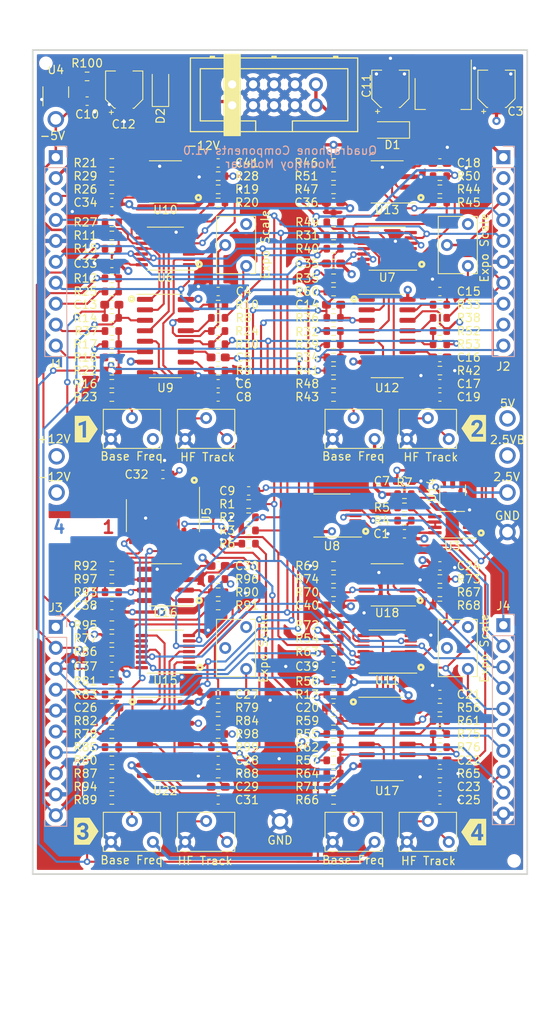
<source format=kicad_pcb>
(kicad_pcb (version 20221018) (generator pcbnew)
  (layers (0 "F.Cu" signal) (1 "In1.Cu" power "Ground") (2 "In2.Cu" power "Power") (31 "B.Cu" signal) (34 "B.Paste" user) (35 "F.Paste" user) (36 "B.SilkS" user "B.Silkscreen") (37 "F.SilkS" user "F.Silkscreen") (38 "B.Mask" user) (39 "F.Mask" user) (44 "Edge.Cuts" user))
  (net 0 "")
  (net 1 "GND")
  (net 2 "+2V5")
  (net 3 "+12V")
  (net 4 "+5V")
  (net 5 "Net-(C4-Pad1)")
  (net 6 "Net-(C5-Pad1)")
  (net 7 "Net-(Base_Freq_Trim1-Pad2)")
  (net 8 "Net-(C6-Pad1)")
  (net 9 "Net-(Base_Freq_Trim2-Pad2)")
  (net 10 "-12V")
  (net 11 "Net-(C8-Pad2)")
  (net 12 "Net-(Base_Freq_Trim3-Pad2)")
  (net 13 "Net-(Base_Freq_Trim4-Pad2)")
  (net 14 "/LIN_FREQ_IN")
  (net 15 "/Linear_Frequency")
  (net 16 "/OSCVoice1/PWM_Control")
  (net 17 "/OSCVoice2/PWM_Control")
  (net 18 "Net-(C15-Pad1)")
  (net 19 "Net-(C16-Pad1)")
  (net 20 "-5V")
  (net 21 "Net-(C17-Pad1)")
  (net 22 "Net-(C19-Pad2)")
  (net 23 "/OSCVoice4/PWM_Control")
  (net 24 "Net-(C21-Pad1)")
  (net 25 "Net-(C22-Pad1)")
  (net 26 "Net-(C23-Pad1)")
  (net 27 "Net-(C25-Pad2)")
  (net 28 "/OSCVoice3/PWM_Control")
  (net 29 "Net-(C27-Pad1)")
  (net 30 "Net-(C28-Pad1)")
  (net 31 "Net-(C29-Pad1)")
  (net 32 "Net-(C31-Pad2)")
  (net 33 "/+12V_IN")
  (net 34 "/-12V_IN")
  (net 35 "Net-(HF_Track_Trim1-Pad2)")
  (net 36 "/OSCVoice1/HF_Track")
  (net 37 "Net-(HF_Track_Trim2-Pad2)")
  (net 38 "/OSCVoice2/HF_Track")
  (net 39 "Net-(HF_Track_Trim3-Pad2)")
  (net 40 "/OSCVoice4/HF_Track")
  (net 41 "Net-(HF_Track_Trim4-Pad2)")
  (net 42 "/OSCVoice3/HF_Track")
  (net 43 "/HARD_SYNCH_SW")
  (net 44 "/SOFT_SYNCH_SW")
  (net 45 "/PULSE_SW")
  (net 46 "/TRIANGLE_SW")
  (net 47 "/SAW_SW")
  (net 48 "/PWM_POT")
  (net 49 "/FINE_TUNE")
  (net 50 "/OCT_TUNE")
  (net 51 "/SYNCH_SIGNAL3")
  (net 52 "/V_PER_OCT3")
  (net 53 "/FREQ_MOD3")
  (net 54 "/PWM_CV3")
  (net 55 "/MIX_OUT3")
  (net 56 "/SYNCH_SIGNAL4")
  (net 57 "/V_PER_OCT4")
  (net 58 "/FREQ_MOD4")
  (net 59 "/PWM_CV4")
  (net 60 "/MIX_OUT4")
  (net 61 "/SYNCH_SIGNAL1")
  (net 62 "/V_PER_OCT1")
  (net 63 "/FREQ_MOD1")
  (net 64 "/PWM_CV1")
  (net 65 "/MIX_OUT1")
  (net 66 "/SYNCH_SIGNAL2")
  (net 67 "/V_PER_OCT2")
  (net 68 "/FREQ_MOD2")
  (net 69 "/PWM_CV2")
  (net 70 "/MIX_OUT2")
  (net 71 "/PWM_CV")
  (net 72 "/OSCVoice1/Expo_Freq")
  (net 73 "/OSCVoice1/MIX_1")
  (net 74 "/OSCVoice1/Linear_Frequency")
  (net 75 "Net-(R26-Pad2)")
  (net 76 "/OSCVoice2/Expo_Freq")
  (net 77 "/OSCVoice2/MIX_1")
  (net 78 "Net-(R47-Pad2)")
  (net 79 "/OSCVoice2/Linear_Frequency")
  (net 80 "/OSCVoice4/Expo_Freq")
  (net 81 "/OSCVoice4/MIX_1")
  (net 82 "Net-(R70-Pad2)")
  (net 83 "/OSCVoice4/Linear_Frequency")
  (net 84 "/OSCVoice3/Expo_Freq")
  (net 85 "/OSCVoice3/MIX_1")
  (net 86 "Net-(R93-Pad2)")
  (net 87 "/OSCVoice3/Linear_Frequency")
  (net 88 "/OSCVoice1/Triangle_Out")
  (net 89 "/OSCVoice1/Pulse_Out")
  (net 90 "/OSCVoice2/Triangle_Out")
  (net 91 "/OSCVoice2/Pulse_Out")
  (net 92 "/OSCVoice1/Saw_Out")
  (net 93 "/OSCVoice2/Saw_Out")
  (net 94 "/OSCVoice3/Saw_Out")
  (net 95 "/OSCVoice4/Saw_Out")
  (net 96 "/OSCVoice4/Triangle_Out")
  (net 97 "/OSCVoice4/Pulse_Out")
  (net 98 "/OSCVoice3/Triangle_Out")
  (net 99 "/OSCVoice3/Pulse_Out")
  (net 100 "/OSCVoice1/Triangle_Mix")
  (net 101 "/OSCVoice1/Pulse_Mix")
  (net 102 "/OSCVoice1/Saw_Mix")
  (net 103 "/OSCVoice2/Triangle_Mix")
  (net 104 "/OSCVoice2/Pulse_Mix")
  (net 105 "/OSCVoice2/Saw_Mix")
  (net 106 "/OSCVoice4/Triangle_Mix")
  (net 107 "/OSCVoice4/Pulse_Mix")
  (net 108 "/OSCVoice4/Saw_Mix")
  (net 109 "/OSCVoice3/Triangle_Mix")
  (net 110 "/OSCVoice3/Pulse_Mix")
  (net 111 "/OSCVoice3/Saw_Mix")
  (net 112 "/OSCVoice1/Soft_Synch")
  (net 113 "/OSCVoice1/Hard_Synch")
  (net 114 "/OSCVoice2/Soft_Synch")
  (net 115 "/OSCVoice2/Hard_Synch")
  (net 116 "/OSCVoice4/Soft_Synch")
  (net 117 "/OSCVoice4/Hard_Synch")
  (net 118 "/OSCVoice3/Soft_Synch")
  (net 119 "/OSCVoice3/Hard_Synch")
  (net 120 "/OSCVoice1/BW_Comp")
  (net 121 "/OSCVoice2/BW_Comp")
  (net 122 "/OSCVoice4/BW_Comp")
  (net 123 "/OSCVoice3/BW_Comp")
  (net 124 "/OSCVoice1/Op_Amp_Mix")
  (net 125 "/OSCVoice2/Op_Amp_Mix")
  (net 126 "/OSCVoice4/Op_Amp_Mix")
  (net 127 "/OSCVoice3/Op_Amp_Mix")
  (net 128 "/OSCVoice1/PWM_Opamp_Mix")
  (net 129 "/OSCVoice2/PWM_Opamp_Mix")
  (net 130 "/OSCVoice4/PWM_Opamp_Mix")
  (net 131 "/OSCVoice3/PWM_Opamp_Mix")
  (net 132 "/2.5V_Test")
  (net 133 "Net-(Expo_Trim1-Pad1)")
  (net 134 "Net-(U3-Pad1)")
  (net 135 "Net-(Expo_Trim2-Pad1)")
  (net 136 "Net-(Expo_Trim3-Pad1)")
  (net 137 "Net-(Expo_Trim4-Pad1)")
  (net 138 "Net-(R5-Pad1)")
  (net 139 "Net-(R8-Pad1)")
  (net 140 "Net-(R38-Pad1)")
  (net 141 "Net-(R61-Pad1)")
  (net 142 "Net-(R84-Pad1)")
  (footprint "Capacitor_SMD:C_0603_1608Metric_Pad1.08x0.95mm_HandSolder" (layer "F.Cu") (at 86.5 117.4 180)
    (fp_text reference "C40")
    (fp_text value "100nF")
  )
  (footprint "Custom_Footprints:1.3mm_Test_Point" (layer "F.Cu") (at 52.8 58.4)
    (fp_text reference "TP6" hide)
    (fp_text value "TestPoint")
  )
  (footprint "Potentiometer_THT:Potentiometer_Bourns_3266W_Vertical" (layer "F.Cu") (at 68.5 146.1 180)
    (fp_text reference "HF_Track_Trim3" hide)
    (fp_text value "5k")
  )
  (footprint "Resistor_SMD:R_0603_1608Metric" (layer "F.Cu") (at 76.2 106.7)
    (fp_text reference "R2")
    (fp_text value "14k")
  )
  (footprint "Capacitor_SMD:C_0603_1608Metric_Pad1.08x0.95mm_HandSolder" (layer "F.Cu") (at 72.5 141 180)
    (fp_text reference "C31")
    (fp_text value "3.9nF")
  )
  (footprint "Potentiometer_THT:Potentiometer_Bourns_3266W_Vertical" (layer "F.Cu") (at 68.5 97.2 180)
    (fp_text reference "HF_Track_Trim1" hide)
    (fp_text value "5k")
  )
  (footprint "Capacitor_SMD:C_0603_1608Metric_Pad1.08x0.95mm_HandSolder" (layer "F.Cu") (at 72.5 79.3 180)
    (fp_text reference "C4")
    (fp_text value "10nF")
  )
  (footprint "Capacitor_SMD:C_0603_1608Metric_Pad1.08x0.95mm_HandSolder" (layer "F.Cu") (at 99.4 87.3)
    (fp_text reference "C16")
    (fp_text value "10nF")
  )
  (footprint "Resistor_SMD:R_0603_1608Metric" (layer "F.Cu") (at 59.6 131.4 180)
    (fp_text reference "R82")
    (fp_text value "13k")
  )
  (footprint "Potentiometer_THT:Potentiometer_Bourns_3266W_Vertical" (layer "F.Cu") (at 86.4 146.1 180)
    (fp_text reference "Base_Freq_Trim4" hide)
    (fp_text value "5k")
  )
  (footprint "Resistor_SMD:R_0603_1608Metric" (layer "F.Cu") (at 72.5 82.5)
    (fp_text reference "R8")
    (fp_text value "22k")
  )
  (footprint "Potentiometer_THT:Potentiometer_Bourns_3266W_Vertical" (layer "F.Cu") (at 102.8 76.2 -90)
    (fp_text reference "Expo_Trim2" hide)
    (fp_text value "5k")
  )
  (footprint "Resistor_SMD:R_0603_1608Metric" (layer "F.Cu") (at 59.6 119.8 180)
    (fp_text reference "R95")
    (fp_text value "30k")
  )
  (footprint "Resistor_SMD:R_0603_1608Metric" (layer "F.Cu") (at 86.5 92.1 180)
    (fp_text reference "R43")
    (fp_text value "49.9k")
  )
  (footprint "Resistor_SMD:R_0603_1608Metric" (layer "F.Cu") (at 95.1 107.1 180)
    (fp_text reference "R4")
    (fp_text value "14k")
  )
  (footprint "Resistor_SMD:R_0603_1608Metric" (layer "F.Cu") (at 86.5 128.2 180)
    (fp_text reference "R13")
    (fp_text value "100k")
  )
  (footprint "Package_SO:SOIC-8_3.9x4.9mm_P1.27mm" (layer "F.Cu") (at 93 114.9 180)
    (fp_text reference "U18")
    (fp_text value "TL072")
  )
  (footprint "Package_TO_SOT_SMD:SOT-23" (layer "F.Cu") (at 100.95 103.4 90)
    (fp_text reference "U14")
    (fp_text value "LM4040DBZ-2.5")
  )
  (footprint "Capacitor_SMD:C_0603_1608Metric_Pad1.08x0.95mm_HandSolder" (layer "F.Cu") (at 76.2 103.5 180)
    (fp_text reference "C9")
    (fp_text value "1uF")
  )
  (footprint "Custom_Footprints:1.3mm_Test_Point" (layer "F.Cu") (at 52.9 103.7)
    (fp_text reference "TP7" hide)
    (fp_text value "TestPoint")
  )
  (footprint "Package_SO:SOIC-14_3.9x8.7mm_P1.27mm" (layer "F.Cu") (at 65.8 106.5 -90)
    (fp_text reference "U5")
    (fp_text value "MCP6004")
  )
  (footprint "Package_SO:MSOP-8_3x3mm_P0.65mm" (layer "F.Cu") (at 100.9 107.6 180)
    (fp_text reference "U3")
    (fp_text value "MCP6002")
  )
  (footprint "Resistor_SMD:R_0603_1608Metric" (layer "F.Cu") (at 86.5 85.7)
    (fp_text reference "R39")
    (fp_text value "100k")
  )
  (footprint "Resistor_SMD:R_0603_1608Metric" (layer "F.Cu") (at 59.6 88.9)
    (fp_text reference "R22")
    (fp_text value "49.9k")
  )
  (footprint "Resistor_SMD:R_0603_1608Metric" (layer "F.Cu") (at 86.5 137.8)
    (fp_text reference "R64")
    (fp_text value "49.9k")
  )
  (footprint "Capacitor_SMD:C_0603_1608Metric_Pad1.08x0.95mm_HandSolder" (layer "F.Cu") (at 59.6 75.9 180)
    (fp_text reference "C33")
    (fp_text value "100nF")
  )
  (footprint "Resistor_SMD:R_0603_1608Metric" (layer "F.Cu") (at 72.5 88.9 180)
    (fp_text reference "R9")
    (fp_text value "10k")
  )
  (footprint "kibuzzard-63D3EB2D" (layer "F.Cu") (at 56.5 144.8)
    (fp_text reference "kibuzzard-63D3EB2D" hide)
    (fp_text value "G***" hide)
  )
  (footprint "Resistor_SMD:R_0603_1608Metric" (layer "F.Cu") (at 99.4 66.9)
    (fp_text reference "R44")
    (fp_text value "30k")
  )
  (footprint "Resistor_SMD:R_0603_1608Metric" (layer "F.Cu") (at 59.6 72.5 180)
    (fp_text reference "R11")
    (fp_text value "47k")
  )
  (footprint "Package_SO:TSSOP-14_4.4x5mm_P0.65mm" (layer "F.Cu") (at 66.1 123 180)
    (fp_text reference "U15")
    (fp_text value "4066")
  )
  (footprint "Potentiometer_THT:Potentiometer_Bourns_3266W_Vertical" (layer "F.Cu") (at 59.5 97.2 180)
    (fp_text reference "Base_Freq_Trim1" hide)
    (fp_text value "5k")
  )
  (footprint "Resistor_SMD:R_0603_1608Metric" (layer "F.Cu") (at 59.6 63.7)
    (fp_text reference "R21")
    (fp_text value "120k")
  )
  (footprint "Capacitor_SMD:CP_Elec_4x5.8" (layer "F.Cu") (at 93.4 54.7 90)
    (fp_text reference "C11")
    (fp_text value "22uF")
  )
  (footprint "kibuzzard-63D3EB3D" (layer "F.Cu") (at 103.5 144.9)
    (fp_text reference "kibuzzard-63D3EB3D" hide)
    (fp_text value "G***" hide)
  )
  (footprint "Resistor_SMD:R_0603_1608Metric" (layer "F.Cu") (at 59.6 65.3)
    (fp_text reference "R29")
    (fp_text value "18k")
  )
  (footprint "Resistor_SMD:R_0603_1608Metric" (layer "F.Cu") (at 72.5 117.4)
    (fp_text reference "R91")
    (fp_text value "30k")
  )
  (footprint "Potentiometer_THT:Potentiometer_Bourns_3266W_Vertical" (layer "F.Cu") (at 75.9 125.1 -90)
    (fp_text reference "Expo_Trim3" hide)
    (fp_text value "5k")
  )
  (footprint "Capacitor_SMD:C_0603_1608Metric_Pad1.08x0.95mm_HandSolder" (layer "F.Cu") (at 99.4 136.2)
    (fp_text reference "C22")
    (fp_text value "10nF")
  )
  (footprint "Resistor_SMD:R_0603_1608Metric" (layer "F.Cu") (at 59.6 121.4 180)
    (fp_text reference "R77")
    (fp_text value "47k")
  )
  (footprint "Resistor_SMD:R_0603_1608Metric" (layer "F.Cu") (at 86.5 87.3)
    (fp_text reference "R34")
    (fp_text value "49.9k")
  )
  (footprint "Resistor_SMD:R_0603_1608Metric" (layer "F.Cu") (at 59.6 87.3)
    (fp_text reference "R18")
    (fp_text value "49.9k")
  )
  (footprint "Resistor_SMD:R_0603_1608Metric" (layer "F.Cu") (at 59.6 112.6)
    (fp_text reference "R92")
    (fp_text value "120k")
  )
  (footprint "Package_SO:SOIC-8_3.9x4.9mm_P1.27mm" (layer "F.Cu") (at 93 66 180)
    (fp_text reference "U13")
    (fp_text value "TL072")
  )
  (footprint "Capacitor_SMD:C_0603_1608Metric_Pad1.08x0.95mm_HandSolder" (layer "F.Cu") (at 86.5 75.9 180)
    (fp_text reference "C35")
    (fp_text value "100nF")
  )
  (footprint "Capacitor_SMD:C_0603_1608Metric_Pad1.08x0.95mm_HandSolder" (layer "F.Cu") (at 99.4 112.6)
    (fp_text reference "C24")
    (fp_text value "100nF")
  )
  (footprint "Resistor_SMD:R_0603_1608Metric" (layer "F.Cu") (at 95.1 103.9)
    (fp_text reference "R7")
    (fp_text value "2k7")
  )
  (footprint "Resistor_SMD:R_0603_1608Metric" (layer "F.Cu") (at 86.5 77.7 180)
    (fp_text reference "R35")
    (fp_text value "120k")
  )
  (footprint "Capacitor_SMD:C_0603_1608Metric_Pad1.08x0.95mm_HandSolder" (layer "F.Cu") (at 72.5 139.4 180)
    (fp_text reference "C29")
    (fp_text value "10nF")
  )
  (footprint "Capacitor_SMD:C_0603_1608Metric_Pad1.08x0.95mm_HandSolder" (layer "F.Cu") (at 99.4 92.1 180)
    (fp_text reference "C19")
    (fp_text value "3.9nF")
  )
  (footprint "Resistor_SMD:R_0603_1608Metric" (layer "F.Cu") (at 95.1 105.5 180)
    (fp_text reference "R5")
    (fp_text value "100")
  )
  (footprint "Resistor_SMD:R_0603_1608Metric" (layer "F.Cu") (at 99.4 114.2)
    (fp_text reference "R73")
    (fp_text value "120k")
  )
  (footprint "Custom_Footprints:1.3mm_Test_Point" (layer "F.Cu") (at 107.6 108.5)
    (fp_text reference "TP5" hide)
    (fp_text value "TestPoint")
  )
  (footprint "Package_SO:SOIC-8_3.9x4.9mm_P1.27mm" (layer "F.Cu") (at 66.1 114.9 180)
    (fp_text reference "U16")
    (fp_text value "TL072")
  )
  (footprint "Resistor_SMD:R_0603_1608Metric" (layer "F.Cu") (at 86.5 72.5 180)
    (fp_text reference "R31")
    (fp_text value "47k")
  )
  (footprint "Potentiometer_THT:Potentiometer_Bourns_3266W_Vertical" (layer "F.Cu") (at 102.8 125.1 -90)
    (fp_text reference "Expo_Trim4" hide)
    (fp_text value "5k")
  )
  (footprint "Resistor_SMD:R_0603_1608Metric" (layer "F.Cu") (at 99.4 133)
    (fp_text reference "R75")
    (fp_text value "499k")
  )
  (footprint "Resistor_SMD:R_0603_1608Metric" (layer "F.Cu") (at 59.6 139.4 180)
    (fp_text reference "R94")
    (fp_text value "267")
  )
  (footprint "Resistor_SMD:R_0603_1608Metric" (layer "F.Cu") (at 99.4 134.6 180)
    (fp_text reference "R76")
    (fp_text value "1M")
  )
  (footprint "Capacitor_SMD:C_0603_1608Metric_Pad1.08x0.95mm_HandSolder" (layer "F.Cu") (at 72.5 90.5 180)
    (fp_text reference "C6")
    (fp_text value "10nF")
  )
  (footprint "Resistor_SMD:R_0603_1608Metric" (layer "F.Cu") (at 72.5 84.1 180)
    (fp_text reference "R24")
    (fp_text value "499k")
  )
  (footprint "Resistor_SMD:R_0603_1608Metric" (layer "F.Cu") (at 86.5 84.1)
    (fp_text reference "R32")
    (fp_text value "49.9k")
  )
  (footprint "Resistor_SMD:R_0603_1608Metric" (layer "F.Cu") (at 86.5 123 180)
    (fp_text reference "R63")
    (fp_text value "100k")
  )
  (footprint "Capacitor_SMD:C_0603_1608Metric_Pad1.08x0.95mm_HandSolder" (layer "F.Cu") (at 59.6 129.8)
    (fp_text reference "C26")
    (fp_text value "1nF")
  )
  (footprint "Capacitor_SMD:C_0603_1608Metric_Pad1.08x0.95mm_HandSolder" (layer "F.Cu") (at 99.4 141 180)
    (fp_text reference "C25")
    (fp_text value "3.9nF")
  )
  (footprint "Resistor_SMD:R_0603_1608Metric" (layer "F.Cu") (at 86.5 114.2)
    (fp_text reference "R74")
    (fp_text value "18k")
  )
  (footprint "Package_SO:TSSOP-14_4.4x5mm_P0.65mm" (layer "F.Cu") (at 93 123 180)
    (fp_text reference "U11")
    (fp_text value "4066")
  )
  (footprint "Resistor_SMD:R_0603_1608Metric" (layer "F.Cu") (at 86.5 141 180)
    (fp_text reference "R66")
    (fp_text value "49.9k")
  )
  (footprint "Resistor_SMD:R_0603_1608Metric" (layer "F.Cu") (at 59.6 141 180)
    (fp_text reference "R89")
    (fp_text value "49.9k")
  )
  (footprint "Capacitor_SMD:C_0603_1608Metric_Pad1.08x0.95mm_HandSolder" (layer "F.Cu") (at 72.5 128.2 180)
    (fp_text reference "C27")
    (fp_text value "10nF")
  )
  (footprint "Resistor_SMD:R_0603_1608Metric" (layer "F.Cu") (at 99.4 117.4)
    (fp_text reference "R68")
    (fp_text value "30k")
  )
  (footprint "Resistor_SMD:R_0603_1608Metric" (layer "F.Cu") (at 72.5 115.8)
    (fp_text reference "R90")
    (fp_text value "30k")
  )
  (footprint "Resistor_SMD:R_0603_1608Metric" (layer "F.Cu") (at 59.6 85.7)
    (fp_text reference "R17")
    (fp_text value "100k")
  )
  (footprint "Capacitor_SMD:CP_Elec_4x5.8" (layer "F.Cu") (at 61.1 54.8 90)
    (fp_text reference "C12")
    (fp_text value "22uF")
  )
  (footprint "Resistor_SMD:R_0603_1608Metric" (layer "F.Cu") (at 59.6 137.8)
    (fp_text reference "R87")
    (fp_text value "49.9k")
  )
  (footprint "Capacitor_SMD:C_0603_1608Metric_Pad1.08x0.95mm_HandSolder" (layer "F.Cu") (at 86.5 68.5 180)
    (fp_text reference "C36")
    (fp_text value "100nF")
  )
  (footprint "Capacitor_SMD:C_0603_1608Metric_Pad1.08x0.95mm_HandSolder" (layer "F.Cu") (at 99.4 79.3 180)
    (fp_text reference "C15")
    (fp_text value "10nF")
  )
  (footprint "Resistor_SMD:R_0603_1608Metric" (layer "F.Cu") (at 86.5 134.6)
    (fp_text reference "R62")
    (fp_text value "100k")
  )
  (footprint "Capacitor_SMD:C_0603_1608Metric_Pad1.08x0.95mm_HandSolder" (layer "F.Cu") (at 99.4 128.2 180)
    (fp_text reference "C21")
    (fp_text value "10nF")
  )
  (footprint "Custom_Footprints:1.3mm_Test_Point" (layer "F.Cu") (at 107.6 103.7)
    (fp_text reference "TP8" hide)
    (fp_text value "TestPoint")
  )
  (footprint "Resistor_SMD:R_0603_1608Metric" (layer "F.Cu") (at 99.4 84.1)
    (fp_text reference "R52")
    (fp_text value "499k")
  )
  (footprint "Resistor_SMD:R_0603_1608Metric" (layer "F.Cu") (at 59.6 92.1 180)
    (fp_text reference "R23")
    (fp_text value "49.9k")
  )
  (footprint "Custom_Footprints:1.3mm_Test_Point" (layer "F.Cu") (at 107.6 94.7)
    (fp_text reference "TP2" hide)
    (fp_text value "TestPoint")
  )
  (footprint "Capacitor_SMD:C_0603_1608Metric_Pad1.08x0.95mm_HandSolder" (layer "F.Cu") (at 95.1 108.7 180)
    (fp_text reference "C1")
    (fp_text value "1uF")
  )
  (footprint "Capacitor_SMD:C_0603_1608Metric_Pad1.08x0.95mm_HandSolder" (layer "F.Cu") (at 72.5 92.1 180)
    (fp_text reference "C8")
    (fp_text value "3.9nF")
  )
  (footprint "Capacitor_SMD:C_0603_1608Metric_Pad1.08x0.95mm_HandSolder" (layer "F.Cu") (at 86.5 124.8 180)
    (fp_text reference "C39")
    (fp_text value "100nF")
  )
  (footprint "Custom_Footprints:1.3mm_Test_Point" (layer "F.Cu") (at 80 143.6)
    (fp_text reference "TP4" hide)
    (fp_text value "TestPoint")
  )
  (footprint "Resistor_SMD:R_0603_1608Metric" (layer "F.Cu") (at 86.5 66.9 180)
    (fp_text reference "R47")
    (fp_text value "36k")
  )
  (footprint "Diode_SMD:D_SOD-123" (layer "F.Cu") (at 65.5 54.6 90)
    (fp_text reference "D2")
    (fp_text value "1N5819")
  )
  (footprint "Potentiometer_THT:Potentiometer_Bourns_3266W_Vertical" (layer "F.Cu") (at 86.4 97.2 180)
    (fp_text reference "Base_Freq_Trim2" hide)
    (fp_text value "5k")
  )
  (footprint "Custom_Footprints:JLC_SMT_Tooling_Hole" (layer "F.Cu") (at 51.6 51.6)
    (fp_text reference "REF**" hide)
    (fp_text value "JL_SMT_Assembly" hide)
  )
  (footprint "Resistor_SMD:R_0603_1608Metric" (layer "F.Cu") (at 99.4 82.5)
    (fp_text reference "R38")
    (fp_text value "22k")
  )
  (footprint "Package_SO:TSSOP-14_4.4x5mm_P0.65mm" (layer "F.Cu") (at 93 74.1 180)
    (fp_text reference "U7")
    (fp_text value "4066")
  )
  (footprint "Resistor_SMD:R_0603_1608Metric" (layer "F.Cu") (at 56.6 53.2 180)
    (fp_text reference "R100")
    (fp_text value "2.2k")
  )
  (footprint "Resistor_SMD:R_0603_1608Metric" (layer "F.Cu") (at 72.5 66.9)
    (fp_text reference "R19")
    (fp_text value "30k")
  )
  (footprint "Capacitor_SMD:C_0603_1608Metric_Pad1.08x0.95mm_HandSolder" (layer "F.Cu") (at 72.5 63.7)
    (fp_text reference "C41")
    (fp_text value "100nF")
  )
  (footprint "Capacitor_SMD:C_0603_1608Metric_Pad1.08x0.95mm_HandSolder" (layer "F.Cu") (at 59.6 68.5 180)
    (fp_text reference "C34")
    (fp_text value "100nF")
  )
  (footprint "Resistor_SMD:R_0603_1608Metric" (layer "F.Cu") (at 59.6 84.1)
    (fp_text reference "R37")
    (fp_text value "49.9k")
  )
  (footprint "Resistor_SMD:R_0603_1608Metric" (layer "F.Cu") (at 86.5 79.3 180)
    (fp_text reference "R60")
    (fp_text value "100k")
  )
  (footprint "Resistor_SMD:R_0603_1608Metric" (layer "F.Cu") (at 99.4 115.8)
    (fp_text reference "R67")
    (fp_text value "30k")
  )
  (footprint "Resistor_SMD:R_0603_1608Metric" (layer "F.Cu") (at 99.4 68.5)
    (fp_text reference "R45")
    (fp_text value "30k")
  )
  (footprint "Capacitor_SMD:C_0603_1608Metric_Pad1.08x0.95mm_HandSolder" (layer "F.Cu") (at 59.6 80.9)
    (fp_text reference "C13")
    (fp_text value "1nF")
  )
  (footprint "Capacitor_SMD:C_0603_1608Metric_Pad1.08x0.95mm_HandSolder" (layer "F.Cu") (at 56.6 56.2)
    (fp_text reference "C10")
    (fp_text value "100nF")
  )
  (footprint "Resistor_SMD:R_0603_1608Metric" (layer "F.Cu") (at 99.4 129.8)
    (fp_text reference "R56")
    (fp_text value "267")
  )
  (footprint "Resistor_SMD:R_0603_1608Metric" (layer "F.Cu") (at 59.6 79.3 180)
    (fp_text reference "R25")
    (fp_text value "100k")
  )
  (footprint "Resistor_SMD:R_0603_1608Metric" (layer "F.Cu") (at 59.6 128.2 180)
    (fp_text reference "R83")
    (fp_text value "100k")
  )
  (footprint "Resistor_SMD:R_0603_1608Metric" (layer "F.Cu") (at 72.5 137.8 180)
    (fp_text reference "R88")
    (fp_text value "10k")
  )
  (footprint "Resistor_SMD:R_0603_1608Metric" (layer "F.Cu") (at 59.6 77.7 180)
    (fp_text reference "R12")
    (fp_text value "120k")
  )
  (footprint "Resistor_SMD:R_0603_1608Metric" (layer "F.Cu") (at 72.5 80.9)
    (fp_text reference "R10")
    (fp_text value "267")
  )
  (footprint "Potentiometer_THT:Potentiometer_Bourns_3266W_Vertical" (layer "F.Cu") (at 75.9 76.2 -90)
    (fp_text reference "Expo_Trim1" hide)
    (fp_text value "5k")
  )
  (footprint "Capacitor_SMD:C_0603_1608Metric_Pad1.08x0.95mm_HandSolder" (layer "F.Cu") (at 72.5 112.6)
    (fp_text reference "C30")
    (fp_text value "100nF")
  )
  (footprint "Resistor_SMD:R_0603_1608Metric" (layer "F.Cu") (at 86.5 112.6)
    (fp_text reference "R69")
    (fp_text value "120k")
  )
  (footprint "Resistor_SMD:R_0603_1608Metric" (layer "F.Cu") (at 59.6 126.6 180)
    (fp_text reference "R81")
    (fp_text value "120k")
  )
  (footprint "Resistor_SMD:R_0603_1608Metric" (layer "F.Cu") (at 99.4 131.4)
    (fp_text reference "R61")
    (fp_text value "22k")
  )
  (footprint "Resistor_SMD:R_0603_1608Metric" (layer "F.Cu") (at 72.5 129.8)
    (fp_text reference "R79")
    (fp_text value "267")
  )
  (footprint "Resistor_SMD:R_0603_1608Metric" (layer "F.Cu") (at 86.5 63.7)
    (fp_text reference "R46")
    (fp_text value "120k")
  )
  (footprint "Diode_SMD:D_SOD-123" (layer "F.Cu") (at 93.46875 59.7 180)
    (fp_text reference "D1")
    (fp_text value "1N5819")
  )
  (footprint "Resistor_SMD:R_0603_1608Metric" (layer "F.Cu") (at 86.5 82.5 180)
    (fp_text reference "R36")
    (fp_text value "13k")
  )
  (footprint "Resistor_SMD:R_0603_1608Metric" (layer "F.Cu") (at 72.5 133)
    (fp_text reference "R98")
    (fp_text value "499k")
  )
  (footprint "Package_SO:SOIC-16_3.9x9.9mm_P1.27mm" (layer "F.Cu") (at 66.1 133.6)
    (fp_text reference "U22")
    (fp_text value "SSI2131")
  )
  (footprint "Resistor_SMD:R_0603_1608Metric" (layer "F.Cu") (at 99.4 80.9)
    (fp_text reference "R33")
    (fp_text value "267")
  )
  (footprint "Resistor_SMD:R_0603_1608Metric" (layer "F.Cu") (at 86.5 88.9)
    (fp_text reference "R41")
    (fp_text value "49.9k")
  )
  (footprint "Resistor_SMD:R_0603_1608Metric" (layer "F.Cu") (at 72.5 85.7 180)
    (fp_text reference "R30")
    (fp_text value "1M")
  )
  (footprint "Package_SO:SOIC-16_3.9x9.9mm_P1.27mm" (layer "F.Cu") (at 93 133.6)
    (fp_text reference "U17")
    (fp_text value "SSI2131")
  )
  (footprint "Resistor_SMD:R_0603_1608Metric" (layer "F.Cu") (at 72.5 131.4)
    (fp_text reference "R84")
    (fp_text value "22k")
  )
  (footprint "Capacitor_SMD:C_0603_1608Metric_Pad1.08x0.95mm_HandSolder" (layer "F.Cu") (at 95.1 102.3 180)
    (fp_text reference "C7")
    (fp_text value "1uF")
  )
  (footprint "Resistor_SMD:R_0603_1608Metric" (layer "F.Cu") (at 86.5 90.5 180)
    (fp_text reference "R48")
    (fp_text value "267")
  )
  (footprint "Resistor_SMD:R_0603_1608Metric" (layer "F.Cu") (at 72.5 68.5)
    (fp_text reference "R20")
    (fp_text value "30k")
  )
  (footprint "Resistor_SMD:R_0603_1608Metric" (layer "F.Cu") (at 99.4 65.3)
    (fp_text reference "R50")
    (fp_text value "120k")
  )
  (footprint "Resistor_SMD:R_0603_1608Metric" (layer "F.Cu") (at 86.5 133)
    (fp_text reference "R55")
    (fp_text value "49.9k")
  )
  (footprint "Capacitor_SMD:C_0603_1608Metric_Pad1.08x0.95mm_HandSolder" (layer "F.Cu") (at 99.4 90.5 180)
    (fp_text reference "C17")
    (fp_text value "10nF")
  )
  (footprint "Potentiometer_THT:Potentiometer_Bourns_3266W_Vertical" (layer "F.Cu") (at 59.5 146.1 180)
    (fp_text reference "Base_Freq_Trim3" hide)
    (fp_text value "5k")
  )
  (footprint "Capacitor_SMD:C_0603_1608Metric_Pad1.08x0.95mm_HandSolder" (layer "F.Cu") (at 65.8 101.5 180)
    (fp_text reference "C32")
    (fp_text value "100nF")
  )
  (footprint "Package_TO_SOT_SMD:SOT-23" (layer "F.Cu") (at 52.8 55.1 90)
    (fp_text reference "U4")
    (fp_text value "LM4040DBZ-5")
  )
  (footprint "Capacitor_SMD:C_0603_1608Metric_Pad1.08x0.95mm_HandSolder" (layer "F.Cu") (at 99.4 63.7)
    (fp_text reference "C18")
    (fp_text value "100nF")
  )
  (footprint "Capacitor_SMD:C_0603_1608Metric_Pad1.08x0.95mm_HandSolder" (layer "F.Cu") (at 59.6 124.8 180)
    (fp_text reference "C37")
    (fp_text value "100nF")
  )
  (footprint "Capacitor_SMD:C_0603_1608Metric_Pad1.08x0.95mm_HandSolder" (layer "F.Cu") (at 86.5 80.9)
    (fp_text reference "C14")
    (fp_text value "1nF")
  )
  (footprint "Resistor_SMD:R_0603_1608Metric" (layer "F.Cu") (at 59.6 134.6)
    (fp_text reference "R85")
    (fp_text value "100k")
  )
  (footprint "Resistor_SMD:R_0603_1608Metric" (layer "F.Cu") (at 59.6 90.5 180)
    (fp_text reference "R16")
    (fp_text value "267")
  )
  (footprint "Capacitor_SMD:CP_Elec_4x5.7" (layer "F.Cu") (at 106.26875 54.7 90)
    (fp_text reference "C3")
    (fp_text value "10uF")
  )
  (footprint "Resistor_SMD:R_0603_1608Metric" (layer "F.Cu") (at 59.6 136.2)
    (fp_text reference "R80")
    (fp_text value "49.9k")
  )
  (footprint "Resistor_SMD:R_0603_1608Metric" (layer "F.Cu") (at 86.5 119.8 180)
    (fp_text reference "R72")
    (fp_text value "30k")
  )
  (footprint "Resistor_SMD:R_0603_1608Metric" (layer "F.Cu") (at 86.5 139.4 180)
    (fp_text reference "R71")
    (fp_text value "267")
  )
  (footprint "Custom_Footprints:4_Layer_Markers" (layer "F.Cu") (at 56.2 107.9 180)
    (fp_text reference "FID1" hide)
    (fp_text value "4_Layer_Marker")
  )
  (footprint "Capacitor_SMD:C_0603_1608Metric_Pad1.08x0.95mm_HandSolder" (layer "F.Cu") (at 99.4 139.4 180)
    (fp_text reference "C23")
    (fp_text value "10nF")
  )
  (footprint "Resistor_SMD:R_0603_1608Metric" (layer "F.Cu") (at 86.5 136.2)
    (fp_text reference "R57")
    (fp_text value "49.9k")
  )
  (footprint "Package_SO:TSSOP-14_4.4x5mm_P0.65mm" (layer "F.Cu") (at 66.1 74.1 180)
    (fp_text reference "U6")
    (fp_text value "4066")
  )
  (footprint "Resistor_SMD:R_0603_1608Metric" (layer "F.Cu") (at 59.6 123 180)
    (fp_text reference "R86")
    (fp_text value "100k")
  )
  (footprint "Resistor_SMD:R_0603_1608Metric" (layer "F.Cu") (at 72.5 134.6 180)
    (fp_text reference "R99")
    (fp_text value "1M")
  )
  (footprint "Resistor_SMD:R_0603_1608Metric" (layer "F.Cu") (at 86.5 126.6 180)
    (fp_text reference "R58")
    (fp_text value "120k")
  )
  (footprint "Custom_Footprints:1.3mm_Test_Point" (layer "F.Cu") (at 107.6 99.2)
    (fp_text reference "TP3" hide)
    (fp_text value "TestPoint")
  )
  (footprint "Package_SO:TSSOP-14_4.4x5mm_P0.65mm" (layer "F.Cu") (at 86.3 106.487291 180)
    (fp_text reference "U8")
    (fp_text value "4066")
  )
  (footprint "Resistor_SMD:R_0603_1608Metric" (layer "F.Cu") (at 86.5 131.4 180)
    (fp_text reference "R59")
    (fp_text value "13k")
  )
  (footprint "kibuzzard-63D3EB53" (layer "F.Cu") (at 56.5 96)
    (fp_text reference "kibuzzard-63D3EB53" hide)
    (fp_text value "G***" hide)
  )
  (footprint "Custom_Footprints:JLC_SMT_Tooling_Hole" (layer "F.Cu") (at 108.4 148.4)
    (fp_text reference "REF**" hide)
    (fp_text value "JL_SMT_Assembly" hide)
  )
  (footprint "Potentiometer_THT:Potentiometer_Bourns_3266W_Vertical" (layer "F.Cu") (at 95.4 97.2 180)
    (fp_text reference "HF_Track_Trim2" hide)
    (fp_text value "5k")
  )
  (footprint "Package_SO:SOIC-8_3.9x4.9mm_P1.27mm" (layer "F.Cu") (at 66.1 66 180)
    (fp_text reference "U10")
    (fp_text value "TL072")
  )
  (footprint "Resistor_SMD:R_0603_1608Metric" (layer "F.Cu") (at 59.6 133)
    (fp_text reference "R78")
    (fp_text value "49.9k")
  )
  (footprint "Capacitor_SMD:C_0603_1608Metric_Pad1.08x0.95mm_HandSolder" (layer "F.Cu") (at 72.5 87.3)
    (fp_text reference "C5")
    (fp_text value "10nF")
  )
  (footprint "Resistor_SMD:R_0603_1608Metric" (layer "F.Cu") (at 86.5 115.8 180)
    (fp_text reference "R70")
    (fp_text value "36k")
  )
  (footprint "Capacitor_SMD:C_0603_1608Metric_Pad1.08x0.95mm_HandSolder" (layer "F.Cu") (at 86.5 129.8)
    (fp_text reference "C20")
    (fp_text value "1nF")
  )
  (footprint "Resistor_SMD:R_0603_1608Metric" (layer "F.Cu") (at 99.4 88.9 180)
    (fp_text reference "R42")
    (fp_text value "10k")
  )
  (footprint "Potentiometer_THT:Potentiometer_Bourns_3266W_Vertical" (layer "F.Cu") (at 95.4 146.1 180)
    (fp_text reference "HF_Track_Trim4" hide)
    (fp_text value "5k")
  )
  (footprint "Resistor_SMD:R_0603_1608Metric" (layer "F.Cu") (at 86.5 121.4 180)
    (fp_text reference "R54")
    (fp_text value "47k")
  )
  (footprint "Resistor_SMD:R_0603_1608Metric" (layer "F.Cu") (at 99.4 85.7 180)
    (fp_text reference "R53")
    (fp_text value "1M")
  )
  (footprint "kibuzzard-63D3EB0F" (layer "F.Cu") (at 103.5 95.9)
    (fp_text reference "kibuzzard-63D3EB0F" hide)
    (fp_text value "G***" hide)
  )
  (footprint "Package_SO:SOIC-16_3.9x9.9mm_P1.27mm" (layer "F.Cu") (at 66.1 84.7)
    (fp_text reference "U9")
    (fp_text value "SSI2131")
  )
  (footprint "Resistor_SMD:R_0603_1608Metric" (layer "F.Cu") (at 59.6 66.9 180)
    (fp_text reference "R26")
    (fp_text value "36k")
  )
  (footprint "Resistor_SMD:R_0603_1608Metric" (layer "F.Cu") (at 86.5 65.3)
    (fp_text reference "R51")
    (fp_text value "18k")
  )
  (footprint "Custom_Footprints:Eurorack_10_pin_header" (layer "F.Cu") (at 74.2 56.7)
    (fp_text reference "J5" hide)
    (fp_text value "Eurorack_10_pin_power")
  )
  (footprint "Resistor_SMD:R_0603_1608Metric" (layer "F.Cu") (at 99.4 137.8 180)
    (fp_text reference "R65")
    (fp_text value "10k")
  )
  (footprint "Capacitor_SMD:C_0603_1608Metric_Pad1.08x0.95mm_HandSolder" (layer "F.Cu") (at 72.5 136.2)
    (fp_text reference "C28")
    (fp_text value "10nF")
  )
  (footprint "Package_TO_SOT_SMD:SOT-223-3_TabPin2" (layer "F.Cu") (at 99.8 55.3 -90)
    (fp_text reference "U1" hide)
    (fp_text value "AMS1117-5.0")
  )
  (footprint "Resistor_SMD:R_0603_1608Metric" (layer "F.Cu") (at 72.5 65.3)
    (fp_text reference "R28")
    (fp_text value "120k")
  )
  (footprint "Capacitor_SMD:C_0603_1608Metric_Pad1.08x0.95mm_HandSolder" (layer "F.Cu") (at 59.6 117.4 180)
    (fp_text reference "C38")
    (fp_text value "100nF")
  )
  (footprint "Resistor_SMD:R_0603_1608Metric" (layer "F.Cu") (at 76.2 105.1)
    (fp_text reference "R1")
    (fp_text value "14k")
  )
  (footprint "Resistor_SMD:R_0603_1608Metric" (layer "F.Cu") (at 59.6 74.1 180)
    (fp_text reference "R15")
    (fp_text value "100k")
  )
  (footprint "Resistor_SMD:R_0603_1608Metric" (layer "F.Cu") (at 86.5 74.1 180)
    (fp_text reference "R40")
    (fp_text value "100k")
  )
  (footprint "Resistor_SMD:R_0603_1608Metric" (layer "F.Cu") (at 59.6 115.8 180)
    (fp_text reference "R93")
    (fp_text value "36k")
  )
  (footprint "Resistor_SMD:R_0603_1608Metric" (layer "F.Cu") (at 59.6 70.9 180)
    (fp_text reference "R27")
    (fp_text value "30k")
  )
  (footprint "Resistor_SMD:R_0603_1608Metric" (layer "F.Cu") (at 76.2 108.3)
    (fp_text reference "R3")
    (fp_text value "14k")
  )
  (footprint "Custom_Footprints:1.3mm_Test_Point" (layer "F.Cu") (at 52.9 99.3)
    (fp_text reference "TP1" hide)
    (fp_text value "TestPoint")
  )
  (footprint "Resistor_SMD:R_0603_1608Metric" (layer "F.Cu") (at 59.6 114.2)
    (fp_text reference "R97")
    (fp_text value "18k")
  )
  (footprint "Resistor_SMD:R_0603_1608Metric" (layer "F.Cu") (at 86.5 70.9 180)
    (fp_text reference "R49")
    (fp_text value "30k")
  )
  (footprint "Resistor_SMD:R_0603_1608Metric" (layer "F.Cu") (at 59.6 82.5 180)
    (fp_text reference "R14")
    (fp_text value "13k")
  )
  (footprint "Package_SO:SOIC-16_3.9x9.9mm_P1.27mm" (layer "F.Cu") (at 93 84.7)
    (fp_text reference "U12")
    (fp_text value "SSI2131")
  )
  (footprint "Resistor_SMD:R_0603_1608Metric" (layer "F.Cu") (at 72.5 114.2)
    (fp_text reference "R96")
    (fp_text value "120k")
  )
  (footprint "Resistor_SMD:R_0603_1608Metric" (layer "F.Cu") (at 76.2 109.9)
    (fp_text reference "R6")
    (fp_text value "14k")
  )
  (footprint "Connector_PinHeader_2.54mm:PinHeader_1x10_P2.54mm_Vertical" (layer "B.Cu") (at 107.1 119.8 180)
    (fp_text reference "J4")
    (fp_text value "Conn_01x10_Male")
  )
  (footprint "Connector_PinHeader_2.54mm:PinHeader_1x10_P2.54mm_Vertical" (layer "B.Cu") (at 52.8 120 180)
    (fp_text reference "J3")
    (fp_text value "Conn_01x10_Male")
  )
  (footprint "Connector_PinHeader_2.54mm:PinHeader_1x10_P2.54mm_Vertical" (layer "B.Cu") (at 107.1 63 180)
    (fp_text reference "J2")
    (fp_text value "Conn_01x10_Male")
  )
  (footprint "Connector_PinHeader_2.54mm:PinHeader_1x10_P2.54mm_Vertical" (layer "B.Cu") (at 52.8 63 180)
    (fp_text reference "J1")
    (fp_text value "Conn_01x10_Male")
  )
  (gr_circle (center 97.1 67.9) (end 97.241421 67.9) (stroke (width 0.3)) (fill none) (layer "F.SilkS"))
  (gr_circle (center 70.1 67.9) (end 70.241421 67.9) (stroke (width 0.3)) (fill none) (layer "F.SilkS"))
  (gr_circle (center 104.4 108.6) (end 104.541421 108.6) (stroke (width 0.3)) (fill none) (layer "F.SilkS"))
  (gr_circle (center 90.4 108.4) (end 90.541421 108.4) (stroke (width 0.3)) (fill none) (layer "F.SilkS"))
  (gr_circle (center 97 116.8) (end 97.141421 116.8) (stroke (width 0.3)) (fill none) (layer "F.SilkS"))
  (gr_circle (center 70.2 76) (end 70.341421 76) (stroke (width 0.3)) (fill none) (layer "F.SilkS"))
  (gr_circle (center 89 80.2) (end 89.141421 80.2) (stroke (width 0.3)) (fill none) (layer "F.SilkS"))
  (gr_circle (center 70.3 124.9) (end 70.441421 124.9) (stroke (width 0.3)) (fill none) (layer "F.SilkS"))
  (gr_circle (center 70.2 116.8) (end 70.341421 116.8) (stroke (width 0.3)) (fill none) (layer "F.SilkS"))
  (gr_circle (center 88.9 129.1) (end 89.041421 129.1) (stroke (width 0.3)) (fill none) (layer "F.SilkS"))
  (gr_circle (center 62.1 129.1) (end 62.241421 129.1) (stroke (width 0.3)) (fill none) (layer "F.SilkS"))
  (gr_circle (center 62 80.2) (end 62.141421 80.2) (stroke (width 0.3)) (fill none) (layer "F.SilkS"))
  (gr_circle (center 69.6 102.2) (end 69.741421 102.2) (stroke (width 0.3)) (fill none) (layer "F.SilkS"))
  (gr_circle (center 97.2 76) (end 97.341421 76) (stroke (width 0.3)) (fill none) (layer "F.SilkS"))
  (gr_circle (center 97.1 124.9) (end 97.241421 124.9) (stroke (width 0.3)) (fill none) (layer "F.SilkS"))
  (gr_line locked (start 50 50) (end 110 50) (stroke (width 0.2)) (layer "Edge.Cuts"))
  (gr_line locked (start 110 50) (end 110 150) (stroke (width 0.2)) (layer "Edge.Cuts"))
  (gr_line locked (start 50 50) (end 50 150) (stroke (width 0.2)) (layer "Edge.Cuts"))
  (gr_line locked (start 50 150) (end 110 150) (stroke (width 0.2)) (layer "Edge.Cuts"))
  (gr_text "Quadraphone Components v1.0\nMountjoy Modular" (at 80 63) (layer "B.SilkS") (effects (font (size 1 1)) (justify mirror)))
  (gr_text "2.5VB" (at 107.6 97.3) (layer "F.SilkS") (effects (font (size 1 1))))
  (gr_text "HF Track" (at 70.9 148.4) (layer "F.SilkS") (effects (font (size 1 1))))
  (gr_text "5V" (at 107.6 92.9) (layer "F.SilkS") (effects (font (size 1 1))))
  (gr_text "HF Track" (at 98 148.4) (layer "F.SilkS") (effects (font (size 1 1))))
  (gr_text "HF Track" (at 98.3 99.4) (layer "F.SilkS") (effects (font (size 1 1))))
  (gr_text "HF Track" (at 71.2 99.4) (layer "F.SilkS") (effects (font (size 1 1))))
  (gr_text "GND" (at 107.6 106.5) (layer "F.SilkS") (effects (font (size 1 1))))
  (gr_text "Expo Scale" (at 104.8 74 90) (layer "F.SilkS") (effects (font (size 1 1))))
  (gr_text "Base Freq" (at 88.9 99.3) (layer "F.SilkS") (effects (font (size 1 1))))
  (gr_text "Expo Scale" (at 104.8 122.6 90) (layer "F.SilkS") (effects (font (size 1 1))))
  (gr_text "-5V" (at 52.4 60.4) (layer "F.SilkS") (effects (font (size 1 1))))
  (gr_text "GND" (at 80 145.9) (layer "F.SilkS") (effects (font (size 1 1))))
  (gr_text "Expo Scale" (at 78 122.6 90) (layer "F.SilkS") (effects (font (size 1 1))))
  (gr_text "Expo Scale" (at 78.2 73.6 90) (layer "F.SilkS") (effects (font (size 1 1))))
  (gr_text "Base Freq" (at 88.9 148.3) (layer "F.SilkS") (effects (font (size 1 1))))
  (gr_text "2.5V" (at 107.5 101.8) (layer "F.SilkS") (effects (font (size 1 1))))
  (gr_text "Base Freq" (at 62 148.3) (layer "F.SilkS") (effects (font (size 1 1))))
  (gr_text "-12V" (at 52.6 101.8) (layer "F.SilkS") (effects (font (size 1 1))))
  (gr_text "Base Freq" (at 62 99.3) (layer "F.SilkS") (effects (font (size 1 1))))
  (gr_text "+12V" (at 52.6 97.2) (layer "F.SilkS") (effects (font (size 1 1))))
  (segment (start 72.5625 113.4) (end 71.1 113.4) (width 0.25) (layer "F.Cu") (net 1))
  (segment (start 68.9625 121.05) (end 69.35 121.05) (width 0.3) (layer "F.Cu") (net 1))
  (segment (start 67.45 72.15) (end 67.4 72.1) (width 0.3) (layer "F.Cu") (net 1))
  (segment (start 100.2625 112.6) (end 101 112.6) (width 0.3) (layer "F.Cu") (net 1))
  (segment (start 95.475 138.045) (end 96.845 138.045) (width 0.3) (layer "F.Cu") (net 1))
  (segment (start 70 120.4) (end 71.3 120.4) (width 0.3) (layer "F.Cu") (net 1))
  (segment (start 67.07 105.53) (end 65.8 106.8) (width 0.25) (layer "F.Cu") (net 1))
  (segment (start 68.9625 72.15) (end 67.45 72.15) (width 0.3) (layer "F.Cu") (net 1))
  (segment (start 70.2 128.2) (end 68.1 126.1) (width 0.3) (layer "F.Cu") (net 1))
  (segment (start 96.745 89.145) (end 95.475 89.145) (width 0.3) (layer "F.Cu") (net 1))
  (segment (start 98.25 121.05) (end 98.3 121) (width 0.3) (layer "F.Cu") (net 1))
  (segment (start 70.235 114.265) (end 71.1 113.4) (width 0.3) (layer "F.Cu") (net 1))
  (segment (start 73.3625 112.6) (end 72.5625 113.4) (width 0.25) (layer "F.Cu") (net 1))
  (segment (start 101 112.6) (end 101.2 112.8) (width 0.3) (layer "F.Cu") (net 1))
  (segment (start 90.525 112.995) (end 91.595 112.995) (width 0.3) (layer "F.Cu") (net 1))
  (segment (start 69.745 89.145) (end 70.1 89.5) (width 0.3) (layer "F.Cu") (net 1))
  (segment (start 69.35 121.05) (end 70 120.4) (width 0.3) (layer "F.Cu") (net 1))
  (segment (start 65.8 106.8) (end 63.7 106.8) (width 0.25) (layer "F.Cu") (net 1))
  (segment (start 97.1 89.5) (end 96.745 89.145) (width 0.3) (layer "F.Cu") (net 1))
  (segment (start 95.8625 121.05) (end 98.25 121.05) (width 0.3) (layer "F.Cu") (net 1))
  (segment (start 91.595 112.995) (end 92 113.4) (width 0.3) (layer "F.Cu") (net 1))
  (segment (start 94.325 108.687291) (end 95.925 107.087291) (width 0.3) (layer "F.Cu") (net 1))
  (segment (start 96.845 138.045) (end 97 138.2) (width 0.3) (layer "F.Cu") (net 1))
  (segment (start 95.8625 72.15) (end 95.05 72.15) (width 0.3) (layer "F.Cu") (net 1))
  (segment (start 71.6375 128.2) (end 70.2 128.2) (width 0.3) (layer "F.Cu") (net 1))
  (segment (start 95.05 72.15) (end 94 73.2) (width 0.3) (layer "F.Cu") (net 1))
  (segment (start 94.2375 108.687291) (end 94.325 108.687291) (width 0.3) (layer "F.Cu") (net 1))
  (segment (start 67.07 104.025) (end 67.07 105.53) (width 0.25) (layer "F.Cu") (net 1))
  (segment (start 68.575 114.265) (end 70.235 114.265) (width 0.3) (layer "F.Cu") (net 1))
  (segment (start 68.575 89.145) (end 69.745 89.145) (width 0.3) (layer "F.Cu") (net 1))
  (via (at 51.1 56) (size 0.8) (drill 0.4) (layers "F.Cu" "B.Cu") (net 1))
  (via (at 59.3 56.6) (size 0.8) (drill 0.4) (layers "F.Cu" "B.Cu") (net 1))
  (via (at 68.1 126.1) (size 0.8) (drill 0.4) (layers "F.Cu" "B.Cu") (net 1))
  (via (at 95.1 52.9) (size 0.8) (drill 0.4) (layers "F.Cu" "B.Cu") (net 1))
  (via (at 101.2 106) (size 0.8) (drill 0.4) (layers "F.Cu" "B.Cu") (net 1))
  (via (at 92 113.4) (size 0.8) (drill 0.4) (layers "F.Cu" "B.Cu") (net 1))
  (via (at 97.1 65.4) (size 0.8) (drill 0.4) (layers "F.Cu" "B.Cu") (net 1))
  (via (at 94 73.2) (size 0.8) (drill 0.4) (layers "F.Cu" "B.Cu") (net 1))
  (via (at 80.7 124.8) (size 0.8) (drill 0.4) (layers "F.Cu" "B.Cu") (net 1))
  (via (at 83.7 112.6) (size 0.8) (drill 0.4) (layers "F.Cu" "B.Cu") (net 1))
  (via (at 75.2 66.8) (size 0.8) (drill 0.4) (layers "F.Cu" "B.Cu") (net 1))
  (via (at 75.8 115.9) (size 0.8) (drill 0.4) (layers "F.Cu" "B.Cu") (net 1))
  (via (at 67.4 72.1) (size 0.8) (drill 0.4) (layers "F.Cu" "B.Cu") (net 1))
  (via (at 74.8 89.9) (size 0.8) (drill 0.4) (layers "F.Cu" "B.Cu") (net 1))
  (via (at 57.5 57.5) (size 0.8) (drill 0.4) (layers "F.Cu" "B.Cu") (net 1))
  (via (at 84.3 124.8) (size 0.8) (drill 0.4) (layers "F.Cu" "B.Cu") (net 1))
  (via (at 98.5 127.1) (size 0.8) (drill 0.4) (layers "F.Cu" "B.Cu") (net 1))
  (via (at 65.4 64.1) (size 0.8) (drill 0.4) (layers "F.Cu" "B.Cu") (net 1))
  (via (at 101.2 112.8) (size 0.8) (drill 0.4) (layers "F.Cu" "B.Cu") (net 1))
  (via (at 103.6 52.2) (size 0.8) (drill 0.4) (layers "F.Cu" "B.Cu") (net 1))
  (via (at 66 99.8) (size 0.8) (drill 0.4) (layers "F.Cu" "B.Cu") (net 1))
  (via (at 74.1 106.7) (size 0.8) (drill 0.4) (layers "F.Cu" "B.Cu") (net 1))
  (via (at 97 114.3) (size 0.8) (drill 0.4) (layers "F.Cu" "B.Cu") (net 1))
  (via (at 79.9 136) (size 0.8) (drill 0.4) (layers "F.Cu" "B.Cu") (net 1))
  (via (at 97 138.2) (size 0.8) (drill 0.4) (layers "F.Cu" "B.Cu") (net 1))
  (via (at 54.8 69.6) (size 0.8) (drill 0.4) (layers "F.Cu" "B.Cu") (net 1))
  (via (at 70.1 89.5) (size 0.8) (drill 0.4) (layers "F.Cu" "B.Cu") (net 1))
  (via (at 98.3 121) (size 0.8) (drill 0.4) (layers "F.Cu" "B.Cu") (net 1))
  (via (at 65.1 113) (size 0.8) (drill 0.4) (layers "F.Cu" "B.Cu") (net 1))
  (via (at 54.9 124.2) (size 0.8) (drill 0.4) (layers "F.Cu" "B.Cu") (net 1))
  (via (at 75.1 137.8) (size 0.8) (drill 0.4) (layers "F.Cu" "B.Cu") (net 1))
  (via (at 92.420023 64.220023) (size 0.8) (drill 0.4) (layers "F.Cu" "B.Cu") (net 1))
  (via (at 97.1 89.5) (size 0.8) (drill 0.4) (layers "F.Cu" "B.Cu") (net 1))
  (via (at 97.1 102.3) (size 0.8) (drill 0.4) (layers "F.Cu" "B.Cu") (net 1))
  (via (at 78.8 128.9) (size 0.8) (drill 0.4) (layers "F.Cu" "B.Cu") (net 1))
  (via (at 57.5 117.7) (size 0.8) (drill 0.4) (layers "F.Cu" "B.Cu") (net 1))
  (via (at 70.2 65.4) (size 0.8) (drill 0.4) (layers "F.Cu" "B.Cu") (net 1))
  (via (at 93.4 51) (size 0.8) (drill 0.4) (layers "F.Cu" "B.Cu") (net 1))
  (via (at 98.5 77.8) (size 0.8) (drill 0.4) (layers "F.Cu" "B.Cu") (net 1))
  (via (at 61.1 58.7) (size 0.8) (drill 0.4) (layers "F.Cu" "B.Cu") (net 1))
  (via (at 70.1 78.7) (size 0.8) (drill 0.4) (layers "F.Cu" "B.Cu") (net 1))
  (via (at 70.1 138.1) (size 0.8) (drill 0.4) (layers "F.Cu" "B.Cu") (net 1))
  (via (at 100.3 61.8) (size 0.8) (drill 0.4) (layers "F.Cu" "B.Cu") (net 1))
  (via (at 91.7 52.9) (size 0.8) (drill 0.4) (layers "F.Cu" "B.Cu") (net 1))
  (via (at 101.2 88.9) (size 0.8) (drill 0.4) (layers "F.Cu" "B.Cu") (net 1))
  (via (at 90.2 118.3) (size 0.8) (drill 0.4) (layers "F.Cu" "B.Cu") (net 1))
  (via (at 93.1 108.7) (size 0.8) (drill 0.4) (layers "F.Cu" "B.Cu") (net 1))
  (via (at 108 52.9) (size 0.8) (drill 0.4) (layers "F.Cu" "B.Cu") (net 1))
  (via (at 102.6 64.3) (size 0.8) (drill 0.4) (layers "F.Cu" "B.Cu") (net 1))
  (via (at 63.7 106.8) (size 0.8) (drill 0.4) (layers "F.Cu" "B.Cu") (net 1))
  (via (at 57.5 75.9) (size 0.8) (drill 0.4) (layers "F.Cu" "B.Cu") (net 1))
  (via (at 101.6 137.8) (size 0.8) (drill 0.4) (layers "F.Cu" "B.Cu") (net 1))
  (via (at 71.3 120.4) (size 0.8) (drill 0.4) (layers "F.Cu" "B.Cu") (net 1))
  (via (at 103 105.8) (size 0.8) (drill 0.4) (layers "F.Cu" "B.Cu") (net 1))
  (via (at 74.9 63.7) (size 0.8) (drill 0.4) (layers "F.Cu" "B.Cu") (net 1))
  (via (at 101.7 141) (size 0.8) (drill 0.4) (layers "F.Cu" "B.Cu") (net 1))
  (via (at 72.9 109.4) (size 0.8) (drill 0.4) (layers "F.Cu" "B.Cu") (net 1))
  (segment (start 94.401074 105.5) (end 95.1 104.801074) (width 0.3) (layer "F.Cu") (net 2))
  (segment (start 97.9 130.6) (end 97.3 131.2) (width 0.25) (layer "F.Cu") (net 2))
  (segment (start 107.1 68.08) (end 104.7 70.48) (width 0.3) (layer "F.Cu") (net 2))
  (segment (start 94.2375 101.0375) (end 94.2 101) (width 0.3) (layer "F.Cu") (net 2))
  (segment (start 104.5 106.586396) (end 104.5 102.4) (width 0.3) (layer "F.Cu") (net 2))
  (segment (start 71.675 84.1) (end 72.5 83.275) (width 0.25) (layer "F.Cu") (net 2))
  (segment (start 67.3 101.5) (end 67.8 101) (width 0.3) (layer "F.Cu") (net 2))
  (segment (start 96.805 131.695) (end 97.3 131.2) (width 0.3) (layer "F.Cu") (net 2))
  (segment (start 66.6625 101.5) (end 67.3 101.5) (width 0.3) (layer "F.Cu") (net 2))
  (segment (start 68.58 131.7) (end 68.575 131.695) (width 0.3) (layer "F.Cu") (net 2))
  (segment (start 67 84.3) (end 67 83.1) (width 0.25) (layer "F.Cu") (net 2))
  (segment (start 99.1 81.7) (end 97.3 81.7) (width 0.25) (layer "F.Cu") (net 2))
  (segment (start 95.475 131.695) (end 96.805 131.695) (width 0.3) (layer "F.Cu") (net 2))
  (segment (start 99.4 82) (end 99.1 81.7) (width 0.25) (layer "F.Cu") (net 2))
  (segment (start 65.8 102.3625) (end 66.6625 101.5) (width 0.3) (layer "F.Cu") (net 2))
  (segment (start 99.4 83.2) (end 99.4 82) (width 0.25) (layer "F.Cu") (net 2))
  (segment (start 104.7 71.5) (end 102.54 73.66) (width 0.3) (layer "F.Cu") (net 2))
  (segment (start 95.1 103.038575) (end 94.361425 102.3) (width 0.3) (layer "F.Cu") (net 2))
  (segment (start 103.1 101) (end 94.2 101) (width 0.3) (layer "F.Cu") (net 2))
  (segment (start 101.8 83) (end 101.325 83) (width 0.3) (layer "F.Cu") (net 2))
  (segment (start 67.305 82.795) (end 68.575 82.795) (width 0.3) (layer "F.Cu") (net 2))
  (segment (start 70.3 84.7) (end 67.4 84.7) (width 0.25) (layer "F.Cu") (net 2))
  (segment (start 99.4 130.9) (end 99.1 130.6) (width 0.25) (layer "F.Cu") (net 2))
  (segment (start 74.2 133) (end 73.325 133) (width 0.3) (layer "F.Cu") (net 2))
  (segment (start 67 83.1) (end 67.305 82.795) (width 0.3) (layer "F.Cu") (net 2))
  (segment (start 100.225 84.025) (end 99.4 83.2) (width 0.25) (layer "F.Cu") (net 2))
  (segment (start 72.5 74.52) (end 73.36 73.66) (width 0.25) (layer "F.Cu") (net 2))
  (segment (start 99.4 132.175) (end 99.4 130.9) (width 0.25) (layer "F.Cu") (net 2))
  (segment (start 65.8 104.025) (end 65.8 102.3625) (width 0.3) (layer "F.Cu") (net 2))
  (segment (start 97.3 81.7) (end 96.205 82.795) (width 0.25) (layer "F.Cu") (net 2))
  (segment (start 102.54 73.66) (end 100.26 73.66) (width 0.3) (layer "F.Cu") (net 2))
  (segment (start 101.325 83) (end 100.225 84.1) (width 0.3) (layer "F.Cu") (net 2))
  (segment (start 103.811396 107.275) (end 104.5 106.586396) (width 0.3) (layer "F.Cu") (net 2))
  (segment (start 104.7 70.48) (end 104.7 71.5) (width 0.3) (layer "F.Cu") (net 2))
  (segment (start 70.9 84.1) (end 70.3 84.7) (width 0.25) (layer "F.Cu") (net 2))
  (segment (start 95.1 104.801074) (end 95.1 103.038575) (width 0.3) (layer "F.Cu") (net 2))
  (segment (start 96.205 82.795) (end 95.475 82.795) (width 0.25) (layer "F.Cu") (net 2))
  (segment (start 99.1 130.6) (end 97.9 130.6) (width 0.25) (layer "F.Cu") (net 2))
  (segment (start 94.298925 105.5) (end 94.401074 105.5) (width 0.3) (layer "F.Cu") (net 2))
  (segment (start 94.2375 102.3) (end 94.2375 101.0375) (width 0.3) (layer "F.Cu") (net 2))
  (segment (start 103.0125 107.275) (end 103.811396 107.275) (width 0.3) (layer "F.Cu") (net 2))
  (segment (start 100.225 133) (end 99.4 132.175) (width 0.25) (layer "F.Cu") (net 2))
  (segment (start 70.1 131.7) (end 68.58 131.7) (width 0.3) (layer "F.Cu") (net 2))
  (segment (start 104.5 102.4) (end 103.1 101) (width 0.3) (layer "F.Cu") (net 2))
  (segment (start 100.225 84.1) (end 100.225 84.025) (width 0.25) (layer "F.Cu") (net 2))
  (segment (start 71.675 84.1) (end 70.9 84.1) (width 0.25) (layer "F.Cu") (net 2))
  (segment (start 67.4 84.7) (end 67 84.3) (width 0.25) (layer "F.Cu") (net 2))
  (segment (start 72.5 83.275) (end 72.5 74.52) (width 0.25) (layer "F.Cu") (net 2))
  (via (at 67 83.1) (size 0.9) (drill 0.5) (layers "F.Cu" "B.Cu") (net 2))
  (via (at 101.8 83) (size 0.9) (drill 0.5) (layers "F.Cu" "B.Cu") (net 2))
  (via (at 94.2 101) (size 0.9) (drill 0.5) (layers "F.Cu" "B.Cu") (net 2))
  (via (at 70.1 131.7) (size 0.9) (drill 0.5) (layers "F.Cu" "B.Cu") (net 2))
  (via (at 97.3 131.2) (size 0.9) (drill 0.5) (layers "F.Cu" "B.Cu") (net 2))
  (via (at 67.8 101) (size 0.8) (drill 0.4) (layers "F.Cu" "B.Cu") (net 2))
  (via (at 74.2 133) (size 0.9) (drill 0.5) (layers "F.Cu" "B.Cu") (net 2))
  (segment (start 88.6 117.5) (end 87.4625 117.5) (width 0.4) (layer "F.Cu") (net 3))
  (segment (start 61.6 117.4) (end 60.4625 117.4) (width 0.3) (layer "F.Cu") (net 3))
  (segment (start 61.2625 118.2) (end 60.4625 117.4) (width 0.4) (layer "F.Cu") (net 3))
  (segment (start 95.11875 58.71875) (end 93.4 57) (width 0.4) (layer "F.Cu") (net 3))
  (segment (start 96.3 60.7) (end 104.8 60.7) (width 0.4) (layer "F.Cu") (net 3))
  (segment (start 95.11875 59.7) (end 96.11875 60.7) (width 0.4) (layer "F.Cu") (net 3))
  (segment (start 93.4 56.01875) (end 93.4 56.5) (width 0.4) (layer "F.Cu") (net 3))
  (segment (start 97.51875 51.9) (end 93.4 56.01875) (width 0.4) (layer "F.Cu") (net 3))
  (segment (start 96.11875 60.7) (end 96.3 60.7) (width 0.4) (layer "F.Cu") (net 3))
  (segment (start 62.195 116.805) (end 61.6 117.4) (width 0.3) (layer "F.Cu") (net 3))
  (segment (start 87.9575 116.805) (end 87.3625 117.4) (width 0.25) (layer "F.Cu") (net 3))
  (segment (start 61.0575 67.905) (end 60.4625 68.5) (width 0.25) (layer "F.Cu") (net 3))
  (segment (start 60.6625 68.7) (end 60.4625 68.5) (width 0.4) (layer "F.Cu") (net 3))
  (segment (start 95.11875 59.7) (end 95.11875 58.71875) (width 0.4) (layer "F.Cu") (net 3))
  (segment (start 87.3625 68.5) (end 87.8 68.5) (width 0.3) (layer "F.Cu") (net 3))
  (segment (start 104.8 60.7) (end 107.1 63) (width 0.4) (layer "F.Cu") (net 3))
  (segment (start 63.625 116.805) (end 62.195 116.805) (width 0.3) (layer "F.Cu") (net 3))
  (segment (start 90.525 116.805) (end 87.9575 116.805) (width 0.25) (layer "F.Cu") (net 3))
  (segment (start 87.9575 67.905) (end 87.3625 68.5) (width 0.25) (layer "F.Cu") (net 3))
  (segment (start 87.4625 117.5) (end 87.3625 117.4) (width 0.4) (layer "F.Cu") (net 3))
  (segment (start 62.1 118.2) (end 61.2625 118.2) (width 0.4) (layer "F.Cu") (net 3))
  (segment (start 63.625 67.905) (end 61.0575 67.905) (width 0.25) (layer "F.Cu") (net 3))
  (segment (start 61.7 68.7) (end 60.6625 68.7) (width 0.4) (layer "F.Cu") (net 3))
  (segment (start 93.4 57) (end 93.4 56.5) (width 0.4) (layer "F.Cu") (net 3))
  (segment (start 90.525 67.905) (end 87.9575 67.905) (width 0.25) (layer "F.Cu") (net 3))
  (segment (start 65.6 118.2) (end 62.1 118.2) (width 0.4) (layer "F.Cu") (net 3))
  (segment (start 87.8 68.5) (end 88.5 69.2) (width 0.3) (layer "F.Cu") (net 3))
  (via (at 65.6 118.2) (size 1) (drill 0.5) (layers "F.Cu" "B.Cu") (net 3))
  (via (at 88.5 69.2) (size 1) (drill 0.5) (layers "F.Cu" "B.Cu") (net 3))
  (via (at 61.7 68.7) (size 1) (drill 0.5) (layers "F.Cu" "B.Cu") (net 3))
  (via (at 62.1 118.2) (size 0.8) (drill 0.4) (layers "F.Cu" "B.Cu") (net 3))
  (via (at 88.6 117.5) (size 1) (drill 0.5) (layers "F.Cu" "B.Cu") (net 3))
  (segment (start 88.5 69.2) (end 62.2 69.2) (width 0.3) (layer "B.Cu") (net 3))
  (segment (start 62.2 69.2) (end 61.7 68.7) (width 0.3) (layer "B.Cu") (net 3))
  (segment (start 88.6 75.9) (end 88.75 76.05) (width 0.25) (layer "F.Cu") (net 4))
  (segment (start 104.31875 58.45) (end 99.8 58.45) (width 0.4) (layer "F.Cu") (net 4))
  (segment (start 60.4625 124.8) (end 61.3625 125.7) (width 0.4) (layer "F.Cu") (net 4))
  (segment (start 61.7 124.8) (end 61.85 124.95) (width 0.25) (layer "F.Cu") (net 4))
  (segment (start 88.75 76.05) (end 90.2375 76.05) (width 0.25) (layer "F.Cu") (net 4))
  (segment (start 87.3625 124.8) (end 89 126.4375) (width 0.4) (layer "F.Cu") (net 4))
  (segment (start 61.85 124.95) (end 63.3375 124.95) (width 0.25) (layer "F.Cu") (net 4))
  (segment (start 98.7875 108.575) (end 96.074791 108.575) (width 0.3) (layer "F.Cu") (net 4))
  (segment (start 61.3625 76.8) (end 60.4625 75.9) (width 0.4) (layer "F.Cu") (net 4))
  (segment (start 68.63 80.2) (end 68.575 80.255) (width 0.4) (layer "F.Cu") (net 4))
  (segment (start 86.262709 108.437291) (end 86.3 108.4) (width 0.4) (layer "F.Cu") (net 4))
  (segment (start 95.5 80.23) (end 95.5 79.1) (width 0.4) (layer "F.Cu") (net 4))
  (segment (start 87.3625 124.8) (end 87.587 125.0245) (width 0.25) (layer "F.Cu") (net 4))
  (segment (start 96.074791 108.575) (end 95.9625 108.687291) (width 0.4) (layer "F.Cu") (net 4))
  (segment (start 61.6 76.8) (end 61.3625 76.8) (width 0.4) (layer "F.Cu") (net 4))
  (segment (start 61.85 76.05) (end 63.3375 76.05) (width 0.25) (layer "F.Cu") (net 4))
  (segment (start 99.8 52.15) (end 99.8 58.45) (width 0.4) (layer "F.Cu") (net 4))
  (segment (start 95.9625 108.687291) (end 96.575209 109.3) (width 0.4) (layer "F.Cu") (net 4))
  (segment (start 95.6 129.03) (end 95.475 129.155) (width 0.4) (layer "F.Cu") (net 4))
  (segment (start 95.475 80.255) (end 95.5 80.23) (width 0.4) (layer "F.Cu") (net 4))
  (segment (start 87.587 125.0245) (end 90.163 125.0245) (width 0.25) (layer "F.Cu") (net 4))
  (segment (start 60.4625 75.9) (end 61.7 75.9) (width 0.25) (layer "F.Cu") (net 4))
  (segment (start 91.48 103.08) (end 92.4 104) (width 0.4) (layer "F.Cu") (net 4))
  (segment (start 106.26875 56.5) (end 106.26875 58.6) (width 0.4) (layer "F.Cu") (net 4))
  (segment (start 92.5 103.9) (end 92.4 104) (width 0.4) (layer "F.Cu") (net 4))
  (segment (start 61.3625 125.7) (end 61.4 125.7) (width 0.4) (layer "F.Cu") (net 4))
  (segment (start 83.4375 108.437291) (end 86.262709 108.437291) (width 0.4) (layer "F.Cu") (net 4))
  (segment (start 87.3625 75.9) (end 88.6 75.9) (width 0.25) (layer "F.Cu") (net 4))
  (segment (start 87.3625 75.9) (end 88.6625 77.2) (width 0.4) (layer "F.Cu") (net 4))
  (segment (start 88.6625 77.2) (end 88.7 77.2) (width 0.4) (layer "F.Cu") (net 4))
  (segment (start 89 126.4375) (end 89 126.7) (width 0.4) (layer "F.Cu") (net 4))
  (segment (start 94.1875 103.9) (end 92.5 103.9) (width 0.4) (layer "F.Cu") (net 4))
  (segment (start 95.6 128.3) (end 95.6 129.03) (width 0.4) (layer "F.Cu") (net 4))
  (segment (start 106.26875 56.5) (end 104.31875 58.45) (width 0.4) (layer "F.Cu") (net 4))
  (segment (start 70.1 129.1) (end 68.63 129.1) (width 0.4) (layer "F.Cu") (net 4))
  (segment (start 70.1 80.2) (end 68.63 80.2) (width 0.4) (layer "F.Cu") (net 4))
  (segment (start 61.7 75.9) (end 61.85 76.05) (width 0.25) (layer "F.Cu") (net 4))
  (segment (start 91.48 97.2) (end 91.48 103.08) (width 0.4) (layer "F.Cu") (net 4))
  (segment (start 96.575209 109.3) (end 97.5125 109.3) (width 0.4) (layer "F.Cu") (net 4))
  (segment (start 60.4625 124.8) (end 61.7 124.8) (width 0.25) (layer "F.Cu") (net 4))
  (segment (start 68.63 129.1) (end 68.575 129.155) (width 0.4) (layer "F.Cu") (net 4))
  (via (at 61.6 76.8) (size 1) (drill 0.5) (layers "F.Cu" "B.Cu") (net 4))
  (via (at 86.3 108.4) (size 1) (drill 0.5) (layers "F.Cu" "B.Cu") (net 4))
  (via (at 70.1 80.2) (size 1) (drill 0.5) (layers "F.Cu" "B.Cu") (net 4))
  (via (at 70.1 129.1) (size 1) (drill 0.5) (layers "F.Cu" "B.Cu") (net 4))
  (via (at 97.5125 109.3) (size 1) (drill 0.5) (layers "F.Cu" "B.Cu") (net 4))
  (via (at 89 126.7) (size 1) (drill 0.5) (layers "F.Cu" "B.Cu") (net 4))
  (via (at 95.5 79.1) (size 1) (drill 0.5) (layers "F.Cu" "B.Cu") (net 4))
  (via (at 95.6 128.3) (size 1) (drill 0.5) (layers "F.Cu" "B.Cu") (net 4))
  (via (at 88.7 77.2) (size 1) (drill 0.5) (layers "F.Cu" "B.Cu") (net 4))
  (via (at 106.26875 58.6) (size 1) (drill 0.5) (layers "F.Cu" "B.Cu") (net 4))
  (via (at 92.4 104) (size 1) (drill 0.5) (layers "F.Cu" "B.Cu") (net 4))
  (via (at 61.4 125.7) (size 1) (drill 0.5) (layers "F.Cu" "B.Cu") (net 4))
  (segment (start 91.48 146.1) (end 89.48 148.1) (width 0.4) (layer "B.Cu") (net 4))
  (segment (start 88.1 127.6) (end 89 126.7) (width 0.4) (layer "B.Cu") (net 4))
  (segment (start 66.58 148.1) (end 64.58 146.1) (width 0.4) (layer "B.Cu") (net 4))
  (segment (start 94 126.7) (end 89 126.7) (width 0.4) (layer "B.Cu") (net 4))
  (segment (start 71.6 127.6) (end 88.1 127.6) (width 0.4) (layer "B.Cu") (net 4))
  (segment (start 70.1 129.1) (end 71.6 127.6) (width 0.4) (layer "B.Cu") (net 4))
  (segment (start 95.6 128.3) (end 94 126.7) (width 0.4) (layer "B.Cu") (net 4))
  (segment (start 66.58 148.1) (end 89.48 148.1) (width 0.4) (layer "B.Cu") (net 4))
  (segment (start 73.3625 79.3) (end 73.3625 80.8625) (width 0.25) (layer "F.Cu") (net 5))
  (segment (start 73.3625 80.8625) (end 73.325 80.9) (width 0.25) (layer "F.Cu") (net 5))
  (segment (start 70.9425 86.605) (end 68.575 86.605) (width 0.25) (layer "F.Cu") (net 6))
  (segment (start 71.6375 87.3) (end 70.9425 86.605) (width 0.25) (layer "F.Cu") (net 6))
  (segment (start 62.04 93.715) (end 62.04 94.66) (width 0.25) (layer "F.Cu") (net 7))
  (segment (start 60.425 92.1) (end 62.04 93.715) (width 0.25) (layer "F.Cu") (net 7))
  (segment (start 69.875 87.875) (end 68.575 87.875) (width 0.25) (layer "F.Cu") (net 8))
  (segment (start 71.7 88.9) (end 73.3 90.5) (width 0.25) (layer "F.Cu") (net 8))
  (segment (start 73.3 90.5) (end 73.3625 90.5) (width 0.25) (layer "F.Cu") (net 8))
  (segment (start 71.675 88.9) (end 71.7 88.9) (width 0.25) (layer "F.Cu") (net 8))
  (segment (start 70.9 88.9) (end 69.875 87.875) (width 0.25) (layer "F.Cu") (net 8))
  (segment (start 71.675 88.9) (end 70.9 88.9) (width 0.25) (layer "F.Cu") (net 8))
  (segment (start 88.94 93.715) (end 88.94 94.66) (width 0.25) (layer "F.Cu") (net 9))
  (segment (start 87.325 92.1) (end 88.94 93.715) (width 0.25) (layer "F.Cu") (net 9))
  (segment (start 63.6 136.8) (end 63.625 136.775) (width 0.4) (layer "F.Cu") (net 10))
  (segment (start 63.55 87.8) (end 63.625 87.875) (width 0.4) (layer "F.Cu") (net 10))
  (segment (start 68.59125 112.995) (end 68.575 113.01125) (width 0.25) (layer "F.Cu") (net 10))
  (segment (start 88.975 87.875) (end 88.9 87.8) (width 0.4) (layer "F.Cu") (net 10))
  (segment (start 96.905 112.995) (end 95.49125 112.995) (width 0.25) (layer "F.Cu") (net 10))
  (segment (start 98.5375 112.6) (end 97.3 112.6) (width 0.25) (layer "F.Cu") (net 10))
  (segment (start 63.2 55.1) (end 63.2 59.8) (width 0.4) (layer "F.Cu") (net 10))
  (segment (start 68.59125 64.095) (end 68.575 64.11125) (width 0.25) (layer "F.Cu") (net 10))
  (segment (start 57.425 53.2) (end 57.625 53) (width 0.4) (layer "F.Cu") (net 10))
  (segment (start 98.5375 63.7) (end 97.3 63.7) (width 0.25) (layer "F.Cu") (net 10))
  (segment (start 90.4 136.9) (end 90.525 136.775) (width 0.4) (layer "F.Cu") (net 10))
  (segment (start 71.6375 112.6) (end 70.6375 111.6) (width 0.4) (layer "F.Cu") (net 10))
  (segment (start 70.005 112.995) (end 68.59125 112.995) (width 0.25) (layer "F.Cu") (net 10))
  (segment (start 61.15 52.95) (end 65.5 52.95) (width 0.4) (layer "F.Cu") (net 10))
  (segment (start 98.5 63.7) (end 98.5375 63.7) (width 0.4) (layer "F.Cu") (net 10))
  (segment (start 96.3 61.5) (end 98.5 63.7) (width 0.4) (layer "F.Cu") (net 10))
  (segment (start 96.905 64.095) (end 95.49125 64.095) (width 0.25) (layer "F.Cu") (net 10))
  (segment (start 88.9 136.9) (end 90.4 136.9) (width 0.4) (layer "F.Cu") (net 10))
  (segment (start 63.2 59.8) (end 56.777112 59.8) (width 0.4) (layer "F.Cu") (net 10))
  (segment (start 54.5 62.077112) (end 54.5 63.84) (width 0.4) (layer "F.Cu") (net 10))
  (segment (start 97.8375 111.9) (end 97.3 111.9) (width 0.4) (layer "F.Cu") (net 10))
  (segment (start 62 136.8) (end 63.6 136.8) (width 0.4) (layer "F.Cu") (net 10))
  (segment (start 61.9 87.8) (end 63.55 87.8) (width 0.4) (layer "F.Cu") (net 10))
  (segment (start 57.625 53) (end 61.1 53) (width 0.4) (layer "F.Cu") (net 10))
  (segment (start 95.49125 112.995) (end 95.475 113.01125) (width 0.25) (layer "F.Cu") (net 10))
  (segment (start 98.5375 112.6) (end 97.8375 111.9) (width 0.4) (layer "F.Cu") (net 10))
  (segment (start 61.1 53) (end 63.2 55.1) (width 0.4) (layer "F.Cu") (net 10))
  (segment (start 95.49125 64.095) (end 95.475 64.11125) (width 0.25) (layer "F.Cu") (net 10))
  (segment (start 70.4 63.7) (end 70.005 64.095) (width 0.25) (layer "F.Cu") (net 10))
  (segment (start 56.777112 59.8) (end 54.5 62.077112) (width 0.4) (layer "F.Cu") (net 10))
  (segment (start 54.5 63.84) (end 52.8 65.54) (width 0.4) (layer "F.Cu") (net 10))
  (segment (start 71.6375 63.7) (end 71.6375 61.5) (width 0.4) (layer "F.Cu") (net 10))
  (segment (start 63.2 59.8) (end 64.9 61.5) (width 0.4) (layer "F.Cu") (net 10))
  (segment (start 90.525 87.875) (end 88.975 87.875) (width 0.4) (layer "F.Cu") (net 10))
  (segment (start 71.6375 63.7) (end 70.4 63.7) (width 0.25) (layer "F.Cu") (net 10))
  (segment (start 97.3 112.6) (end 96.905 112.995) (width 0.25) (layer "F.Cu") (net 10))
  (segment (start 71.6375 61.5) (end 70.2 61.5) (width 0.4) (layer "F.Cu") (net 10))
  (segment (start 97.3 63.7) (end 96.905 64.095) (width 0.25) (layer "F.Cu") (net 10))
  (segment (start 70.2 61.5) (end 96.3 61.5) (width 0.4) (layer "F.Cu") (net 10))
  (segment (start 70.005 64.095) (end 68.59125 64.095) (width 0.25) (layer "F.Cu") (net 10))
  (segment (start 64.9 61.5) (end 70.2 61.5) (width 0.4) (layer "F.Cu") (net 10))
  (segment (start 70.6375 111.6) (end 70.6 111.6) (width 0.4) (layer "F.Cu") (net 10))
  (segment (start 70.4 112.6) (end 70.005 112.995) (width 0.25) (layer "F.Cu") (net 10))
  (segment (start 61.1 53) (end 61.15 52.95) (width 0.4) (layer "F.Cu") (net 10))
  (segment (start 71.6375 112.6) (end 70.4 112.6) (width 0.25) (layer "F.Cu") (net 10))
  (via (at 61.9 87.8) (size 1) (drill 0.5) (layers "F.Cu" "B.Cu") (net 10))
  (via (at 97.3 111.9) (size 1) (drill 0.5) (layers "F.Cu" "B.Cu") (net 10))
  (via (at 62 136.8) (size 1) (drill 0.5) (layers "F.Cu" "B.Cu") (net 10))
  (via (at 70.6 111.6) (size 1) (drill 0.5) (layers "F.Cu" "B.Cu") (net 10))
  (via (at 88.9 87.8) (size 1) (drill 0.5) (layers "F.Cu" "B.Cu") (net 10))
  (via (at 86.5 61.5) (size 1) (drill 0.5) (layers "F.Cu" "B.Cu") (net 10))
  (via (at 88.9 136.9) (size 1) (drill 0.5) (layers "F.Cu" "B.Cu") (net 10))
  (segment (start 86.3 139.5) (end 88.9 136.9) (width 0.4) (layer "B.Cu") (net 10))
  (segment (start 64.7 139.5) (end 86.3 139.5) (width 0.4) (layer "B.Cu") (net 10))
  (segment (start 62 136.8) (end 64.7 139.5) (width 0.4) (layer "B.Cu") (net 10))
  (segment (start 64.945 89.145) (end 63.625 89.145) (width 0.25) (layer "F.Cu") (net 11))
  (segment (start 71.6375 92.1) (end 67.9 92.1) (width 0.25) (layer "F.Cu") (net 11))
  (segment (start 67.9 92.1) (end 64.945 89.145) (width 0.25) (layer "F.Cu") (net 11))
  (segment (start 60.425 141) (end 62.04 142.615) (width 0.25) (layer "F.Cu") (net 12))
  (segment (start 62.04 142.615) (end 62.04 143.56) (width 0.25) (layer "F.Cu") (net 12))
  (segment (start 88.94 142.615) (end 88.94 143.56) (width 0.25) (layer "F.Cu") (net 13))
  (segment (start 87.325 141) (end 88.94 142.615) (width 0.25) (layer "F.Cu") (net 13))
  (segment (start 77.9 103.5) (end 78.3 103.1) (width 0.25) (layer "F.Cu") (net 14))
  (segment (start 77.0625 103.5) (end 77.9 103.5) (width 0.25) (layer "F.Cu") (net 14))
  (via (at 78.3 103.1) (size 0.8) (drill 0.4) (layers "F.Cu" "B.Cu") (net 14))
  (segment (start 96.7 103.1) (end 78.3 103.1) (width 0.25) (layer "B.Cu") (net 14))
  (segment (start 107.1 113.5) (end 96.7 103.1) (width 0.25) (layer "B.Cu") (net 14))
  (segment (start 107.1 119.8) (end 107.1 113.5) (width 0.25) (layer "B.Cu") (net 14))
  (segment (start 74.0495 135.3245) (end 75.1 135.3245) (width 0.25) (layer "F.Cu") (net 15))
  (segment (start 100.225 134.6) (end 100.562262 134.6) (width 0.25) (layer "F.Cu") (net 15))
  (segment (start 72.5 126.4) (end 72.1 126) (width 0.25) (layer "F.Cu") (net 15))
  (segment (start 73.325 134.6) (end 74.0495 135.3245) (width 0.25) (layer "F.Cu") (net 15))
  (segment (start 100.562262 134.6) (end 101.4 135.437738) (width 0.25) (layer "F.Cu") (net 15))
  (segment (start 77.5 111.8) (end 76.7 111) (width 0.25) (layer "F.Cu") (net 15))
  (segment (start 73.325 85.7) (end 73.7 85.7) (width 0.25) (layer "F.Cu") (net 15))
  (segment (start 71.9 106.9375) (end 75.3375 103.5) (width 0.25) (layer "F.Cu") (net 15))
  (segment (start 101.3 85.7) (end 101.4 85.6) (width 0.25) (layer "F.Cu") (net 15))
  (segment (start 75.3375 103.5) (end 75.3 103.4625) (width 0.25) (layer "F.Cu") (net 15))
  (segment (start 76.7 111) (end 73.3 111) (width 0.25) (layer "F.Cu") (net 15))
  (segment (start 71.9 109.6) (end 71.9 106.9375) (width 0.25) (layer "F.Cu") (net 15))
  (segment (start 78.5 85.3755) (end 78.5755 85.3) (width 0.25) (layer "F.Cu") (net 15))
  (segment (start 75.3 103.4625) (end 75.3 100.1) (width 0.25) (layer "F.Cu") (net 15))
  (segment (start 75.3 100.1) (end 78.5 96.9) (width 0.25) (layer "F.Cu") (net 15))
  (segment (start 72.1 122.2) (end 77.5 116.8) (width 0.25) (layer "F.Cu") (net 15))
  (segment (start 73.325 134.6) (end 72.5 133.775) (width 0.25) (layer "F.Cu") (net 15))
  (segment (start 77.5 116.8) (end 77.5 111.8) (width 0.25) (layer "F.Cu") (net 15))
  (segment (start 72.5 133.775) (end 72.5 126.4) (width 0.25) (layer "F.Cu") (net 15))
  (segment (start 73.3 111) (end 71.9 109.6) (width 0.25) (layer "F.Cu") (net 15))
  (segment (start 78.5 96.9) (end 78.5 85.3755) (width 0.25) (layer "F.Cu") (net 15))
  (segment (start 100.225 85.7) (end 101.3 85.7) (width 0.25) (layer "F.Cu") (net 15))
  (segment (start 73.7 85.7) (end 74.2 85.2) (width 0.25) (layer "F.Cu") (net 15))
  (segment (start 72.1 126) (end 72.1 122.2) (width 0.25) (layer "F.Cu") (net 15))
  (via (at 74.2 85.2) (size 0.8) (drill 0.4) (layers "F.Cu" "B.Cu") (net 15))
  (via (at 78.5755 85.3) (size 0.8) (drill 0.4) (layers "F.Cu" "B.Cu") (net 15))
  (via (at 101.4 135.437738) (size 0.8) (drill 0.4) (layers "F.Cu" "B.Cu") (net 15))
  (via (at 75.1 135.3245) (size 0.8) (drill 0.4) (layers "F.Cu" "B.Cu") (net 15))
  (via (at 101.4 85.6) (size 0.8) (drill 0.4) (layers "F.Cu" "B.Cu") (net 15))
  (segment (start 88.562262 135.437738) (end 101.4 135.437738) (width 0.25) (layer "B.Cu") (net 15))
  (segment (start 74.2 85.2) (end 74.3 85.3) (width 0.25) (layer "B.Cu") (net 15))
  (segment (start 101.4 85.6) (end 101.1 85.3) (width 0.25) (layer "B.Cu") (net 15))
  (segment (start 86.7 137.3) (end 88.562262 135.437738) (width 0.25) (layer "B.Cu") (net 15))
  (segment (start 75.1 135.3245) (end 77.0755 137.3) (width 0.25) (layer "B.Cu") (net 15))
  (segment (start 77.0755 137.3) (end 86.7 137.3) (width 0.25) (layer "B.Cu") (net 15))
  (segment (start 101.1 85.3) (end 78.7755 85.3) (width 0.25) (layer "B.Cu") (net 15))
  (segment (start 74.3 85.3) (end 78.5755 85.3) (width 0.25) (layer "B.Cu") (net 15))
  (segment (start 63.625 82.795) (end 63.62 82.8) (width 0.25) (layer "F.Cu") (net 16))
  (segment (start 60.4625 80.9) (end 60.4625 82.4625) (width 0.25) (layer "F.Cu") (net 16))
  (segment (start 61.9 82.8) (end 61.6 82.5) (width 0.25) (layer "F.Cu") (net 16))
  (segment (start 60.425 82.5) (end 59.625 83.3) (width 0.25) (layer "F.Cu") (net 16))
  (segment (start 61.425 104.025) (end 55.3 97.9) (width 0.25) (layer "F.Cu") (net 16))
  (segment (start 59.625 83.3) (end 57.5 83.3) (width 0.25) (layer "F.Cu") (net 16))
  (segment (start 61.6 82.5) (end 60.425 82.5) (width 0.25) (layer "F.Cu") (net 16))
  (segment (start 63.62 82.8) (end 61.9 82.8) (width 0.25) (layer "F.Cu") (net 16))
  (segment (start 60.4625 82.4625) (end 60.425 82.5) (width 0.25) (layer "F.Cu") (net 16))
  (segment (start 61.99 104.025) (end 61.425 104.025) (width 0.25) (layer "F.Cu") (net 16))
  (segment (start 55.3 97.9) (end 55.3 90.3) (width 0.25) (layer "F.Cu") (net 16))
  (via (at 55.3 90.3) (size 0.8) (drill 0.4) (layers "F.Cu" "B.Cu") (net 16))
  (via (at 57.5 83.3) (size 0.8) (drill 0.4) (layers "F.Cu" "B.Cu") (net 16))
  (segment (start 57.5 83.3) (end 55.3 85.5) (width 0.25) (layer "B.Cu") (net 16))
  (segment (start 55.3 85.5) (end 55.3 90.3) (width 0.25) (layer "B.Cu") (net 16))
  (segment (start 77.7 83.4) (end 78 83.1) (width 0.25) (layer "F.Cu") (net 17))
  (segment (start 77.7 96.8) (end 77.7 83.4) (width 0.25) (layer "F.Cu") (net 17))
  (segment (start 87.3625 82.4625) (end 87.325 82.5) (width 0.25) (layer "F.Cu") (net 17))
  (segment (start 88.5 82.5) (end 87.325 82.5) (width 0.25) (layer "F.Cu") (net 17))
  (segment (start 69.61 104.025) (end 70.475 104.025) (width 0.25) (layer "F.Cu") (net 17))
  (segment (start 70.475 104.025) (end 77.7 96.8) (width 0.25) (layer "F.Cu") (net 17))
  (segment (start 90.525 82.795) (end 90.52 82.8) (width 0.25) (layer "F.Cu") (net 17))
  (segment (start 88.8 82.8) (end 88.5 82.5) (width 0.25) (layer "F.Cu") (net 17))
  (segment (start 90.52 82.8) (end 88.8 82.8) (width 0.25) (layer "F.Cu") (net 17))
  (segment (start 87.3625 80.9) (end 87.3625 82.4625) (width 0.25) (layer "F.Cu") (net 17))
  (via (at 78 83.1) (size 0.8) (drill 0.4) (layers "F.Cu" "B.Cu") (net 17))
  (via (at 88.8 82.8) (size 0.8) (drill 0.4) (layers "F.Cu" "B.Cu") (net 17))
  (segment (start 78.3 82.8) (end 78 83.1) (width 0.25) (layer "B.Cu") (net 17))
  (segment (start 88.8 82.8) (end 78.3 82.8) (width 0.25) (layer "B.Cu") (net 17))
  (segment (start 100.2625 79.3) (end 100.2625 80.8625) (width 0.25) (layer "F.Cu") (net 18))
  (segment (start 100.2625 80.8625) (end 100.225 80.9) (width 0.25) (layer "F.Cu") (net 18))
  (segment (start 97.8425 86.605) (end 95.475 86.605) (width 0.25) (layer "F.Cu") (net 19))
  (segment (start 98.5375 87.3) (end 97.8425 86.605) (width 0.25) (layer "F.Cu") (net 19))
  (segment (start 58.274312 120.899312) (end 57.499312 120.899312) (width 0.3) (layer "F.Cu") (net 20))
  (segment (start 85.675 121.4) (end 84.675 120.4) (width 0.3) (layer "F.Cu") (net 20))
  (segment (start 55.6 56.2) (end 55.7375 56.2) (width 0.3) (layer "F.Cu") (net 20))
  (segment (start 52.302943 71.82) (end 51 70.517057) (width 0.3) (layer "F.Cu") (net 20))
  (segment (start 52.8 63) (end 52.8 59) (width 0.3) (layer "F.Cu") (net 20))
  (segment (start 73.914244 114.789244) (end 74.010756 114.789244) (width 0.3) (layer "F.Cu") (net 20))
  (segment (start 52.8 59) (end 55.6 56.2) (width 0.3) (layer "F.Cu") (net 20))
  (segment (start 84.675 120.4) (end 84.6 120.4) (width 0.3) (layer "F.Cu") (net 20))
  (segment (start 53.75 56.0375) (end 55.575 56.0375) (width 0.3) (layer "F.Cu") (net 20))
  (segment (start 101.1 65.3) (end 101.2 65.2) (width 0.3) (layer "F.Cu") (net 20))
  (segment (start 55.575 56.0375) (end 55.7375 56.2) (width 0.3) (layer "F.Cu") (net 20))
  (segment (start 79.5 65.3) (end 74.3 65.3) (width 0.3) (layer "F.Cu") (net 20))
  (segment (start 84.4 71.225) (end 85.675 72.5) (width 0.3) (layer "F.Cu") (net 20))
  (segment (start 58.775 121.4) (end 58.274312 120.899312) (width 0.3) (layer "F.Cu") (net 20))
  (segment (start 51 70.517057) (end 51 64.8) (width 0.3) (layer "F.Cu") (net 20))
  (segment (start 58.095 71.82) (end 52.302943 71.82) (width 0.3) (layer "F.Cu") (net 20))
  (segment (start 100.225 114.2) (end 101.3 114.2) (width 0.3) (layer "F.Cu") (net 20))
  (segment (start 100.225 65.3) (end 101.1 65.3) (width 0.3) (layer "F.Cu") (net 20))
  (segment (start 55.7375 53.2375) (end 55.775 53.2) (width 0.3) (layer "F.Cu") (net 20))
  (segment (start 74.3 65.3) (end 73.325 65.3) (width 0.3) (layer "F.Cu") (net 20))
  (segment (start 84.4 70.2) (end 84.4 71.225) (width 0.3) (layer "F.Cu") (net 20))
  (segment (start 84.4 70.2) (end 79.5 65.3) (width 0.3) (layer "F.Cu") (net 20))
  (segment (start 73.325 114.2) (end 73.914244 114.789244) (width 0.3) (layer "F.Cu") (net 20))
  (segment (start 51 64.8) (end 52.8 63) (width 0.3) (layer "F.Cu") (net 20))
  (segment (start 58.775 72.5) (end 58.095 71.82) (width 0.3) (layer "F.Cu") (net 20))
  (segment (start 55.7375 56.2) (end 55.7375 53.2375) (width 0.3) (layer "F.Cu") (net 20))
  (via (at 84.4 70.2) (size 0.9) (drill 0.5) (layers "F.Cu" "B.Cu") (net 20))
  (via (at 74.3 65.3) (size 0.9) (drill 0.5) (layers "F.Cu" "B.Cu") (net 20))
  (via (at 74.010756 114.789244) (size 0.9) (drill 0.5) (layers "F.Cu" "B.Cu") (net 20))
  (via (at 101.3 114.2) (size 0.9) (drill 0.5) (layers "F.Cu" "B.Cu") (net 20))
  (via (at 101.2 65.2) (size 0.9) (drill 0.5) (layers "F.Cu" "B.Cu") (net 20))
  (via (at 57.499312 120.899312) (size 0.9) (drill 0.5) (layers "F.Cu" "B.Cu") (net 20))
  (via (at 84.6 120.4) (size 0.9) (drill 0.5) (layers "F.Cu" "B.Cu") (net 20))
  (segment (start 100.6 64.6) (end 101.2 65.2) (width 0.3) (layer "B.Cu") (net 20))
  (segment (start 96.6 64.6) (end 100.6 64.6) (width 0.3) (layer "B.Cu") (net 20))
  (segment (start 84.4 70.2) (end 91 70.2) (width 0.3) (layer "B.Cu") (net 20))
  (segment (start 91 70.2) (end 96.6 64.6) (width 0.3) (layer "B.Cu") (net 20))
  (segment (start 98.575 88.9) (end 97.8 88.9) (width 0.25) (layer "F.Cu") (net 21))
  (segment (start 100.2 90.5) (end 100.2625 90.5) (width 0.25) (layer "F.Cu") (net 21))
  (segment (start 97.8 88.9) (end 96.775 87.875) (width 0.25) (layer "F.Cu") (net 21))
  (segment (start 96.775 87.875) (end 95.475 87.875) (width 0.25) (layer "F.Cu") (net 21))
  (segment (start 98.6 88.9) (end 100.2 90.5) (width 0.25) (layer "F.Cu") (net 21))
  (segment (start 98.575 88.9) (end 98.6 88.9) (width 0.25) (layer "F.Cu") (net 21))
  (segment (start 93 92.1) (end 90.525 89.625) (width 0.25) (layer "F.Cu") (net 22))
  (segment (start 90.525 89.625) (end 90.525 89.145) (width 0.25) (layer "F.Cu") (net 22))
  (segment (start 98.5375 92.1) (end 93 92.1) (width 0.25) (layer "F.Cu") (net 22))
  (segment (start 72.2595 111.6245) (end 75.6 111.6245) (width 0.25) (layer "F.Cu") (net 23))
  (segment (start 87.325 131.4) (end 86.525 132.2) (width 0.25) (layer "F.Cu") (net 23))
  (segment (start 75.6 111.6245) (end 76.7 112.7245) (width 0.25) (layer "F.Cu") (net 23))
  (segment (start 90.525 131.695) (end 90.52 131.7) (width 0.25) (layer "F.Cu") (net 23))
  (segment (start 79.0755 126.030627) (end 85.244873 132.2) (width 0.25) (layer "F.Cu") (net 23))
  (segment (start 87.3625 129.8) (end 87.3625 131.3625) (width 0.25) (layer "F.Cu") (net 23))
  (segment (start 88.5 131.4) (end 87.325 131.4) (width 0.25) (layer "F.Cu") (net 23))
  (segment (start 87.3625 131.3625) (end 87.325 131.4) (width 0.25) (layer "F.Cu") (net 23))
  (segment (start 88.8 131.7) (end 88.5 131.4) (width 0.25) (layer "F.Cu") (net 23))
  (segment (start 69.61 108.975) (end 72.2595 111.6245) (width 0.25) (layer "F.Cu") (net 23))
  (segment (start 90.52 131.7) (end 88.8 131.7) (width 0.25) (layer "F.Cu") (net 23))
  (segment (start 85.244873 132.2) (end 86.525 132.2) (width 0.25) (layer "F.Cu") (net 23))
  (segment (start 79.0755 126.030627) (end 79.0755 116.179791) (width 0.25) (layer "F.Cu") (net 23))
  (via (at 76.7 112.7245) (size 0.8) (drill 0.4) (layers "F.Cu" "B.Cu") (net 23))
  (via (at 79.0755 116.179791) (size 0.8) (drill 0.4) (layers "F.Cu" "B.Cu") (net 23))
  (segment (start 76.7245 112.7245) (end 76.7 112.7245) (width 0.25) (layer "B.Cu") (net 23))
  (segment (start 79.0755 115.0755) (end 76.7245 112.7245) (width 0.25) (layer "B.Cu") (net 23))
  (segment (start 79.0755 116.179791) (end 79.0755 115.0755) (width 0.25) (layer "B.Cu") (net 23))
  (segment (start 100.2625 129.7625) (end 100.225 129.8) (width 0.25) (layer "F.Cu") (net 24))
  (segment (start 100.2625 128.2) (end 100.2625 129.7625) (width 0.25) (layer "F.Cu") (net 24))
  (segment (start 97.8425 135.505) (end 95.475 135.505) (width 0.25) (layer "F.Cu") (net 25))
  (segment (start 98.5375 136.2) (end 97.8425 135.505) (width 0.25) (layer "F.Cu") (net 25))
  (segment (start 98.575 137.8) (end 97.8 137.8) (width 0.25) (layer "F.Cu") (net 26))
  (segment (start 97.8 137.8) (end 96.775 136.775) (width 0.25) (layer "F.Cu") (net 26))
  (segment (start 98.6 137.8) (end 100.2 139.4) (width 0.25) (layer "F.Cu") (net 26))
  (segment (start 96.775 136.775) (end 95.475 136.775) (width 0.25) (layer "F.Cu") (net 26))
  (segment (start 98.575 137.8) (end 98.6 137.8) (width 0.25) (layer "F.Cu") (net 26))
  (segment (start 100.2 139.4) (end 100.2625 139.4) (width 0.25) (layer "F.Cu") (net 26))
  (segment (start 94.7 141) (end 91.745 138.045) (width 0.25) (layer "F.Cu") (net 27))
  (segment (start 91.745 138.045) (end 90.525 138.045) (width 0.25) (layer "F.Cu") (net 27))
  (segment (start 98.5375 141) (end 94.7 141) (width 0.25) (layer "F.Cu") (net 27))
  (segment (start 60.4625 129.8) (end 60.4625 131.3625) (width 0.25) (layer "F.Cu") (net 28))
  (segment (start 60.4625 131.3625) (end 60.425 131.4) (width 0.25) (layer "F.Cu") (net 28))
  (segment (start 61.99 108.975) (end 61.99 109.01) (width 0.25) (layer "F.Cu") (net 28))
  (segment (start 61.99 109.01) (end 61.1 109.9) (width 0.25) (layer "F.Cu") (net 28))
  (segment (start 63.625 131.695) (end 62.395 131.695) (width 0.25) (layer "F.Cu") (net 28))
  (segment (start 60.425 131.4) (end 62.1 131.4) (width 0.25) (layer "F.Cu") (net 28))
  (segment (start 62.1 127.4) (end 63.3 126.2) (width 0.25) (layer "F.Cu") (net 28))
  (segment (start 62.1 131.4) (end 62.1 127.4) (width 0.25) (layer "F.Cu") (net 28))
  (segment (start 62.395 131.695) (end 62.1 131.4) (width 0.25) (layer "F.Cu") (net 28))
  (via (at 61.1 109.9) (size 0.8) (drill 0.4) (layers "F.Cu" "B.Cu") (net 28))
  (via (at 63.3 126.2) (size 0.8) (drill 0.4) (layers "F.Cu" "B.Cu") (net 28))
  (segment (start 61.1 109.9) (end 63 111.8) (width 0.25) (layer "B.Cu") (net 28))
  (segment (start 63 111.8) (end 63 125.9) (width 0.25) (layer "B.Cu") (net 28))
  (segment (start 63 125.9) (end 63.3 126.2) (width 0.25) (layer "B.Cu") (net 28))
  (segment (start 73.3625 128.2) (end 73.3625 129.7625) (width 0.25) (layer "F.Cu") (net 29))
  (segment (start 73.3625 129.7625) (end 73.325 129.8) (width 0.25) (layer "F.Cu") (net 29))
  (segment (start 71.6375 136.2) (end 70.9425 135.505) (width 0.25) (layer "F.Cu") (net 30))
  (segment (start 70.9425 135.505) (end 68.575 135.505) (width 0.25) (layer "F.Cu") (net 30))
  (segment (start 73.3 139.4) (end 73.3625 139.4) (width 0.25) (layer "F.Cu") (net 31))
  (segment (start 71.7 137.8) (end 73.3 139.4) (width 0.25) (layer "F.Cu") (net 31))
  (segment (start 71.675 137.8) (end 71 137.8) (width 0.25) (layer "F.Cu") (net 31))
  (segment (start 71 137.8) (end 69.975 136.775) (width 0.25) (layer "F.Cu") (net 31))
  (segment (start 69.975 136.775) (end 68.575 136.775) (width 0.25) (layer "F.Cu") (net 31))
  (segment (start 71.675 137.8) (end 71.7 137.8) (width 0.25) (layer "F.Cu") (net 31))
  (segment (start 67.9 141) (end 64.945 138.045) (width 0.25) (layer "F.Cu") (net 32))
  (segment (start 71.6375 141) (end 67.9 141) (width 0.25) (layer "F.Cu") (net 32))
  (segment (start 64.945 138.045) (end 63.625 138.045) (width 0.25) (layer "F.Cu") (net 32))
  (segment (start 91.81875 59.7) (end 88.06 59.7) (width 0.4) (layer "F.Cu") (net 33))
  (segment (start 84.36 54.16) (end 84.36 56.7) (width 0.4) (layer "F.Cu") (net 33))
  (segment (start 88.06 59.7) (end 85.06 56.7) (width 0.4) (layer "F.Cu") (net 33))
  (segment (start 85.06 56.7) (end 84.36 56.7) (width 0.4) (layer "F.Cu") (net 33))
  (segment (start 65.5 56.25) (end 73.75 56.25) (width 0.4) (layer "F.Cu") (net 34))
  (segment (start 73.75 56.25) (end 74.2 56.7) (width 0.4) (layer "F.Cu") (net 34))
  (segment (start 74.2 56.7) (end 74.2 54.16) (width 0.4) (layer "F.Cu") (net 34))
  (segment (start 64.615 94.7) (end 71 94.7) (width 0.25) (layer "F.Cu") (net 35))
  (segment (start 71 94.7) (end 71.04 94.66) (width 0.25) (layer "F.Cu") (net 35))
  (segment (start 60.425 90.5) (end 64.625 94.7) (width 0.25) (layer "F.Cu") (net 35))
  (segment (start 72.2 91.3) (end 68.1 91.3) (width 0.25) (layer "F.Cu") (net 36))
  (segment (start 65.3 85.7) (end 64.935 85.335) (width 0.25) (layer "F.Cu") (net 36))
  (segment (start 68.1 91.3) (end 65.3 88.5) (width 0.25) (layer "F.Cu") (net 36))
  (segment (start 64.935 85.335) (end 63.625 85.335) (width 0.25) (layer "F.Cu") (net 36))
  (segment (start 72.5 91.6) (end 72.2 91.3) (width 0.25) (layer "F.Cu") (net 36))
  (segment (start 72.5 96.12) (end 72.5 91.6) (width 0.25) (layer "F.Cu") (net 36))
  (segment (start 65.3 88.5) (end 65.3 85.7) (width 0.25) (layer "F.Cu") (net 36))
  (segment (start 73.58 97.2) (end 72.5 96.12) (width 0.25) (layer "F.Cu") (net 36))
  (segment (start 97.9 94.7) (end 97.94 94.66) (width 0.25) (layer "F.Cu") (net 37))
  (segment (start 87.325 90.5) (end 91.525 94.7) (width 0.25) (layer "F.Cu") (net 37))
  (segment (start 91.515 94.7) (end 97.9 94.7) (width 0.25) (layer "F.Cu") (net 37))
  (segment (start 100.48 97.2) (end 99.4 96.12) (width 0.25) (layer "F.Cu") (net 38))
  (segment (start 91.835 85.335) (end 90.525 85.335) (width 0.25) (layer "F.Cu") (net 38))
  (segment (start 93.8 91.3) (end 92.5 90) (width 0.25) (layer "F.Cu") (net 38))
  (segment (start 99.4 91.6) (end 99.1 91.3) (width 0.25) (layer "F.Cu") (net 38))
  (segment (start 92.5 86) (end 91.835 85.335) (width 0.25) (layer "F.Cu") (net 38))
  (segment (start 99.1 91.3) (end 93.8 91.3) (width 0.25) (layer "F.Cu") (net 38))
  (segment (start 92.5 90) (end 92.5 86) (width 0.25) (layer "F.Cu") (net 38))
  (segment (start 99.4 96.12) (end 99.4 91.6) (width 0.25) (layer "F.Cu") (net 38))
  (segment (start 60.425 139.4) (end 64.625 143.6) (width 0.25) (layer "F.Cu") (net 39))
  (segment (start 71 143.6) (end 71.04 143.56) (width 0.25) (layer "F.Cu") (net 39))
  (segment (start 64.615 143.6) (end 71 143.6) (width 0.25) (layer "F.Cu") (net 39))
  (segment (start 99.4 145.02) (end 99.4 140.5) (width 0.25) (layer "F.Cu") (net 40))
  (segment (start 92.6 134.9) (end 91.935 134.235) (width 0.25) (layer "F.Cu") (net 40))
  (segment (start 99.4 140.5) (end 99.1 140.2) (width 0.25) (layer "F.Cu") (net 40))
  (segment (start 99.1 140.2) (end 94.9 140.2) (width 0.25) (layer "F.Cu") (net 40))
  (segment (start 100.48 146.1) (end 99.4 145.02) (width 0.25) (layer "F.Cu") (net 40))
  (segment (start 94.9 140.2) (end 92.6 137.9) (width 0.25) (layer "F.Cu") (net 40))
  (segment (start 92.6 137.9) (end 92.6 134.9) (width 0.25) (layer "F.Cu") (net 40))
  (segment (start 91.935 134.235) (end 90.525 134.235) (width 0.25) (layer "F.Cu") (net 40))
  (segment (start 91.515 143.6) (end 97.9 143.6) (width 0.25) (layer "F.Cu") (net 41))
  (segment (start 97.9 143.6) (end 97.94 143.56) (width 0.25) (layer "F.Cu") (net 41))
  (segment (start 87.325 139.4) (end 91.525 143.6) (width 0.25) (layer "F.Cu") (net 41))
  (segment (start 64.935 134.235) (end 63.625 134.235) (width 0.25) (layer "F.Cu") (net 42))
  (segment (start 67.95 140.2) (end 66 138.25) (width 0.25) (layer "F.Cu") (net 42))
  (segment (start 73.58 146.1) (end 72.5 145.02) (width 0.25) (layer "F.Cu") (net 42))
  (segment (start 72.5 145.02) (end 72.5 140.5) (width 0.25) (layer "F.Cu") (net 42))
  (segment (start 66 135.3) (end 64.935 134.235) (width 0.25) (layer "F.Cu") (net 42))
  (segment (start 66 138.25) (end 66 135.3) (width 0.25) (layer "F.Cu") (net 42))
  (segment (start 72.5 140.5) (end 72.2 140.2) (width 0.25) (layer "F.Cu") (net 42))
  (segment (start 72.2 140.2) (end 67.95 140.2) (width 0.25) (layer "F.Cu") (net 42))
  (segment (start 63.926041 124.3) (end 64.6 124.973959) (width 0.25) (layer "F.Cu") (net 43))
  (segment (start 64.6 124.973959) (end 64.6 125) (width 0.25) (layer "F.Cu") (net 43))
  (segment (start 67.2 110.8) (end 64.2 110.8) (width 0.25) (layer "F.Cu") (net 43))
  (segment (start 71.2 101.3) (end 69 101.3) (width 0.25) (layer "F.Cu") (net 43))
  (segment (start 76 96.5) (end 71.2 101.3) (width 0.25) (layer "F.Cu") (net 43))
  (segment (start 63.2375 75.4) (end 64.480303 75.4) (width 0.25) (layer "F.Cu") (net 43))
  (segment (start 77.9 74.1) (end 77.9 77.6) (width 0.25) (layer "F.Cu") (net 43))
  (segment (start 63.2375 124.3) (end 63.926041 124.3) (width 0.25) (layer "F.Cu") (net 43))
  (segment (start 67.7 110.3) (end 67.2 110.8) (width 0.25) (layer "F.Cu") (net 43))
  (segment (start 88.8 124.3) (end 90.1375 124.3) (width 0.25) (layer "F.Cu") (net 43))
  (segment (start 77.025 109.9) (end 78.3 111.175) (width 0.25) (layer "F.Cu") (net 43))
  (segment (start 91.3 75.4) (end 90.1375 75.4) (width 0.25) (layer "F.Cu") (net 43))
  (segment (start 77.9 77.6) (end 76 79.5) (width 0.25) (layer "F.Cu") (net 43))
  (segment (start 69 101.3) (end 67.7 102.6) (width 0.25) (layer "F.Cu") (net 43))
  (segment (start 76 79.5) (end 76 96.5) (width 0.25) (layer "F.Cu") (net 43))
  (segment (start 78.3 111.175) (end 78.3 121.5) (width 0.25) (layer "F.Cu") (net 43))
  (segment (start 64.480303 75.4) (end 64.652451 75.227852) (width 0.25) (layer "F.Cu") (net 43))
  (segment (start 67.7 102.6) (end 67.7 110.3) (width 0.25) (layer "F.Cu") (net 43))
  (via (at 88.8 124.3) (size 0.8) (drill 0.4) (layers "F.Cu" "B.Cu") (net 43))
  (via (at 91.3 75.4) (size 0.8) (drill 0.4) (layers "F.Cu" "B.Cu") (net 43))
  (via (at 78.3 121.5) (size 0.8) (drill 0.4) (layers "F.Cu" "B.Cu") (net 43))
  (via (at 64.652451 75.227852) (size 0.8) (drill 0.4) (layers "F.Cu" "B.Cu") (net 43))
  (via (at 77.9 74.1) (size 0.8) (drill 0.4) (layers "F.Cu" "B.Cu") (net 43))
  (via (at 64.2 110.8) (size 0.8) (drill 0.4) (layers "F.Cu" "B.Cu") (net 43))
  (via (at 64.6 125) (size 0.8) (drill 0.4) (layers "F.Cu" "B.Cu") (net 43))
  (segment (start 88.8 124.3) (end 86 121.5) (width 0.25) (layer "B.Cu") (net 43))
  (segment (start 63.757368 111.242632) (end 63.757368 124.157368) (width 0.25) (layer "B.Cu") (net 43))
  (segment (start 74.8 74.1) (end 77.9 74.1) (width 0.25) (layer "B.Cu") (net 43))
  (segment (start 74.8 74.1) (end 73.6 75.3) (width 0.25) (layer "B.Cu") (net 43))
  (segment (start 64.724599 75.3) (end 64.652451 75.227852) (width 0.25) (layer "B.Cu") (net 43))
  (segment (start 52.82 70.6) (end 52.8 70.62) (width 0.25) (layer "B.Cu") (net 43))
  (segment (start 78.1 74.1) (end 90 74.1) (width 0.25) (layer "B.Cu") (net 43))
  (segment (start 73.2755 125.2245) (end 64.8245 125.2245) (width 0.25) (layer "B.Cu") (net 43))
  (segment (start 77 121.5) (end 73.2755 125.2245) (width 0.25) (layer "B.Cu") (net 43))
  (segment (start 91.3 75.4) (end 90 74.1) (width 0.25) (layer "B.Cu") (net 43))
  (segment (start 60.024599 70.6) (end 52.82 70.6) (width 0.25) (layer "B.Cu") (net 43))
  (segment (start 64.8245 125.2245) (end 64.6 125) (width 0.25) (layer "B.Cu") (net 43))
  (segment (start 64.652451 75.227852) (end 60.024599 70.6) (width 0.25) (layer "B.Cu") (net 43))
  (segment (start 63.757368 124.157368) (end 64.6 125) (width 0.25) (layer "B.Cu") (net 43))
  (segment (start 78.5 121.5) (end 86 121.5) (width 0.25) (layer "B.Cu") (net 43))
  (segment (start 78.3 121.5) (end 77 121.5) (width 0.25) (layer "B.Cu") (net 43))
  (segment (start 64.2 110.8) (end 63.757368 111.242632) (width 0.25) (layer "B.Cu") (net 43))
  (segment (start 73.6 75.3) (end 64.724599 75.3) (width 0.25) (layer "B.Cu") (net 43))
  (segment (start 83.4375 107.787291) (end 83.4375 107.137291) (width 0.25) (layer "F.Cu") (net 44))
  (segment (start 91.312709 107.087291) (end 91.3 107.1) (width 0.25) (layer "F.Cu") (net 44))
  (segment (start 91.2 107.1) (end 91.3 107.1) (width 0.25) (layer "F.Cu") (net 44))
  (segment (start 83.4375 107.137291) (end 85.65041 107.137291) (width 0.25) (layer "F.Cu") (net 44))
  (segment (start 86.95041 105.837291) (end 89.1625 105.837291) (width 0.25) (layer "F.Cu") (net 44))
  (segment (start 89.937291 105.837291) (end 91.2 107.1) (width 0.25) (layer "F.Cu") (net 44))
  (segment (start 85.65041 107.137291) (end 86.95041 105.837291) (width 0.25) (layer "F.Cu") (net 44))
  (segment (start 89.1625 105.187291) (end 89.1625 105.837291) (width 0.25) (layer "F.Cu") (net 44))
  (segment (start 89.1625 105.837291) (end 89.937291 105.837291) (width 0.25) (layer "F.Cu") (net 44))
  (segment (start 94.275 107.087291) (end 91.312709 107.087291) (width 0.25) (layer "F.Cu") (net 44))
  (via (at 91.3 107.1) (size 0.8) (drill 0.4) (layers "F.Cu" "B.Cu") (net 44))
  (segment (start 97.387291 107.087291) (end 91.312709 107.087291) (width 0.25) (layer "B.Cu") (net 44))
  (segment (start 107.1 122.34) (end 105.2 120.44) (width 0.25) (layer "B.Cu") (net 44))
  (segment (start 105.2 114.9) (end 97.387291 107.087291) (width 0.25) (layer "B.Cu") (net 44))
  (segment (start 91.312709 107.087291) (end 91.3 107.1) (width 0.25) (layer "B.Cu") (net 44))
  (segment (start 105.2 120.44) (end 105.2 114.9) (width 0.25) (layer "B.Cu") (net 44))
  (segment (start 95.8625 72.8) (end 97.3 72.8) (width 0.25) (layer "F.Cu") (net 45))
  (segment (start 79.298062 105.1) (end 79.3 105.098062) (width 0.25) (layer "F.Cu") (net 45))
  (segment (start 94.7 121.7) (end 95.8625 121.7) (width 0.25) (layer "F.Cu") (net 45))
  (segment (start 77.025 105.1) (end 79.298062 105.1) (width 0.25) (layer "F.Cu") (net 45))
  (segment (start 79.3 105.098062) (end 79.3 70.1) (width 0.25) (layer "F.Cu") (net 45))
  (segment (start 68.9625 121.7) (end 70.06085 121.7) (width 0.25) (layer "F.Cu") (net 45))
  (segment (start 70 72.8) (end 70.9 71.9) (width 0.25) (layer "F.Cu") (net 45))
  (segment (start 70.06085 121.7) (end 70.18535 121.5755) (width 0.25) (layer "F.Cu") (net 45))
  (segment (start 68.9625 72.8) (end 70 72.8) (width 0.25) (layer "F.Cu") (net 45))
  (segment (start 97.3 72.8) (end 97.8 72.3) (width 0.25) (layer "F.Cu") (net 45))
  (via (at 79.3 70.1) (size 0.8) (drill 0.4) (layers "F.Cu" "B.Cu") (net 45))
  (via (at 94.7 121.7) (size 0.8) (drill 0.4) (layers "F.Cu" "B.Cu") (net 45))
  (via (at 70.9 71.9) (size 0.8) (drill 0.4) (layers "F.Cu" "B.Cu") (net 45))
  (via (at 70.18535 121.5755) (size 0.8) (drill 0.4) (layers "F.Cu" "B.Cu") (net 45))
  (via (at 97.8 72.3) (size 0.8) (drill 0.4) (layers "F.Cu" "B.Cu") (net 45))
  (via (at 79.3 105.098062) (size 0.8) (drill 0.4) (layers "F.Cu" "B.Cu") (net 45))
  (segment (start 74.4 112) (end 74.35 112.05) (width 0.25) (layer "B.Cu") (net 45))
  (segment (start 79.3 70.1) (end 79.2 70) (width 0.25) (layer "B.Cu") (net 45))
  (segment (start 96.9 71.4) (end 80.6 71.4) (width 0.25) (layer "B.Cu") (net 45))
  (segment (start 72.8 70) (end 70.9 71.9) (width 0.25) (layer "B.Cu") (net 45))
  (segment (start 79.4 112) (end 80.1 112) (width 0.25) (layer "B.Cu") (net 45))
  (segment (start 97.8 72.3) (end 96.9 71.4) (width 0.25) (layer "B.Cu") (net 45))
  (segment (start 80.6 71.4) (end 79.3 70.1) (width 0.25) (layer "B.Cu") (net 45))
  (segment (start 79.4 112) (end 79.3 111.9) (width 0.25) (layer "B.Cu") (net 45))
  (segment (start 70.18535 116.21465) (end 74.35 112.05) (width 0.25) (layer "B.Cu") (net 45))
  (segment (start 70.18535 121.5755) (end 70.18535 116.21465) (width 0.25) (layer "B.Cu") (net 45))
  (segment (start 80.1 112) (end 89.8 121.7) (width 0.25) (layer "B.Cu") (net 45))
  (segment (start 79.3 111.9) (end 79.3 105.098062) (width 0.25) (layer "B.Cu") (net 45))
  (segment (start 89.8 121.7) (end 94.7 121.7) (width 0.25) (layer "B.Cu") (net 45))
  (segment (start 106.24 72.3) (end 107.1 73.16) (width 0.25) (layer "B.Cu") (net 45))
  (segment (start 97.8 72.3) (end 106.24 72.3) (width 0.25) (layer "B.Cu") (net 45))
  (segment (start 79.2 70) (end 72.8 70) (width 0.25) (layer "B.Cu") (net 45))
  (segment (start 74.4 112) (end 79.4 112) (width 0.25) (layer "B.Cu") (net 45))
  (segment (start 67.45 122.35) (end 67.4 122.3) (width 0.25) (layer "F.Cu") (net 46))
  (segment (start 77.025 106.7) (end 77.9 106.7) (width 0.25) (layer "F.Cu") (net 46))
  (segment (start 97.125652 73.687174) (end 96.888478 73.45) (width 0.25) (layer "F.Cu") (net 46))
  (segment (start 80.1 106.5) (end 80.1 72.2) (width 0.25) (layer "F.Cu") (net 46))
  (segment (start 77.025 106.7) (end 79.9 106.7) (width 0.25) (layer "F.Cu") (net 46))
  (segment (start 70.55 73.45) (end 70.6 73.4) (width 0.25) (layer "F.Cu") (net 46))
  (segment (start 79.9 106.7) (end 80.1 106.5) (width 0.25) (layer "F.Cu") (net 46))
  (segment (start 95.8625 122.35) (end 97.15 122.35) (width 0.25) (layer "F.Cu") (net 46))
  (segment (start 68.9625 122.35) (end 67.45 122.35) (width 0.25) (layer "F.Cu") (net 46))
  (segment (start 68.9625 73.45) (end 70.55 73.45) (width 0.25) (layer "F.Cu") (net 46))
  (segment (start 97.15 122.35) (end 97.2 122.3) (width 0.25) (layer "F.Cu") (net 46))
  (segment (start 96.888478 73.45) (end 95.8625 73.45) (width 0.25) (layer "F.Cu") (net 46))
  (via (at 97.2 122.3) (size 0.8) (drill 0.4) (layers "F.Cu" "B.Cu") (net 46))
  (via (at 67.4 122.3) (size 0.8) (drill 0.4) (layers "F.Cu" "B.Cu") (net 46))
  (via (at 77.9 106.7) (size 0.8) (drill 0.4) (layers "F.Cu" "B.Cu") (net 46))
  (via (at 97.125652 73.687174) (size 0.8) (drill 0.4) (layers "F.Cu" "B.Cu") (net 46))
  (via (at 70.6 73.4) (size 0.8) (drill 0.4) (layers "F.Cu" "B.Cu") (net 46))
  (via (at 80.1 72.2) (size 0.8) (drill 0.4) (layers "F.Cu" "B.Cu") (net 46))
  (segment (start 103.48 123.8) (end 98.7 123.8) (width 0.25) (layer "B.Cu") (net 46))
  (segment (start 70.7 122.3) (end 67.4 122.3) (width 0.25) (layer "B.Cu") (net 46))
  (segment (start 107.1 127.42) (end 103.48 123.8) (width 0.25) (layer "B.Cu") (net 46))
  (segment (start 75.8 117.2) (end 70.7 122.3) (width 0.25) (layer "B.Cu") (net 46))
  (segment (start 98.7 123.8) (end 97.2 122.3) (width 0.25) (layer "B.Cu") (net 46))
  (segment (start 77.1 106.7) (end 67.4 116.4) (width 0.25) (layer "B.Cu") (net 46))
  (segment (start 70.6 73.4) (end 71.8 72.2) (width 0.25) (layer "B.Cu") (net 46))
  (segment (start 71.8 72.2) (end 80.1 72.2) (width 0.25) (layer "B.Cu") (net 46))
  (segment (start 95.638478 72.2) (end 80.4 72.2) (width 0.25) (layer "B.Cu") (net 46))
  (segment (start 67.4 116.4) (end 67.4 122.3) (width 0.25) (layer "B.Cu") (net 46))
  (segment (start 97.0755 122.4245) (end 89.1245 122.4245) (width 0.25) (layer "B.Cu") (net 46))
  (segment (start 97.2 122.3) (end 97.0755 122.4245) (width 0.25) (layer "B.Cu") (net 46))
  (segment (start 97.125652 73.687174) (end 95.638478 72.2) (width 0.25) (layer "B.Cu") (net 46))
  (segment (start 89.1245 122.4245) (end 83.9 117.2) (width 0.25) (layer "B.Cu") (net 46))
  (segment (start 83.9 117.2) (end 75.8 117.2) (width 0.25) (layer "B.Cu") (net 46))
  (segment (start 77.9 106.7) (end 77.1 106.7) (width 0.25) (layer "B.Cu") (net 46))
  (segment (start 80.8755 118.243082) (end 80.9 118.218582) (width 0.25) (layer "F.Cu") (net 47))
  (segment (start 63.2375 74.75) (end 61.95 74.75) (width 0.25) (layer "F.Cu") (net 47))
  (segment (start 64.446673 123.65) (end 64.481868 123.614805) (width 0.25) (layer "F.Cu") (net 47))
  (segment (start 90.1375 74.75) (end 88.996267 74.75) (width 0.25) (layer "F.Cu") (net 47))
  (segment (start 80.9 77.3) (end 82.3 75.9) (width 0.25) (layer "F.Cu") (net 47))
  (segment (start 90.1375 123.65) (end 89.25 123.65) (width 0.25) (layer "F.Cu") (net 47))
  (segment (start 89.25 123.65) (end 88.8 123.2) (width 0.25) (layer "F.Cu") (net 47))
  (segment (start 61.95 74.75) (end 61.9 74.7) (width 0.25) (layer "F.Cu") (net 47))
  (segment (start 77.025 108.3) (end 80.9 108.3) (width 0.25) (layer "F.Cu") (net 47))
  (segment (start 88.996267 74.75) (end 88.921767 74.8245) (width 0.25) (layer "F.Cu") (net 47))
  (segment (start 80.9 118.218582) (end 80.9 77.3) (width 0.25) (layer "F.Cu") (net 47))
  (segment (start 63.2375 123.65) (end 64.446673 123.65) (width 0.25) (layer "F.Cu") (net 47))
  (via (at 61.9 74.7) (size 0.8) (drill 0.4) (layers "F.Cu" "B.Cu") (net 47))
  (via (at 88.8 123.2) (size 0.8) (drill 0.4) (layers "F.Cu" "B.Cu") (net 47))
  (via (at 88.921767 74.8245) (size 0.8) (drill 0.4) (layers "F.Cu" "B.Cu") (net 47))
  (via (at 80.8755 118.243082) (size 0.8) (drill 0.4) (layers "F.Cu" "B.Cu") (net 47))
  (via (at 82.3 75.9) (size 0.8) (drill 0.4) (layers "F.Cu" "B.Cu") (net 47))
  (via (at 64.481868 123.614805) (size 0.8) (drill 0.4) (layers "F.Cu" "B.Cu") (net 47))
  (segment (start 64.496673 123.6) (end 64.481868 123.614805) (width 0.25) (layer "B.Cu") (net 47))
  (segment (start 70.53569 123.6) (end 64.496673 123.6) (width 0.25) (layer "B.Cu") (net 47))
  (segment (start 64.445 77.245) (end 80.955 77.245) (width 0.25) (layer "B.Cu") (net 47))
  (segment (start 80.955 77.245) (end 82.3 75.9) (width 0.25) (layer "B.Cu") (net 47))
  (segment (start 75.93569 118.2) (end 70.53569 123.6) (width 0.25) (layer "B.Cu") (net 47))
  (segment (start 88.8 123.2) (end 83.8 118.2) (width 0.25) (layer "B.Cu") (net 47))
  (segment (start 61.9 74.7) (end 53.8 74.7) (width 0.25) (layer "B.Cu") (net 47))
  (segment (start 53.8 74.7) (end 52.8 75.7) (width 0.25) (layer "B.Cu") (net 47))
  (segment (start 88.921767 74.8245) (end 87.846267 75.9) (width 0.25) (layer "B.Cu") (net 47))
  (segment (start 61.9 74.7) (end 64.445 77.245) (width 0.25) (layer "B.Cu") (net 47))
  (segment (start 87.846267 75.9) (end 82.3 75.9) (width 0.25) (layer "B.Cu") (net 47))
  (segment (start 83.8 118.2) (end 75.93569 118.2) (width 0.25) (layer "B.Cu") (net 47))
  (segment (start 51.3 116.2) (end 51.3 80.3) (width 0.25) (layer "F.Cu") (net 48))
  (segment (start 85.675 126.6) (end 84.5 126.6) (width 0.25) (layer "F.Cu") (net 48))
  (segment (start 52.1 79.5) (end 55.9755 79.5) (width 0.25) (layer "F.Cu") (net 48))
  (segment (start 85.675 77.7) (end 84.975 77) (width 0.25) (layer "F.Cu") (net 48))
  (segment (start 52.8 125.08) (end 56.68 125.08) (width 0.25) (layer "F.Cu") (net 48))
  (segment (start 55.9755 79.5) (end 57.8 77.6755) (width 0.25) (layer "F.Cu") (net 48))
  (segment (start 54.8 119.7) (end 51.3 116.2) (width 0.25) (layer "F.Cu") (net 48))
  (segment (start 84.975 77) (end 84.5 77) (width 0.25) (layer "F.Cu") (net 48))
  (segment (start 58.2 126.6) (end 58.775 126.6) (width 0.25) (layer "F.Cu") (net 48))
  (segment (start 51.3 80.3) (end 52.1 79.5) (width 0.25) (layer "F.Cu") (net 48))
  (segment (start 57.8245 77.7) (end 57.8 77.6755) (width 0.25) (layer "F.Cu") (net 48))
  (segment (start 56.68 125.08) (end 58.2 126.6) (width 0.25) (layer "F.Cu") (net 48))
  (segment (start 58.775 77.7) (end 57.8245 77.7) (width 0.25) (layer "F.Cu") (net 48))
  (via (at 57.8 77.6755) (size 0.8) (drill 0.4) (layers "F.Cu" "B.Cu") (net 48))
  (via (at 84.5 126.6) (size 0.8) (drill 0.4) (layers "F.Cu" "B.Cu") (net 48))
  (via (at 54.8 119.7) (size 0.8) (drill 0.4) (layers "F.Cu" "B.Cu") (net 48))
  (via (at 84.5 77) (size 0.8) (drill 0.4) (layers "F.Cu" "B.Cu") (net 48))
  (segment (start 84.0755 126.1755) (end 84.5 126.6) (width 0.25) (layer "B.Cu") (net 48))
  (segment (start 68.23569 128.2) (end 70.26019 126.1755) (width 0.25) (layer "B.Cu") (net 48))
  (segment (start 57.9245 77.8) (end 57.8 77.6755) (width 0.25) (layer "B.Cu") (net 48))
  (segment (start 84.5 77) (end 83.7 77.8) (width 0.25) (layer "B.Cu") (net 48))
  (segment (start 52.8 125.08) (end 54.8 123.08) (width 0.25) (layer "B.Cu") (net 48))
  (segment (start 55.92 128.2) (end 68.23569 128.2) (width 0.25) (layer "B.Cu") (net 48))
  (segment (start 54.8 123.08) (end 54.8 119.7) (width 0.25) (layer "B.Cu") (net 48))
  (segment (start 70.26019 126.1755) (end 84.0755 126.1755) (width 0.25) (layer "B.Cu") (net 48))
  (segment (start 83.7 77.8) (end 57.9245 77.8) (width 0.25) (layer "B.Cu") (net 48))
  (segment (start 52.8 125.08) (end 55.92 128.2) (width 0.25) (layer "B.Cu") (net 48))
  (segment (start 85.675 85.7) (end 85.142898 85.7) (width 0.25) (layer "F.Cu") (net 49))
  (segment (start 85.142898 85.7) (end 84.6 86.242898) (width 0.25) (layer "F.Cu") (net 49))
  (segment (start 83.4 134.6) (end 82.7 133.9) (width 0.25) (layer "F.Cu") (net 49))
  (segment (start 58.775 85.7) (end 58.1 85.7) (width 0.25) (layer "F.Cu") (net 49))
  (segment (start 85.675 134.6) (end 83.4 134.6) (width 0.25) (layer "F.Cu") (net 49))
  (segment (start 58.775 134.6) (end 57.6 134.6) (width 0.25) (layer "F.Cu") (net 49))
  (segment (start 58.1 85.7) (end 57.5 86.3) (width 0.25) (layer "F.Cu") (net 49))
  (via (at 57.5 86.3) (size 0.8) (drill 0.4) (layers "F.Cu" "B.Cu") (net 49))
  (via (at 57.6 134.6) (size 0.8) (drill 0.4) (layers "F.Cu" "B.Cu") (net 49))
  (via (at 84.6 86.242898) (size 0.8) (drill 0.4) (layers "F.Cu" "B.Cu") (net 49))
  (via (at 82.7 133.9) (size 0.8) (drill 0.4) (layers "F.Cu" "B.Cu") (net 49))
  (segment (start 51.3 141.36) (end 51.3 96) (width 0.25) (layer "B.Cu") (net 49))
  (segment (start 57.6 134.6) (end 55.5 136.7) (width 0.25) (layer "B.Cu") (net 49))
  (segment (start 55.5 140.16) (end 52.8 142.86) (width 0.25) (layer "B.Cu") (net 49))
  (segment (start 84.6 86.242898) (end 57.557102 86.242898) (width 0.25) (layer "B.Cu") (net 49))
  (segment (start 57.6 134.6) (end 82 134.6) (width 0.25) (layer "B.Cu") (net 49))
  (segment (start 55.5 136.7) (end 55.5 140.16) (width 0.25) (layer "B.Cu") (net 49))
  (segment (start 57.557102 86.242898) (end 57.5 86.3) (width 0.25) (layer "B.Cu") (net 49))
  (segment (start 57.5 89.8) (end 57.5 86.3) (width 0.25) (layer "B.Cu") (net 49))
  (segment (start 52.8 142.86) (end 51.3 141.36) (width 0.25) (layer "B.Cu") (net 49))
  (segment (start 51.3 96) (end 57.5 89.8) (width 0.25) (layer "B.Cu") (net 49))
  (segment (start 82 134.6) (end 82.7 133.9) (width 0.25) (layer "B.Cu") (net 49))
  (segment (start 102.8 148.5) (end 82.1 148.5) (width 0.25) (layer "F.Cu") (net 50))
  (segment (start 56.6 139.2) (end 56.6 148.5) (width 0.25) (layer "F.Cu") (net 50))
  (segment (start 58.775 88.9) (end 52.5 88.9) (width 0.25) (layer "F.Cu") (net 50))
  (segment (start 56.6 148.5) (end 82.1 148.5) (width 0.25) (layer "F.Cu") (net 50))
  (segment (start 104.2 147.1) (end 102.8 148.5) (width 0.25) (layer "F.Cu") (net 50))
  (segment (start 85.675 137.825) (end 84.6 138.9) (width 0.25) (layer "F.Cu") (net 50))
  (segment (start 85.675 137.8) (end 85.675 137.825) (width 0.25) (layer "F.Cu") (net 50))
  (segment (start 84.6 148.5) (end 82.1 148.5) (width 0.25) (layer "F.Cu") (net 50))
  (segment (start 107.1 137.58) (end 104.2 140.48) (width 0.25) (layer "F.Cu") (net 50))
  (segment (start 59.475 88.2) (end 58.775 88.9) (width 0.25) (layer "F.Cu") (net 50))
  (segment (start 58.775 137.8) (end 58 137.8) (width 0.25) (layer "F.Cu") (net 50))
  (segment (start 58 137.8) (end 56.6 139.2) (width 0.25) (layer "F.Cu") (net 50))
  (segment (start 104.2 140.48) (end 104.2 147.1) (width 0.25) (layer "F.Cu") (net 50))
  (segment (start 85.675 88.9) (end 84.6 88.9) (width 0.25) (layer "F.Cu") (net 50))
  (segment (start 59.5 88.2) (end 59.475 88.2) (width 0.25) (layer "F.Cu") (net 50))
  (segment (start 84.6 138.9) (end 84.6 148.5) (width 0.25) (layer "F.Cu") (net 50))
  (via (at 84.6 88.9) (size 0.8) (drill 0.4) (layers "F.Cu" "B.Cu") (net 50))
  (via (at 59.5 88.2) (size 0.8) (drill 0.4) (layers "F.Cu" "B.Cu") (net 50))
  (via (at 56.6 148.5) (size 0.8) (drill 0.4) (layers "F.Cu" "B.Cu") (net 50))
  (via (at 52.5 88.9) (size 0.8) (drill 0.4) (layers "F.Cu" "B.Cu") (net 50))
  (segment (start 52.9 148.5) (end 56.6 148.5) (width 0.25) (layer "B.Cu") (net 50))
  (segment (start 84.4 88.7) (end 84.6 88.9) (width 0.25) (layer "B.Cu") (net 50))
  (segment (start 50.7 146.3) (end 52.9 148.5) (width 0.25) (layer "B.Cu") (net 50))
  (segment (start 50.7 90.7) (end 50.7 146.3) (width 0.25) (layer "B.Cu") (net 50))
  (segment (start 60 88.7) (end 84.4 88.7) (width 0.25) (layer "B.Cu") (net 50))
  (segment (start 59.5 88.2) (end 60 88.7) (width 0.25) (layer "B.Cu") (net 50))
  (segment (start 50.7 90.7) (end 52.5 88.9) (width 0.25) (layer "B.Cu") (net 50))
  (segment (start 71.2 126.9) (end 71.2 124.3) (width 0.25) (layer "F.Cu") (net 51))
  (segment (start 68.9625 124.95) (end 70.55 124.95) (width 0.25) (layer "F.Cu") (net 51))
  (segment (start 70.55 124.95) (end 71.3 124.2) (width 0.25) (layer "F.Cu") (net 51))
  (segment (start 82.512709 106.487291) (end 82.2 106.8) (width 0.25) (layer "F.Cu") (net 51))
  (segment (start 82.2 106.8) (end 82.2 120.2) (width 0.25) (layer "F.Cu") (net 51))
  (segment (start 71.2 124.3) (end 71.3 124.2) (width 0.25) (layer "F.Cu") (net 51))
  (segment (start 83.4375 106.487291) (end 82.512709 106.487291) (width 0.25) (layer "F.Cu") (net 51))
  (via (at 71.2 126.9) (size 0.8) (drill 0.4) (layers "F.Cu" "B.Cu") (net 51))
  (via (at 82.2 120.2) (size 0.8) (drill 0.4) (layers "F.Cu" "B.Cu") (net 51))
  (via (at 71.3 124.2) (size 0.8) (drill 0.4) (layers "F.Cu" "B.Cu") (net 51))
  (segment (start 82.2 120.2) (end 77.4 120.2) (width 0.25) (layer "B.Cu") (net 51))
  (segment (start 61 129.4) (end 68 129.4) (width 0.25) (layer "B.Cu") (net 51))
  (segment (start 55.16 135.24) (end 61 129.4) (width 0.25) (layer "B.Cu") (net 51))
  (segment (start 68 129.4) (end 70.5 126.9) (width 0.25) (layer "B.Cu") (net 51))
  (segment (start 73.4 124.2) (end 71.3 124.2) (width 0.25) (layer "B.Cu") (net 51))
  (segment (start 52.8 135.24) (end 55.16 135.24) (width 0.25) (layer "B.Cu") (net 51))
  (segment (start 77.4 120.2) (end 73.4 124.2) (width 0.25) (layer "B.Cu") (net 51))
  (segment (start 70.5 126.9) (end 71.2 126.9) (width 0.25) (layer "B.Cu") (net 51))
  (segment (start 52.8 132.7) (end 57.8 132.7) (width 0.25) (layer "F.Cu") (net 52))
  (segment (start 58.1 133) (end 58.775 133) (width 0.25) (layer "F.Cu") (net 52))
  (segment (start 57.8 132.7) (end 58.1 133) (width 0.25) (layer "F.Cu") (net 52))
  (segment (start 52.8 137.78) (end 54.38 136.2) (width 0.25) (layer "F.Cu") (net 53))
  (segment (start 54.38 136.2) (end 58.775 136.2) (width 0.25) (layer "F.Cu") (net 53))
  (segment (start 57.52 127.62) (end 58.1 128.2) (width 0.25) (layer "F.Cu") (net 54))
  (segment (start 52.8 127.62) (end 57.52 127.62) (width 0.25) (layer "F.Cu") (net 54))
  (segment (start 58.1 128.2) (end 58.775 128.2) (width 0.25) (layer "F.Cu") (net 54))
  (segment (start 62.165 115.535) (end 61.9 115.8) (width 0.25) (layer "F.Cu") (net 55))
  (segment (start 63.625 115.535) (end 62.165 115.535) (width 0.25) (layer "F.Cu") (net 55))
  (segment (start 60.425 115.8) (end 61.9 115.8) (width 0.25) (layer "F.Cu") (net 55))
  (via (at 61.9 115.8) (size 0.8) (drill 0.4) (layers "F.Cu" "B.Cu") (net 55))
  (segment (start 52.8 120) (end 57 115.8) (width 0.25) (layer "B.Cu") (net 55))
  (segment (start 57 115.8) (end 61.9 115.8) (width 0.25) (layer "B.Cu") (net 55))
  (segment (start 100.623502 111.023502) (end 104.1 114.5) (width 0.25) (layer "F.Cu") (net 56))
  (segment (start 91.748711 111.023502) (end 100.623502 111.023502) (width 0.25) (layer "F.Cu") (net 56))
  (segment (start 104.1 114.5) (end 104.1 121.030665) (width 0.25) (layer "F.Cu") (net 56))
  (segment (start 100.036857 124.95) (end 100.108761 125.021904) (width 0.25) (layer "F.Cu") (net 56))
  (segment (start 104.1 121.030665) (end 100.108761 125.021904) (width 0.25) (layer "F.Cu") (net 56))
  (segment (start 89.1625 108.437291) (end 91.748711 111.023502) (width 0.25) (layer "F.Cu") (net 56))
  (segment (start 95.8625 124.95) (end 100.036857 124.95) (width 0.25) (layer "F.Cu") (net 56))
  (via (at 100.108761 125.021904) (size 0.8) (drill 0.4) (layers "F.Cu" "B.Cu") (net 56))
  (segment (start 107.1 129.96) (end 105.046857 129.96) (width 0.25) (layer "B.Cu") (net 56))
  (segment (start 105.046857 129.96) (end 100.108761 125.021904) (width 0.25) (layer "B.Cu") (net 56))
  (segment (start 85.675 133) (end 84.5 133) (width 0.25) (layer "F.Cu") (net 57))
  (via (at 84.5 133) (size 0.8) (drill 0.4) (layers "F.Cu" "B.Cu") (net 57))
  (segment (start 84.7 133.2) (end 84.5 133) (width 0.25) (layer "B.Cu") (net 57))
  (segment (start 107.1 135.04) (end 105.26 133.2) (width 0.25) (layer "B.Cu") (net 57))
  (segment (start 105.26 133.2) (end 84.7 133.2) (width 0.25) (layer "B.Cu") (net 57))
  (segment (start 85.675 136.2) (end 84.5 136.2) (width 0.25) (layer "F.Cu") (net 58))
  (via (at 84.5 136.2) (size 0.8) (drill 0.4) (layers "F.Cu" "B.Cu") (net 58))
  (segment (start 107.1 140.12) (end 107.1 139.53569) (width 0.25) (layer "B.Cu") (net 58))
  (segment (start 107.1 139.53569) (end 102.16431 134.6) (width 0.25) (layer "B.Cu") (net 58))
  (segment (start 86.1 134.6) (end 84.5 136.2) (width 0.25) (layer "B.Cu") (net 58))
  (segment (start 102.16431 134.6) (end 86.1 134.6) (width 0.25) (layer "B.Cu") (net 58))
  (segment (start 84.9 128.2) (end 84.5 128.6) (width 0.25) (layer "F.Cu") (net 59))
  (segment (start 85.675 128.2) (end 84.9 128.2) (width 0.25) (layer "F.Cu") (net 59))
  (via (at 84.5 128.6) (size 0.8) (drill 0.4) (layers "F.Cu" "B.Cu") (net 59))
  (segment (start 106.9 132.3) (end 88.2 132.3) (width 0.25) (layer "B.Cu") (net 59))
  (segment (start 107.1 132.5) (end 106.9 132.3) (width 0.25) (layer "B.Cu") (net 59))
  (segment (start 88.2 132.3) (end 84.5 128.6) (width 0.25) (layer "B.Cu") (net 59))
  (segment (start 88.8 115.5) (end 90.49 115.5) (width 0.25) (layer "F.Cu") (net 60))
  (segment (start 90.49 115.5) (end 90.525 115.535) (width 0.25) (layer "F.Cu") (net 60))
  (segment (start 87.325 115.8) (end 88.5 115.8) (width 0.25) (layer "F.Cu") (net 60))
  (segment (start 88.5 115.8) (end 88.8 115.5) (width 0.25) (layer "F.Cu") (net 60))
  (via (at 88.8 115.5) (size 0.8) (drill 0.4) (layers "F.Cu" "B.Cu") (net 60))
  (segment (start 107.1 124.88) (end 105.897919 124.88) (width 0.25) (layer "B.Cu") (net 60))
  (segment (start 96.517919 115.5) (end 88.8 115.5) (width 0.25) (layer "B.Cu") (net 60))
  (segment (start 105.897919 124.88) (end 96.517919 115.5) (width 0.25) (layer "B.Cu") (net 60))
  (segment (start 83.4375 80.163499) (end 82.374001 79.1) (width 0.25) (layer "F.Cu") (net 61))
  (segment (start 68.9625 78.0375) (end 68 79) (width 0.25) (layer "F.Cu") (net 61))
  (segment (start 83.4375 104.537291) (end 83.4375 80.163499) (width 0.25) (layer "F.Cu") (net 61))
  (segment (start 68.9625 76.05) (end 68.9625 78.0375) (width 0.25) (layer "F.Cu") (net 61))
  (via (at 82.374001 79.1) (size 0.8) (drill 0.4) (layers "F.Cu" "B.Cu") (net 61))
  (via (at 68 79) (size 0.8) (drill 0.4) (layers "F.Cu" "B.Cu") (net 61))
  (segment (start 74.4 81.4) (end 76.7 79.1) (width 0.3) (layer "B.Cu") (net 61))
  (segment (start 53.56 79) (end 68 79) (width 0.25) (layer "B.Cu") (net 61))
  (segment (start 68 79) (end 68 79.9) (width 0.3) (layer "B.Cu") (net 61))
  (segment (start 52.8 78.24) (end 53.56 79) (width 0.25) (layer "B.Cu") (net 61))
  (segment (start 76.7 79.1) (end 82.374001 79.1) (width 0.3) (layer "B.Cu") (net 61))
  (segment (start 69.5 81.4) (end 74.4 81.4) (width 0.3) (layer "B.Cu") (net 61))
  (segment (start 68 79.9) (end 69.5 81.4) (width 0.3) (layer "B.Cu") (net 61))
  (segment (start 52.8 83.32) (end 53.58 84.1) (width 0.25) (layer "F.Cu") (net 62))
  (segment (start 53.58 84.1) (end 58.775 84.1) (width 0.25) (layer "F.Cu") (net 62))
  (segment (start 58.775 87.3) (end 54.24 87.3) (width 0.25) (layer "F.Cu") (net 63))
  (segment (start 54.24 87.3) (end 52.8 85.86) (width 0.25) (layer "F.Cu") (net 63))
  (segment (start 56.6 80.8) (end 56.58 80.78) (width 0.25) (layer "F.Cu") (net 64))
  (segment (start 58.1 79.3) (end 56.6 80.8) (width 0.25) (layer "F.Cu") (net 64))
  (segment (start 56.58 80.78) (end 52.8 80.78) (width 0.25) (layer "F.Cu") (net 64))
  (segment (start 58.775 79.3) (end 58.1 79.3) (width 0.25) (layer "F.Cu") (net 64))
  (segment (start 60.425 66.9) (end 59.625 67.7) (width 0.25) (layer "F.Cu") (net 65))
  (segment (start 53.18 67.7) (end 52.8 68.08) (width 0.25) (layer "F.Cu") (net 65))
  (segment (start 59.625 67.7) (end 53.18 67.7) (width 0.25) (layer "F.Cu") (net 65))
  (segment (start 60.69 66.635) (end 63.625 66.635) (width 0.25) (layer "F.Cu") (net 65))
  (segment (start 60.69 66.635) (end 60.425 66.9) (width 0.25) (layer "F.Cu") (net 65))
  (segment (start 87.912709 106.487291) (end 87.7 106.7) (width 0.25) (layer "F.Cu") (net 66))
  (segment (start 95.8625 76.05) (end 97.05 76.05) (width 0.25) (layer "F.Cu") (net 66))
  (segment (start 103.86 75) (end 107.1 78.24) (width 0.25) (layer "F.Cu") (net 66))
  (segment (start 98.1 75) (end 103.86 75) (width 0.25) (layer "F.Cu") (net 66))
  (segment (start 105.8 79.54) (end 105.8 110.6) (width 0.25) (layer "F.Cu") (net 66))
  (segment (start 97.05 76.05) (end 98.1 75) (width 0.25) (layer "F.Cu") (net 66))
  (segment (start 107.1 78.24) (end 105.8 79.54) (width 0.25) (layer "F.Cu") (net 66))
  (segment (start 89.1625 106.487291) (end 87.912709 106.487291) (width 0.25) (layer "F.Cu") (net 66))
  (segment (start 105.8 110.6) (end 104.4 112) (width 0.25) (layer "F.Cu") (net 66))
  (via (at 87.7 106.7) (size 0.8) (drill 0.4) (layers "F.Cu" "B.Cu") (net 66))
  (via (at 104.4 112) (size 0.8) (drill 0.4) (layers "F.Cu" "B.Cu") (net 66))
  (segment (start 104.4 112) (end 98.7755 106.3755) (width 0.25) (layer "B.Cu") (net 66))
  (segment (start 88.0245 106.3755) (end 87.7 106.7) (width 0.25) (layer "B.Cu") (net 66))
  (segment (start 98.7755 106.3755) (end 88.0245 106.3755) (width 0.25) (layer "B.Cu") (net 66))
  (segment (start 85.675 84.1) (end 84.7 84.1) (width 0.25) (layer "F.Cu") (net 67))
  (segment (start 84.7 84.1) (end 84.6 84) (width 0.25) (layer "F.Cu") (net 67))
  (via (at 84.6 84) (size 0.8) (drill 0.4) (layers "F.Cu" "B.Cu") (net 67))
  (segment (start 106.42 84) (end 84.6 84) (width 0.25) (layer "B.Cu") (net 67))
  (segment (start 107.1 83.32) (end 106.42 84) (width 0.25) (layer "B.Cu") (net 67))
  (segment (start 85.675 87.3) (end 84.8 87.3) (width 0.25) (layer "F.Cu") (net 68))
  (segment (start 84.8 87.3) (end 84.6 87.5) (width 0.25) (layer "F.Cu") (net 68))
  (via (at 84.6 87.5) (size 0.8) (drill 0.4) (layers "F.Cu" "B.Cu") (net 68))
  (segment (start 106.56 86.4) (end 85.7 86.4) (width 0.25) (layer "B.Cu") (net 68))
  (segment (start 107.1 85.86) (end 106.56 86.4) (width 0.25) (layer "B.Cu") (net 68))
  (segment (start 85.7 86.4) (end 84.6 87.5) (width 0.25) (layer "B.Cu") (net 68))
  (segment (start 84.6 79.3) (end 84.5 79.4) (width 0.25) (layer "F.Cu") (net 69))
  (segment (start 85.675 79.3) (end 84.6 79.3) (width 0.25) (layer "F.Cu") (net 69))
  (via (at 84.5 79.4) (size 0.8) (drill 0.4) (layers "F.Cu" "B.Cu") (net 69))
  (segment (start 85.88 80.78) (end 84.5 79.4) (width 0.25) (layer "B.Cu") (net 69))
  (segment (start 107.1 80.78) (end 85.88 80.78) (width 0.25) (layer "B.Cu") (net 69))
  (segment (start 88.6 66.9) (end 88.865 66.635) (width 0.25) (layer "F.Cu") (net 70))
  (segment (start 90.525 66.635) (end 91.835 66.635) (width 0.25) (layer "F.Cu") (net 70))
  (segment (start 94.4 69.2) (end 96.3 69.2) (width 0.25) (layer "F.Cu") (net 70))
  (segment (start 87.325 66.9) (end 88.6 66.9) (width 0.25) (layer "F.Cu") (net 70))
  (segment (start 91.835 66.635) (end 94.4 69.2) (width 0.25) (layer "F.Cu") (net 70))
  (segment (start 88.865 66.635) (end 90.525 66.635) (width 0.25) (layer "F.Cu") (net 70))
  (via (at 96.3 69.2) (size 0.8) (drill 0.4) (layers "F.Cu" "B.Cu") (net 70))
  (segment (start 105.68 69.2) (end 107.1 70.62) (width 0.25) (layer "B.Cu") (net 70))
  (segment (start 96.3 69.2) (end 105.68 69.2) (width 0.25) (layer "B.Cu") (net 70))
  (segment (start 52.8 122.54) (end 50.5 120.24) (width 0.25) (layer "F.Cu") (net 71))
  (segment (start 55.54 122.54) (end 55.7 122.7) (width 0.25) (layer "F.Cu") (net 71))
  (segment (start 85.675 74.1) (end 85.3245 74.1) (width 0.25) (layer "F.Cu") (net 71))
  (segment (start 58.475 73.8) (end 57.8 73.8) (width 0.25) (layer "F.Cu") (net 71))
  (segment (start 85.3245 74.1) (end 84.5245 74.9) (width 0.25) (layer "F.Cu") (net 71))
  (segment (start 58.775 74.1) (end 58.475 73.8) (width 0.25) (layer "F.Cu") (net 71))
  (segment (start 50.5 78.5) (end 52 77) (width 0.25) (layer "F.Cu") (net 71))
  (segment (start 54.5 77) (end 57.7 73.8) (width 0.25) (layer "F.Cu") (net 71))
  (segment (start 50.5 120.24) (end 50.5 78.5) (width 0.25) (layer "F.Cu") (net 71))
  (segment (start 58.775 123) (end 56 123) (width 0.25) (layer "F.Cu") (net 71))
  (segment (start 52 77) (end 54.5 77) (width 0.25) (layer "F.Cu") (net 71))
  (segment (start 57.7 73.8) (end 57.8 73.8) (width 0.25) (layer "F.Cu") (net 71))
  (segment (start 52.8 122.54) (end 55.54 122.54) (width 0.25) (layer "F.Cu") (net 71))
  (segment (start 56 123) (end 55.7 122.7) (width 0.25) (layer "F.Cu") (net 71))
  (segment (start 84.8 123) (end 84.6 123.2) (width 0.25) (layer "F.Cu") (net 71))
  (segment (start 85.675 123) (end 84.8 123) (width 0.25) (layer "F.Cu") (net 71))
  (via (at 84.5245 74.9) (size 0.8) (drill 0.4) (layers "F.Cu" "B.Cu") (net 71))
  (via (at 55.7 122.7) (size 0.8) (drill 0.4) (layers "F.Cu" "B.Cu") (net 71))
  (via (at 57.8 73.8) (size 0.8) (drill 0.4) (layers "F.Cu" "B.Cu") (net 71))
  (via (at 84.6 123.2) (size 0.8) (drill 0.4) (layers "F.Cu" "B.Cu") (net 71))
  (segment (start 73.674001 125.725999) (end 69.674001 125.725999) (width 0.25) (layer "B.Cu") (net 71))
  (segment (start 67.9 127.5) (end 56.6 127.5) (width 0.25) (layer "B.Cu") (net 71))
  (segment (start 55.7 126.6) (end 55.7 122.7) (width 0.25) (layer "B.Cu") (net 71))
  (segment (start 84.6 123.2) (end 76.2 123.2) (width 0.25) (layer "B.Cu") (net 71))
  (segment (start 76.2 123.2) (end 73.674001 125.725999) (width 0.25) (layer "B.Cu") (net 71))
  (segment (start 69.674001 125.725999) (end 67.9 127.5) (width 0.25) (layer "B.Cu") (net 71))
  (segment (start 56.6 127.5) (end 55.7 126.6) (width 0.25) (layer "B.Cu") (net 71))
  (segment (start 74.1 76.2) (end 64.6 76.2) (width 0.25) (layer "B.Cu") (net 71))
  (segment (start 84.5245 74.9) (end 75.4 74.9) (width 0.25) (layer "B.Cu") (net 71))
  (segment (start 62.2 73.8) (end 57.8 73.8) (width 0.25) (layer "B.Cu") (net 71))
  (segment (start 64.6 76.2) (end 62.2 73.8) (width 0.25) (layer "B.Cu") (net 71))
  (segment (start 75.4 74.9) (end 74.1 76.2) (width 0.25) (layer "B.Cu") (net 71))
  (segment (start 60.375 88.9) (end 58.775 90.5) (width 0.25) (layer "F.Cu") (net 72))
  (segment (start 60.425 87.3) (end 60.425 88.9) (width 0.25) (layer "F.Cu") (net 72))
  (segment (start 60.425 87.3) (end 60.425 85.7) (width 0.25) (layer "F.Cu") (net 72))
  (segment (start 60.425 88.9) (end 60.375 88.9) (width 0.25) (layer "F.Cu") (net 72))
  (segment (start 58.775 90.5) (end 58.775 92.1) (width 0.25) (layer "F.Cu") (net 72))
  (segment (start 63.625 86.605) (end 60.4 86.605) (width 0.25) (layer "F.Cu") (net 72))
  (segment (start 60.425 85.7) (end 60.425 84.1) (width 0.25) (layer "F.Cu") (net 72))
  (segment (start 66.4 63.8) (end 65.8 63.2) (width 0.25) (layer "F.Cu") (net 73))
  (segment (start 68.575 67.905) (end 67.08875 67.905) (width 0.25) (layer "F.Cu") (net 73))
  (segment (start 66.4 67.21625) (end 66.4 63.8) (width 0.25) (layer "F.Cu") (net 73))
  (segment (start 62.4125 63.2) (end 60.425 65.1875) (width 0.25) (layer "F.Cu") (net 73))
  (segment (start 60.425 65.1875) (end 60.425 65.3) (width 0.25) (layer "F.Cu") (net 73))
  (segment (start 60.425 65.3) (end 58.825 63.7) (width 0.25) (layer "F.Cu") (net 73))
  (segment (start 67.08875 67.905) (end 66.4 67.21625) (width 0.25) (layer "F.Cu") (net 73))
  (segment (start 65.8 63.2) (end 62.4125 63.2) (width 0.25) (layer "F.Cu") (net 73))
  (segment (start 71.675 85.7) (end 71.725 85.7) (width 0.25) (layer "F.Cu") (net 74))
  (segment (start 70.285 85.335) (end 68.575 85.335) (width 0.25) (layer "F.Cu") (net 74))
  (segment (start 71.675 85.7) (end 70.65 85.7) (width 0.25) (layer "F.Cu") (net 74))
  (segment (start 71.725 85.7) (end 73.325 84.1) (width 0.25) (layer "F.Cu") (net 74))
  (segment (start 70.65 85.7) (end 70.285 85.335) (width 0.25) (layer "F.Cu") (net 74))
  (segment (start 58.8 66.1) (end 58.775 66.075) (width 0.25) (layer "F.Cu") (net 75))
  (segment (start 61.225 66.1) (end 58.8 66.1) (width 0.25) (layer "F.Cu") (net 75))
  (segment (start 58.775 66.9) (end 58.775 66.075) (width 0.25) (layer "F.Cu") (net 75))
  (segment (start 63.625 65.365) (end 61.96 65.365) (width 0.25) (layer "F.Cu") (net 75))
  (segment (start 61.96 65.365) (end 61.225 66.1) (width 0.25) (layer "F.Cu") (net 75))
  (segment (start 58.775 66.075) (end 58.775 65.3) (width 0.25) (layer "F.Cu") (net 75))
  (segment (start 87.325 87.3) (end 87.325 85.7) (width 0.25) (layer "F.Cu") (net 76))
  (segment (start 90.525 86.605) (end 87.3 86.605) (width 0.25) (layer "F.Cu") (net 76))
  (segment (start 87.325 87.3) (end 87.325 88.9) (width 0.25) (layer "F.Cu") (net 76))
  (segment (start 85.575 90.5) (end 85.575 92.1) (width 0.25) (layer "F.Cu") (net 76))
  (segment (start 85.675 90.5) (end 85.675 92.1) (width 0.25) (layer "F.Cu") (net 76))
  (segment (start 87.325 88.9) (end 87.275 88.9) (width 0.25) (layer "F.Cu") (net 76))
  (segment (start 87.275 88.9) (end 85.675 90.5) (width 0.25) (layer "F.Cu") (net 76))
  (segment (start 87.325 85.7) (end 87.325 84.1) (width 0.25) (layer "F.Cu") (net 76))
  (segment (start 92.91625 63.31625) (end 93.6 64) (width 0.25) (layer "F.Cu") (net 77))
  (segment (start 87.325 65.275) (end 87.325 65.3) (width 0.25) (layer "F.Cu") (net 77))
  (segment (start 89.28375 63.31625) (end 89.30875 63.31625) (width 0.25) (layer "F.Cu") (net 77))
  (segment (start 93.6 67.51625) (end 93.98875 67.905) (width 0.25) (layer "F.Cu") (net 77))
  (segment (start 93.98875 67.905) (end 95.475 67.905) (width 0.25) (layer "F.Cu") (net 77))
  (segment (start 93.6 64) (end 93.6 67.51625) (width 0.25) (layer "F.Cu") (net 77))
  (segment (start 87.325 65.3) (end 85.725 63.7) (width 0.25) (layer "F.Cu") (net 77))
  (segment (start 89.3 63.31625) (end 92.91625 63.31625) (width 0.25) (layer "F.Cu") (net 77))
  (segment (start 89.28375 63.31625) (end 87.325 65.275) (width 0.25) (layer "F.Cu") (net 77))
  (segment (start 90.525 65.365) (end 88.86 65.365) (width 0.25) (layer "F.Cu") (net 78))
  (segment (start 85.7 66.1) (end 85.675 66.075) (width 0.25) (layer "F.Cu") (net 78))
  (segment (start 88.86 65.365) (end 88.125 66.1) (width 0.25) (layer "F.Cu") (net 78))
  (segment (start 85.675 66.075) (end 85.675 66.9) (width 0.25) (layer "F.Cu") (net 78))
  (segment (start 85.675 65.3) (end 85.675 66.075) (width 0.25) (layer "F.Cu") (net 78))
  (segment (start 88.125 66.1) (end 85.7 66.1) (width 0.25) (layer "F.Cu") (net 78))
  (segment (start 97.135 85.335) (end 95.475 85.335) (width 0.25) (layer "F.Cu") (net 79))
  (segment (start 98.575 85.7) (end 97.5 85.7) (width 0.25) (layer "F.Cu") (net 79))
  (segment (start 97.5 85.7) (end 97.135 85.335) (width 0.25) (layer "F.Cu") (net 79))
  (segment (start 98.575 84.1) (end 98.575 85.7) (width 0.25) (layer "F.Cu") (net 79))
  (segment (start 85.675 139.4) (end 85.675 141) (width 0.25) (layer "F.Cu") (net 80))
  (segment (start 87.325 136.2) (end 87.325 134.6) (width 0.25) (layer "F.Cu") (net 80))
  (segment (start 87.275 137.8) (end 85.675 139.4) (width 0.25) (layer "F.Cu") (net 80))
  (segment (start 87.325 134.6) (end 87.325 133) (width 0.25) (layer "F.Cu") (net 80))
  (segment (start 87.325 136.2) (end 87.325 137.8) (width 0.25) (layer "F.Cu") (net 80))
  (segment (start 90.525 135.505) (end 87.3 135.505) (width 0.25) (layer "F.Cu") (net 80))
  (segment (start 87.325 137.8) (end 87.275 137.8) (width 0.25) (layer "F.Cu") (net 80))
  (segment (start 87.325 114.2) (end 85.725 112.6) (width 0.25) (layer "F.Cu") (net 81))
  (segment (start 87.325 114.0875) (end 87.325 114.2) (width 0.25) (layer "F.Cu") (net 81))
  (segment (start 93.1 115.91625) (end 93.1 113.3) (width 0.25) (layer "F.Cu") (net 81))
  (segment (start 93.1 113.3) (end 92.01625 112.21625) (width 0.25) (layer "F.Cu") (net 81))
  (segment (start 89.19625 112.21625) (end 87.325 114.0875) (width 0.25) (layer "F.Cu") (net 81))
  (segment (start 92.01625 112.21625) (end 89.19625 112.21625) (width 0.25) (layer "F.Cu") (net 81))
  (segment (start 93.98875 116.805) (end 93.1 115.91625) (width 0.25) (layer "F.Cu") (net 81))
  (segment (start 95.475 116.805) (end 93.98875 116.805) (width 0.25) (layer "F.Cu") (net 81))
  (segment (start 90.525 114.265) (end 88.635 114.265) (width 0.25) (layer "F.Cu") (net 82))
  (segment (start 85.675 114.975) (end 85.675 114.2) (width 0.25) (layer "F.Cu") (net 82))
  (segment (start 85.7 115) (end 85.675 114.975) (width 0.25) (layer "F.Cu") (net 82))
  (segment (start 85.675 115.8) (end 85.675 114.975) (width 0.25) (layer "F.Cu") (net 82))
  (segment (start 88.635 114.265) (end 87.9 115) (width 0.25) (layer "F.Cu") (net 82))
  (segment (start 87.9 115) (end 85.7 115) (width 0.25) (layer "F.Cu") (net 82))
  (segment (start 98.575 133) (end 98.575 134.6) (width 0.25) (layer "F.Cu") (net 83))
  (segment (start 97.135 134.235) (end 95.475 134.235) (width 0.25) (layer "F.Cu") (net 83))
  (segment (start 97.5 134.6) (end 97.135 134.235) (width 0.25) (layer "F.Cu") (net 83))
  (segment (start 98.575 134.6) (end 97.5 134.6) (width 0.25) (layer "F.Cu") (net 83))
  (segment (start 60.375 137.8) (end 58.775 139.4) (width 0.25) (layer "F.Cu") (net 84))
  (segment (start 58.775 139.4) (end 58.775 141) (width 0.25) (layer "F.Cu") (net 84))
  (segment (start 60.425 134.6) (end 60.425 133) (width 0.25) (layer "F.Cu") (net 84))
  (segment (start 60.425 137.8) (end 60.375 137.8) (width 0.25) (layer "F.Cu") (net 84))
  (segment (start 60.425 136.2) (end 60.425 134.6) (width 0.25) (layer "F.Cu") (net 84))
  (segment (start 63.625 135.505) (end 60.4 135.505) (width 0.25) (layer "F.Cu") (net 84))
  (segment (start 60.425 136.2) (end 60.425 137.8) (width 0.25) (layer "F.Cu") (net 84))
  (segment (start 67.08875 116.805) (end 68.575 116.805) (width 0.25) (layer "F.Cu") (net 85))
  (segment (start 65.7 112.2) (end 66.3 112.8) (width 0.25) (layer "F.Cu") (net 85))
  (segment (start 62.425 112.2) (end 65.7 112.2) (width 0.25) (layer "F.Cu") (net 85))
  (segment (start 60.425 114.2) (end 62.425 112.2) (width 0.25) (layer "F.Cu") (net 85))
  (segment (start 66.3 116.01625) (end 67.08875 116.805) (width 0.25) (layer "F.Cu") (net 85))
  (segment (start 66.3 112.8) (end 66.3 116.01625) (width 0.25) (layer "F.Cu") (net 85))
  (segment (start 60.425 114.2) (end 58.825 112.6) (width 0.25) (layer "F.Cu") (net 85))
  (segment (start 58.775 115.8) (end 58.775 114.2) (width 0.25) (layer "F.Cu") (net 86))
  (segment (start 58.8 115) (end 58.775 114.975) (width 0.25) (layer "F.Cu") (net 86))
  (segment (start 61.225 115) (end 58.8 115) (width 0.25) (layer "F.Cu") (net 86))
  (segment (start 58.775 114.975) (end 58.775 114.2) (width 0.25) (layer "F.Cu") (net 86))
  (segment (start 61.96 114.265) (end 61.225 115) (width 0.25) (layer "F.Cu") (net 86))
  (segment (start 63.625 114.265) (end 61.96 114.265) (width 0.25) (layer "F.Cu") (net 86))
  (segment (start 70.235 134.235) (end 68.575 134.235) (width 0.25) (layer "F.Cu") (net 87))
  (segment (start 71.675 133) (end 71.675 134.6) (width 0.25) (layer "F.Cu") (net 87))
  (segment (start 71.675 134.6) (end 70.6 134.6) (width 0.25) (layer "F.Cu") (net 87))
  (segment (start 70.6 134.6) (end 70.235 134.235) (width 0.25) (layer "F.Cu") (net 87))
  (segment (start 66.5 74.331329) (end 66.5 81.7) (width 0.25) (layer "F.Cu") (net 88))
  (segment (start 64.135 84.065) (end 63.625 84.065) (width 0.25) (layer "F.Cu") (net 88))
  (segment (start 66.5 81.7) (end 64.135 84.065) (width 0.25) (layer "F.Cu") (net 88))
  (segment (start 68.9625 74.1) (end 66.731329 74.1) (width 0.25) (layer "F.Cu") (net 88))
  (segment (start 64.301751 84.065) (end 63.625 84.065) (width 0.25) (layer "F.Cu") (net 88))
  (segment (start 66.731329 74.1) (end 66.5 74.331329) (width 0.25) (layer "F.Cu") (net 88))
  (segment (start 65.175 81.525) (end 63.625 81.525) (width 0.25) (layer "F.Cu") (net 89))
  (segment (start 65.9 80.8) (end 65.175 81.525) (width 0.25) (layer "F.Cu") (net 89))
  (segment (start 63.2375 72.15) (end 65.05 72.15) (width 0.25) (layer "F.Cu") (net 89))
  (segment (start 65.05 72.15) (end 65.9 73) (width 0.25) (layer "F.Cu") (net 89))
  (segment (start 65.9 73) (end 65.9 80.8) (width 0.25) (layer "F.Cu") (net 89))
  (segment (start 93.2 74.5) (end 93.2 82.8) (width 0.25) (layer "F.Cu") (net 90))
  (segment (start 93.6 74.1) (end 93.2 74.5) (width 0.25) (layer "F.Cu") (net 90))
  (segment (start 95.8625 74.1) (end 93.6 74.1) (width 0.25) (layer "F.Cu") (net 90))
  (segment (start 93.2 82.8) (end 91.935 84.065) (width 0.25) (layer "F.Cu") (net 90))
  (segment (start 91.935 84.065) (end 90.525 84.065) (width 0.25) (layer "F.Cu") (net 90))
  (segment (start 92.6 81) (end 92.075 81.525) (width 0.25) (layer "F.Cu") (net 91))
  (segment (start 92.075 81.525) (end 90.525 81.525) (width 0.25) (layer "F.Cu") (net 91))
  (segment (start 91.95 72.15) (end 92.6 72.8) (width 0.25) (layer "F.Cu") (net 91))
  (segment (start 90.1375 72.15) (end 91.95 72.15) (width 0.25) (layer "F.Cu") (net 91))
  (segment (start 92.6 72.8) (end 92.6 81) (width 0.25) (layer "F.Cu") (net 91))
  (segment (start 63.2375 74.1) (end 64.549197 74.1) (width 0.25) (layer "F.Cu") (net 92))
  (segment (start 64.549197 74.1) (end 65.376951 74.927754) (width 0.25) (layer "F.Cu") (net 92))
  (segment (start 65.376951 74.927754) (end 65.376951 79.223049) (width 0.25) (layer "F.Cu") (net 92))
  (segment (start 64.335 80.255) (end 63.625 80.255) (width 0.25) (layer "F.Cu") (net 92))
  (segment (start 65.376951 79.223049) (end 64.9 79.7) (width 0.25) (layer "F.Cu") (net 92))
  (segment (start 64.9 79.69) (end 64.335 80.255) (width 0.25) (layer "F.Cu") (net 92))
  (segment (start 92.0245 79.4755) (end 91.8 79.7) (width 0.25) (layer "F.Cu") (net 93))
  (segment (start 90.1375 74.1) (end 91.024598 74.1) (width 0.25) (layer "F.Cu") (net 93))
  (segment (start 91.235 80.255) (end 90.525 80.255) (width 0.25) (layer "F.Cu") (net 93))
  (segment (start 91.024598 74.1) (end 92.0245 75.099902) (width 0.25) (layer "F.Cu") (net 93))
  (segment (start 92.0245 75.099902) (end 92.0245 79.4755) (width 0.25) (layer "F.Cu") (net 93))
  (segment (start 91.8 79.69) (end 91.235 80.255) (width 0.25) (layer "F.Cu") (net 93))
  (segment (start 65.4 123.275402) (end 65.4 128.7) (width 0.25) (layer "F.Cu") (net 94))
  (segment (start 65.4 128.7) (end 64.945 129.155) (width 0.25) (layer "F.Cu") (net 94))
  (segment (start 64.945 129.155) (end 63.625 129.155) (width 0.25) (layer "F.Cu") (net 94))
  (segment (start 64.200419 122.774983) (end 64.899581 122.774983) (width 0.25) (layer "F.Cu") (net 94))
  (segment (start 64.899581 122.774983) (end 65.4 123.275402) (width 0.25) (layer "F.Cu") (net 94))
  (segment (start 63.975402 123) (end 64.200419 122.774983) (width 0.25) (layer "F.Cu") (net 94))
  (segment (start 63.2375 123) (end 63.975402 123) (width 0.25) (layer "F.Cu") (net 94))
  (segment (start 91.235 129.155) (end 90.525 129.155) (width 0.25) (layer "F.Cu") (net 95))
  (segment (start 91.8 128.59) (end 91.235 129.155) (width 0.25) (layer "F.Cu") (net 95))
  (segment (start 91.8 123.6) (end 91.8 128.6) (width 0.25) (layer "F.Cu") (net 95))
  (segment (start 90.1375 123) (end 91.2 123) (width 0.25) (layer "F.Cu") (net 95))
  (segment (start 91.2 123) (end 91.8 123.6) (width 0.25) (layer "F.Cu") (net 95))
  (segment (start 95.8625 123) (end 93.6 123) (width 0.25) (layer "F.Cu") (net 96))
  (segment (start 93.1 123.5) (end 93.1 131) (width 0.25) (layer "F.Cu") (net 96))
  (segment (start 93.6 123) (end 93.1 123.5) (width 0.25) (layer "F.Cu") (net 96))
  (segment (start 91.201751 132.965) (end 90.525 132.965) (width 0.25) (layer "F.Cu") (net 96))
  (segment (start 93.1 131.066751) (end 91.201751 132.965) (width 0.25) (layer "F.Cu") (net 96))
  (segment (start 91.95 121.05) (end 92.5 121.6) (width 0.25) (layer "F.Cu") (net 97))
  (segment (start 92.075 130.425) (end 90.525 130.425) (width 0.25) (layer "F.Cu") (net 97))
  (segment (start 92.5 121.6) (end 92.5 130) (width 0.25) (layer "F.Cu") (net 97))
  (segment (start 90.1375 121.05) (end 91.95 121.05) (width 0.25) (layer "F.Cu") (net 97))
  (segment (start 92.5 130) (end 92.075 130.425) (width 0.25) (layer "F.Cu") (net 97))
  (segment (start 65.635 132.965) (end 63.625 132.965) (width 0.25) (layer "F.Cu") (net 98))
  (segment (start 67.8 123) (end 66.6 124.2) (width 0.25) (layer "F.Cu") (net 98))
  (segment (start 68.9625 123) (end 67.8 123) (width 0.25) (layer "F.Cu") (net 98))
  (segment (start 66.6 124.2) (end 66.6 132) (width 0.25) (layer "F.Cu") (net 98))
  (segment (start 66.6 132) (end 65.635 132.965) (width 0.25) (layer "F.Cu") (net 98))
  (segment (start 63.2375 121.05) (end 65.05 121.05) (width 0.25) (layer "F.Cu") (net 99))
  (segment (start 66 129.6) (end 65.175 130.425) (width 0.25) (layer "F.Cu") (net 99))
  (segment (start 65.05 121.05) (end 66 122) (width 0.25) (layer "F.Cu") (net 99))
  (segment (start 65.175 130.425) (end 63.625 130.425) (width 0.25) (layer "F.Cu") (net 99))
  (segment (start 66 122) (end 66 129.6) (width 0.25) (layer "F.Cu") (net 99))
  (segment (start 74.5 68.075) (end 74.5 70.9) (width 0.25) (layer "F.Cu") (net 100))
  (segment (start 74.5 70.9) (end 70.65 74.75) (width 0.25) (layer "F.Cu") (net 100))
  (segment (start 70.65 74.75) (end 68.9625 74.75) (width 0.25) (layer "F.Cu") (net 100))
  (segment (start 73.325 66.9) (end 74.5 68.075) (width 0.25) (layer "F.Cu") (net 100))
  (segment (start 62.3 72.8) (end 63.2375 72.8) (width 0.25) (layer "F.Cu") (net 101))
  (segment (start 73.325 69.175) (end 71.7 70.8) (width 0.25) (layer "F.Cu") (net 101))
  (segment (start 71.7 70.8) (end 62.4 70.8) (width 0.25) (layer "F.Cu") (net 101))
  (segment (start 62 72.5) (end 62.3 72.8) (width 0.25) (layer "F.Cu") (net 101))
  (segment (start 62 71.2) (end 62 72.5) (width 0.25) (layer "F.Cu") (net 101))
  (segment (start 73.325 68.5) (end 73.325 69.175) (width 0.25) (layer "F.Cu") (net 101))
  (segment (start 62.4 70.8) (end 62 71.2) (width 0.25) (layer "F.Cu") (net 101))
  (segment (start 61.550499 72.850499) (end 62.15 73.45) (width 0.25) (layer "F.Cu") (net 102))
  (segment (start 62.15 73.45) (end 63.2375 73.45) (width 0.25) (layer "F.Cu") (net 102))
  (segment (start 58.775 70.9) (end 59.575 71.7) (width 0.25) (layer "F.Cu") (net 102))
  (segment (start 60.842462 71.7) (end 61.550499 72.408037) (width 0.25) (layer "F.Cu") (net 102))
  (segment (start 61.550499 72.408037) (end 61.550499 72.850499) (width 0.25) (layer "F.Cu") (net 102))
  (segment (start 59.575 71.7) (end 60.842462 71.7) (width 0.25) (layer "F.Cu") (net 102))
  (segment (start 101.2 70.824598) (end 97.274598 74.75) (width 0.25) (layer "F.Cu") (net 103))
  (segment (start 97.274598 74.75) (end 95.8625 74.75) (width 0.25) (layer "F.Cu") (net 103))
  (segment (start 100.225 66.9) (end 101.2 67.875) (width 0.25) (layer "F.Cu") (net 103))
  (segment (start 101.2 67.875) (end 101.2 70.824598) (width 0.25) (layer "F.Cu") (net 103))
  (segment (start 89.25 71.1) (end 88.9 71.45) (width 0.25) (layer "F.Cu") (net 104))
  (segment (start 100.225 70.275) (end 99.4 71.1) (width 0.25) (layer "F.Cu") (net 104))
  (segment (start 88.9 72.5) (end 89.2 72.8) (width 0.25) (layer "F.Cu") (net 104))
  (segment (start 99.4 71.1) (end 89.25 71.1) (width 0.25) (layer "F.Cu") (net 104))
  (segment (start 100.225 68.5) (end 100.225 70.275) (width 0.25) (layer "F.Cu") (net 104))
  (segment (start 88.9 71.45) (end 88.9 72.5) (width 0.25) (layer "F.Cu") (net 104))
  (segment (start 89.2 72.8) (end 90.1375 72.8) (width 0.25) (layer "F.Cu") (net 104))
  (segment (start 89.05 73.45) (end 90.1375 73.45) (width 0.25) (layer "F.Cu") (net 105))
  (segment (start 88.450499 72.408037) (end 88.450499 72.850499) (width 0.25) (layer "F.Cu") (net 105))
  (segment (start 87.742462 71.7) (end 88.450499 72.408037) (width 0.25) (layer "F.Cu") (net 105))
  (segment (start 88.450499 72.850499) (end 89.05 73.45) (width 0.25) (layer "F.Cu") (net 105))
  (segment (start 86.475 71.7) (end 87.742462 71.7) (width 0.25) (layer "F.Cu") (net 105))
  (segment (start 85.675 70.9) (end 86.475 71.7) (width 0.25) (layer "F.Cu") (net 105))
  (segment (start 100.225 115.8) (end 101.305499 116.880499) (width 0.25) (layer "F.Cu") (net 106))
  (segment (start 97.215351 123.65) (end 95.8625 123.65) (width 0.25) (layer "F.Cu") (net 106))
  (segment (start 101.305499 119.559852) (end 97.215351 123.65) (width 0.25) (layer "F.Cu") (net 106))
  (segment (start 101.305499 116.880499) (end 101.305499 119.559852) (width 0.25) (layer "F.Cu") (net 106))
  (segment (start 89.2 121.7) (end 90.1375 121.7) (width 0.25) (layer "F.Cu") (net 107))
  (segment (start 88.9 121.4) (end 89.2 121.7) (width 0.25) (layer "F.Cu") (net 107))
  (segment (start 88.9 120.35) (end 88.9 121.4) (width 0.25) (layer "F.Cu") (net 107))
  (segment (start 100.225 117.4) (end 100.225 119.175) (width 0.25) (layer "F.Cu") (net 107))
  (segment (start 100.225 119.175) (end 99.4 120) (width 0.25) (layer "F.Cu") (net 107))
  (segment (start 89.25 120) (end 88.9 120.35) (width 0.25) (layer "F.Cu") (net 107))
  (segment (start 99.4 120) (end 89.25 120) (width 0.25) (layer "F.Cu") (net 107))
  (segment (start 85.675 119.8) (end 86.475 120.6) (width 0.25) (layer "F.Cu") (net 108))
  (segment (start 87.742462 120.6) (end 88.450499 121.308037) (width 0.25) (layer "F.Cu") (net 108))
  (segment (start 88.450499 121.750499) (end 89.05 122.35) (width 0.25) (layer "F.Cu") (net 108))
  (segment (start 88.450499 121.308037) (end 88.450499 121.750499) (width 0.25) (layer "F.Cu") (net 108))
  (segment (start 89.05 122.35) (end 90.1375 122.35) (width 0.25) (layer "F.Cu") (net 108))
  (segment (start 86.475 120.6) (end 87.742462 120.6) (width 0.25) (layer "F.Cu") (net 108))
  (segment (start 69.85 123.65) (end 68.9625 123.65) (width 0.25) (layer "F.Cu") (net 109))
  (segment (start 74.250499 119.249501) (end 69.85 123.65) (width 0.25) (layer "F.Cu") (net 109))
  (segment (start 74.250499 116.725499) (end 74.250499 119.249501) (width 0.25) (layer "F.Cu") (net 109))
  (segment (start 73.325 115.8) (end 74.250499 116.725499) (width 0.25) (layer "F.Cu") (net 109))
  (segment (start 71.025 119.7) (end 62.65 119.7) (width 0.25) (layer "F.Cu") (net 110))
  (segment (start 62 121.4) (end 62.3 121.7) (width 0.25) (layer "F.Cu") (net 110))
  (segment (start 62 120.35) (end 62 121.4) (width 0.25) (layer "F.Cu") (net 110))
  (segment (start 73.325 117.4) (end 71.025 119.7) (width 0.25) (layer "F.Cu") (net 110))
  (segment (start 62.3 121.7) (end 63.2375 121.7) (width 0.25) (layer "F.Cu") (net 110))
  (segment (start 62.65 119.7) (end 62 120.35) (width 0.25) (layer "F.Cu") (net 110))
  (segment (start 61.550499 121.750499) (end 62.15 122.35) (width 0.25) (layer "F.Cu") (net 111))
  (segment (start 62.15 122.35) (end 63.2375 122.35) (width 0.25) (layer "F.Cu") (net 111))
  (segment (start 59.575 120.6) (end 60.842462 120.6) (width 0.25) (layer "F.Cu") (net 111))
  (segment (start 61.550499 121.308037) (end 61.550499 121.750499) (width 0.25) (layer "F.Cu") (net 111))
  (segment (start 58.775 119.8) (end 59.575 120.6) (width 0.25) (layer "F.Cu") (net 111))
  (segment (start 58.675 119.8) (end 59.475 120.6) (width 0.25) (layer "F.Cu") (net 111))
  (segment (start 60.842462 120.6) (end 61.550499 121.308037) (width 0.25) (layer "F.Cu") (net 111))
  (segment (start 73.4625 87.4) (end 73.3625 87.3) (width 0.25) (layer "F.Cu") (net 112))
  (segment (start 82.487291 105.187291) (end 82.3 105) (width 0.25) (layer "F.Cu") (net 112))
  (segment (start 82.3 87.574001) (end 82.374001 87.5) (width 0.25) (layer "F.Cu") (net 112))
  (segment (start 83.4375 105.187291) (end 82.487291 105.187291) (width 0.25) (layer "F.Cu") (net 112))
  (segment (start 74.8 87.4) (end 73.4625 87.4) (width 0.25) (layer "F.Cu") (net 112))
  (segment (start 82.3 105) (end 82.3 87.574001) (width 0.25) (layer "F.Cu") (net 112))
  (via (at 82.374001 87.5) (size 0.8) (drill 0.4) (layers "F.Cu" "B.Cu") (net 112))
  (via (at 74.8 87.4) (size 0.8) (drill 0.4) (layers "F.Cu" "B.Cu") (net 112))
  (segment (start 75 87.4) (end 82.274001 87.4) (width 0.25) (layer "B.Cu") (net 112))
  (segment (start 82.274001 87.4) (end 82.374001 87.5) (width 0.25) (layer "B.Cu") (net 112))
  (segment (start 67.1 81.904691) (end 65.843402 83.161289) (width 0.25) (layer "F.Cu") (net 113))
  (segment (start 65.843402 83.161289) (end 65.843402 88.251778) (width 0.25) (layer "F.Cu") (net 113))
  (segment (start 68.9625 75.4) (end 67.3 75.4) (width 0.25) (layer "F.Cu") (net 113))
  (segment (start 65.843402 88.251778) (end 68.091624 90.5) (width 0.25) (layer "F.Cu") (net 113))
  (segment (start 68.091624 90.5) (end 71.6375 90.5) (width 0.25) (layer "F.Cu") (net 113))
  (segment (start 67.3 75.4) (end 67.1 75.6) (width 0.25) (layer "F.Cu") (net 113))
  (segment (start 67.1 75.6) (end 67.1 81.904691) (width 0.25) (layer "F.Cu") (net 113))
  (segment (start 104.974501 108.525499) (end 104.974501 89.974501) (width 0.25) (layer "F.Cu") (net 114))
  (segment (start 89.1625 107.137291) (end 90.137291 107.137291) (width 0.25) (layer "F.Cu") (net 114))
  (segment (start 90.137291 107.137291) (end 93.1245 110.1245) (width 0.25) (layer "F.Cu") (net 114))
  (segment (start 103.3755 110.1245) (end 104.974501 108.525499) (width 0.25) (layer "F.Cu") (net 114))
  (segment (start 102.3 87.3) (end 100.2625 87.3) (width 0.25) (layer "F.Cu") (net 114))
  (segment (start 93.1245 110.1245) (end 103.3755 110.1245) (width 0.25) (layer "F.Cu") (net 114))
  (segment (start 104.974501 89.974501) (end 102.3 87.3) (width 0.25) (layer "F.Cu") (net 114))
  (segment (start 95.8625 75.4) (end 94.2 75.4) (width 0.25) (layer "F.Cu") (net 115))
  (segment (start 93.8 90.2) (end 94.1 90.5) (width 0.25) (layer "F.Cu") (net 115))
  (segment (start 94.1 90.5) (end 98.5375 90.5) (width 0.25) (layer "F.Cu") (net 115))
  (segment (start 93.8 75.8) (end 93.8 90.2) (width 0.25) (layer "F.Cu") (net 115))
  (segment (start 94.2 75.4) (end 93.8 75.8) (width 0.25) (layer "F.Cu") (net 115))
  (segment (start 92.650419 110.574001) (end 89.863709 107.787291) (width 0.25) (layer "F.Cu") (net 116))
  (segment (start 104.9 135.020288) (end 104.9 113.8) (width 0.25) (layer "F.Cu") (net 116))
  (segment (start 104.9 113.8) (end 101.674001 110.574001) (width 0.25) (layer "F.Cu") (net 116))
  (segment (start 103.720288 136.2) (end 104.9 135.020288) (width 0.25) (layer "F.Cu") (net 116))
  (segment (start 89.863709 107.787291) (end 89.1625 107.787291) (width 0.25) (layer "F.Cu") (net 116))
  (segment (start 100.2625 136.2) (end 103.720288 136.2) (width 0.25) (layer "F.Cu") (net 116))
  (segment (start 101.674001 110.574001) (end 92.650419 110.574001) (width 0.25) (layer "F.Cu") (net 116))
  (segment (start 94.991624 139.4) (end 98.5375 139.4) (width 0.25) (layer "F.Cu") (net 117))
  (segment (start 93.8 124.7) (end 93.8 138.208376) (width 0.25) (layer "F.Cu") (net 117))
  (segment (start 94.2 124.3) (end 93.8 124.7) (width 0.25) (layer "F.Cu") (net 117))
  (segment (start 93.8 138.208376) (end 94.991624 139.4) (width 0.25) (layer "F.Cu") (net 117))
  (segment (start 95.8625 124.3) (end 94.2 124.3) (width 0.25) (layer "F.Cu") (net 117))
  (segment (start 83.4375 105.837291) (end 82.062709 105.837291) (width 0.25) (layer "F.Cu") (net 118))
  (segment (start 75.8 136.2) (end 77.5 134.5) (width 0.25) (layer "F.Cu") (net 118))
  (segment (start 81.6 119) (end 81.4 119.2) (width 0.25) (layer "F.Cu") (net 118))
  (segment (start 77.5 134.5) (end 77.5 119.1) (width 0.25) (layer "F.Cu") (net 118))
  (segment (start 81.6 106.3) (end 81.6 119) (width 0.25) (layer "F.Cu") (net 118))
  (segment (start 73.3625 136.2) (end 75.8 136.2) (width 0.25) (layer "F.Cu") (net 118))
  (segment (start 81.6 106.3) (end 82.062709 105.837291) (width 0.25) (layer "F.Cu") (net 118))
  (via (at 77.5 119.1) (size 0.8) (drill 0.4) (layers "F.Cu" "B.Cu") (net 118))
  (via (at 81.4 119.2) (size 0.8) (drill 0.4) (layers "F.Cu" "B.Cu") (net 118))
  (segment (start 77.6 119.2) (end 77.5 119.1) (width 0.25) (layer "B.Cu") (net 118))
  (segment (start 81.4 119.2) (end 77.6 119.2) (width 0.25) (layer "B.Cu") (net 118))
  (segment (start 67.2 124.6) (end 67.2 138.508376) (width 0.25) (layer "F.Cu") (net 119))
  (segment (start 67.2 138.508376) (end 68.091624 139.4) (width 0.25) (layer "F.Cu") (net 119))
  (segment (start 67.5 124.3) (end 67.2 124.6) (width 0.25) (layer "F.Cu") (net 119))
  (segment (start 68.9625 124.3) (end 67.5 124.3) (width 0.25) (layer "F.Cu") (net 119))
  (segment (start 68.091624 139.4) (end 71.6375 139.4) (width 0.25) (layer "F.Cu") (net 119))
  (segment (start 70.7 80.9) (end 70.075 81.525) (width 0.25) (layer "F.Cu") (net 120))
  (segment (start 71.675 80.9) (end 70.7 80.9) (width 0.25) (layer "F.Cu") (net 120))
  (segment (start 70.075 81.525) (end 68.575 81.525) (width 0.25) (layer "F.Cu") (net 120))
  (segment (start 96.53931 81.525) (end 95.475 81.525) (width 0.25) (layer "F.Cu") (net 121))
  (segment (start 97.16431 80.9) (end 96.53931 81.525) (width 0.25) (layer "F.Cu") (net 121))
  (segment (start 98.575 80.9) (end 97.16431 80.9) (width 0.25) (layer "F.Cu") (net 121))
  (segment (start 96.975 130.425) (end 95.475 130.425) (width 0.25) (layer "F.Cu") (net 122))
  (segment (start 97.6 129.8) (end 96.975 130.425) (width 0.25) (layer "F.Cu") (net 122))
  (segment (start 98.575 129.8) (end 97.6 129.8) (width 0.25) (layer "F.Cu") (net 122))
  (segment (start 70.7 129.8) (end 70.075 130.425) (width 0.25) (layer "F.Cu") (net 123))
  (segment (start 70.075 130.425) (end 68.575 130.425) (width 0.25) (layer "F.Cu") (net 123))
  (segment (start 71.675 129.8) (end 70.7 129.8) (width 0.25) (layer "F.Cu") (net 123))
  (segment (start 71.675 65.3) (end 71.675 66.9) (width 0.25) (layer "F.Cu") (net 124))
  (segment (start 67 63.3) (end 67 66.61625) (width 0.25) (layer "F.Cu") (net 124))
  (segment (start 71.675 66.9) (end 71.675 68.5) (width 0.25) (layer "F.Cu") (net 124))
  (segment (start 61.225 70.1) (end 60.425 70.9) (width 0.25) (layer "F.Cu") (net 124))
  (segment (start 71.675 68.5) (end 70.075 70.1) (width 0.25) (layer "F.Cu") (net 124))
  (segment (start 67 66.61625) (end 67.035 66.65125) (width 0.25) (layer "F.Cu") (net 124))
  (segment (start 67.035 66.65125) (end 70.25125 66.65125) (width 0.25) (layer "F.Cu") (net 124))
  (segment (start 70.5 66.9) (end 71.675 66.9) (width 0.25) (layer "F.Cu") (net 124))
  (segment (start 70.25125 66.65125) (end 70.5 66.9) (width 0.25) (layer "F.Cu") (net 124))
  (segment (start 66.3 62.6) (end 67 63.3) (width 0.25) (layer "F.Cu") (net 124))
  (segment (start 60.425 63.7) (end 61.525 62.6) (width 0.25) (layer "F.Cu") (net 124))
  (segment (start 61.525 62.6) (end 66.3 62.6) (width 0.25) (layer "F.Cu") (net 124))
  (segment (start 70.075 70.1) (end 61.225 70.1) (width 0.25) (layer "F.Cu") (net 124))
  (segment (start 97.4 66.9) (end 98.575 66.9) (width 0.25) (layer "F.Cu") (net 125))
  (segment (start 88.325 62.7) (end 93 62.7) (width 0.25) (layer "F.Cu") (net 125))
  (segment (start 87.325 70.875) (end 87.325 70.9) (width 0.25) (layer "F.Cu") (net 125))
  (segment (start 93 62.7) (end 94.049501 63.749501) (width 0.25) (layer "F.Cu") (net 125))
  (segment (start 98.575 65.3) (end 98.575 66.9) (width 0.25) (layer "F.Cu") (net 125))
  (segment (start 97 70.1) (end 88.1 70.1) (width 0.25) (layer "F.Cu") (net 125))
  (segment (start 97.15125 66.65125) (end 97.4 66.9) (width 0.25) (layer "F.Cu") (net 125))
  (segment (start 87.325 63.7) (end 88.325 62.7) (width 0.25) (layer "F.Cu") (net 125))
  (segment (start 94.049501 66.349501) (end 94.35125 66.65125) (width 0.25) (layer "F.Cu") (net 125))
  (segment (start 94.35125 66.65125) (end 97.15125 66.65125) (width 0.25) (layer "F.Cu") (net 125))
  (segment (start 98.575 66.9) (end 98.575 68.5) (width 0.25) (layer "F.Cu") (net 125))
  (segment (start 94.049501 63.749501) (end 94.049501 66.349501) (width 0.25) (layer "F.Cu") (net 125))
  (segment (start 98.575 68.525) (end 97 70.1) (width 0.25) (layer "F.Cu") (net 125))
  (segment (start 88.1 70.1) (end 87.325 70.875) (width 0.25) (layer "F.Cu") (net 125))
  (segment (start 98.575 68.5) (end 98.575 68.525) (width 0.25) (layer "F.Cu") (net 125))
  (segment (start 97.15125 115.55125) (end 97.4 115.8) (width 0.25) (layer "F.Cu") (net 126))
  (segment (start 93.8 115.1) (end 94.25125 115.55125) (width 0.25) (layer "F.Cu") (net 126))
  (segment (start 94.25125 115.55125) (end 97.15125 115.55125) (width 0.25) (layer "F.Cu") (net 126))
  (segment (start 96.575 119.4) (end 87.725 119.4) (width 0.25) (layer "F.Cu") (net 126))
  (segment (start 87.325 112.6) (end 88.325 111.6) (width 0.25) (layer "F.Cu") (net 126))
  (segment (start 88.325 111.6) (end 92.4 111.6) (width 0.25) (layer "F.Cu") (net 126))
  (segment (start 87.725 119.4) (end 87.325 119.8) (width 0.25) (layer "F.Cu") (net 126))
  (segment (start 98.575 115.8) (end 98.575 117.4) (width 0.25) (layer "F.Cu") (net 126))
  (segment (start 97.4 115.8) (end 98.575 115.8) (width 0.25) (layer "F.Cu") (net 126))
  (segment (start 98.575 114.2) (end 98.575 115.8) (width 0.25) (layer "F.Cu") (net 126))
  (segment (start 93.8 113) (end 93.8 115.1) (width 0.25) (layer "F.Cu") (net 126))
  (segment (start 98.575 117.4) (end 96.575 119.4) (width 0.25) (layer "F.Cu") (net 126))
  (segment (start 92.4 111.6) (end 93.8 113) (width 0.25) (layer "F.Cu") (net 126))
  (segment (start 70.25125 115.55125) (end 70.5 115.8) (width 0.25) (layer "F.Cu") (net 127))
  (segment (start 71.675 114.2) (end 71.675 115.8) (width 0.25) (layer "F.Cu") (net 127))
  (segment (start 66.9 115.41625) (end 67.035 115.55125) (width 0.25) (layer "F.Cu") (net 127))
  (segment (start 67.035 115.55125) (end 70.25125 115.55125) (width 0.25) (layer "F.Cu") (net 127))
  (segment (start 71.675 115.8) (end 71.675 117.4) (width 0.25) (layer "F.Cu") (net 127))
  (segment (start 71.675 117.4) (end 69.9505 119.1245) (width 0.25) (layer "F.Cu") (net 127))
  (segment (start 69.9505 119.1245) (end 61.1005 119.1245) (width 0.25) (layer "F.Cu") (net 127))
  (segment (start 66.2 111.6) (end 66.9 112.3) (width 0.25) (layer "F.Cu") (net 127))
  (segment (start 61.425 111.6) (end 66.2 111.6) (width 0.25) (layer "F.Cu") (net 127))
  (segment (start 70.5 115.8) (end 71.675 115.8) (width 0.25) (layer "F.Cu") (net 127))
  (segment (start 61.1005 119.1245) (end 60.425 119.8) (width 0.25) (layer "F.Cu") (net 127))
  (segment (start 66.9 112.3) (end 66.9 115.41625) (width 0.25) (layer "F.Cu") (net 127))
  (segment (start 60.425 112.6) (end 61.425 111.6) (width 0.25) (layer "F.Cu") (net 127))
  (segment (start 60.425 77.7) (end 60.425 79.3) (width 0.25) (layer "F.Cu") (net 128))
  (segment (start 60.425 72.5) (end 60.425 74.1) (width 0.25) (layer "F.Cu") (net 128))
  (segment (start 59.6 74.925) (end 60.425 74.1) (width 0.25) (layer "F.Cu") (net 128))
  (segment (start 63.26 104.025) (end 63.26 105.186601) (width 0.25) (layer "F.Cu") (net 128))
  (segment (start 58.7375 80.9) (end 58.7375 81.7375) (width 0.25) (layer "F.Cu") (net 128))
  (segment (start 59.6 76.875) (end 59.6 74.925) (width 0.25) (layer "F.Cu") (net 128))
  (segment (start 55.9625 81.7375) (end 55.3 82.4) (width 0.25) (layer "F.Cu") (net 128))
  (segment (start 60.425 77.7) (end 59.6 76.875) (width 0.25) (layer "F.Cu") (net 128))
  (segment (start 58.7375 81.7375) (end 58.7375 82.4625) (width 0.25) (layer "F.Cu") (net 128))
  (segment (start 60.425 79.2125) (end 58.7375 80.9) (width 0.25) (layer "F.Cu") (net 128))
  (segment (start 62.746601 105.7) (end 61.6 105.7) (width 0.25) (layer "F.Cu") (net 128))
  (segment (start 58.7375 81.7375) (end 55.9625 81.7375) (width 0.25) (layer "F.Cu") (net 128))
  (segment (start 63.26 105.186601) (end 62.746601 105.7) (width 0.25) (layer "F.Cu") (net 128))
  (segment (start 61.6 105.7) (end 54.2 98.3) (width 0.25) (layer "F.Cu") (net 128))
  (segment (start 54.2 98.3) (end 54.2 90.3) (width 0.25) (layer "F.Cu") (net 128))
  (segment (start 58.7375 82.4625) (end 58.775 82.5) (width 0.25) (layer "F.Cu") (net 128))
  (via (at 54.2 90.3) (size 0.8) (drill 0.4) (layers "F.Cu" "B.Cu") (net 128))
  (via (at 55.3 82.4) (size 0.8) (drill 0.4) (layers "F.Cu" "B.Cu") (net 128))
  (segment (start 54.2 83.5) (end 55.3 82.4) (width 0.25) (layer "B.Cu") (net 128))
  (segment (start 54.2 90.3) (end 54.2 83.5) (width 0.25) (layer "B.Cu") (net 128))
  (segment (start 85.6375 81.6625) (end 84.6625 81.6625) (width 0.25) (layer "F.Cu") (net 129))
  (segment (start 86.5 76.875) (end 86.5 74.925) (width 0.25) (layer "F.Cu") (net 129))
  (segment (start 87.325 77.7) (end 87.325 79.3) (width 0.25) (layer "F.Cu") (net 129))
  (segment (start 85.6375 82.4625) (end 85.675 82.5) (width 0.25) (layer "F.Cu") (net 129))
  (segment (start 76.7245 96.7755) (end 76.7245 81.560742) (width 0.25) (layer "F.Cu") (net 129))
  (segment (start 71.4 102.1) (end 76.7245 96.7755) (width 0.25) (layer "F.Cu") (net 129))
  (segment (start 87.325 77.7) (end 86.5 76.875) (width 0.25) (layer "F.Cu") (net 129))
  (segment (start 87.325 72.5) (end 87.325 74.1) (width 0.25) (layer "F.Cu") (net 129))
  (segment (start 87.325 79.2125) (end 85.6375 80.9) (width 0.25) (layer "F.Cu") (net 129))
  (segment (start 85.6375 80.9) (end 85.6375 81.6625) (width 0.25) (layer "F.Cu") (net 129))
  (segment (start 85.6375 81.6625) (end 85.6375 82.4625) (width 0.25) (layer "F.Cu") (net 129))
  (segment (start 86.5 74.925) (end 87.325 74.1) (width 0.25) (layer "F.Cu") (net 129))
  (segment (start 68.34 102.86) (end 69.1 102.1) (width 0.25) (layer "F.Cu") (net 129))
  (segment (start 69.1 102.1) (end 71.4 102.1) (width 0.25) (layer "F.Cu") (net 129))
  (segment (start 84.6625 81.6625) (end 84.6 81.6) (width 0.25) (layer "F.Cu") (net 129))
  (segment (start 68.34 104.025) (end 68.34 102.86) (width 0.25) (layer "F.Cu") (net 129))
  (via (at 76.7245 81.560742) (size 0.8) (drill 0.4) (layers "F.Cu" "B.Cu") (net 129))
  (via (at 84.6 81.6) (size 0.8) (drill 0.4) (layers "F.Cu" "B.Cu") (net 129))
  (segment (start 76.763758 81.6) (end 76.7245 81.560742) (width 0.25) (layer "B.Cu") (net 129))
  (segment (start 84.6 81.6) (end 76.963758 81.6) (width 0.25) (layer "B.Cu") (net 129))
  (segment (start 85.6375 129.8) (end 85.6375 131.3625) (width 0.25) (layer "F.Cu") (net 130))
  (segment (start 86.5 125.775) (end 86.5 123.825) (width 0.25) (layer "F.Cu") (net 130))
  (segment (start 68.4245 108.8905) (end 68.4245 107.5) (width 0.25) (layer "F.Cu") (net 130))
  (segment (start 87.325 121.4) (end 87.325 122.125) (width 0.25) (layer "F.Cu") (net 130))
  (segment (start 74.2 109.1) (end 72.9 107.8) (width 0.25) (layer "F.Cu") (net 130))
  (segment (start 87.325 122.125) (end 87.325 123) (width 0.25) (layer "F.Cu") (net 130))
  (segment (start 87.325 126.6) (end 87.325 128.2) (width 0.25) (layer "F.Cu") (net 130))
  (segment (start 87.325 126.6) (end 86.5 125.775) (width 0.25) (layer "F.Cu") (net 130))
  (segment (start 87.325 128.1125) (end 85.6375 129.8) (width 0.25) (layer "F.Cu") (net 130))
  (segment (start 68.34 108.975) (end 68.4245 108.8905) (width 0.25) (layer "F.Cu") (net 130))
  (segment (start 85.6375 131.3625) (end 85.675 131.4) (width 0.25) (layer "F.Cu") (net 130))
  (segment (start 79.8 121.1) (end 79.8 111) (width 0.25) (layer "F.Cu") (net 130))
  (segment (start 77.9 109.1) (end 74.2 109.1) (width 0.25) (layer "F.Cu") (net 130))
  (segment (start 87.325 122.125) (end 87.25 122.2) (width 0.25) (layer "F.Cu") (net 130))
  (segment (start 86.5 123.825) (end 87.325 123) (width 0.25) (layer "F.Cu") (net 130))
  (segment (start 80.9 122.2) (end 79.8 121.1) (width 0.25) (layer "F.Cu") (net 130))
  (segment (start 79.8 111) (end 77.9 109.1) (width 0.25) (layer "F.Cu") (net 130))
  (segment (start 87.25 122.2) (end 80.9 122.2) (width 0.25) (layer "F.Cu") (net 130))
  (via (at 68.4245 107.5) (size 0.8) (drill 0.4) (layers "F.Cu" "B.Cu") (net 130))
  (via (at 72.9 107.8) (size 0.8) (drill 0.4) (layers "F.Cu" "B.Cu") (net 130))
  (segment (start 68.4245 107.5) (end 72.6 107.5) (width 0.25) (layer "B.Cu") (net 130))
  (segment (start 72.6 107.5) (end 72.9 107.8) (width 0.25) (layer "B.Cu") (net 130))
  (segment (start 60.425 126.6) (end 60.425 128.2) (width 0.25) (layer "F.Cu") (net 131))
  (segment (start 59.6 123.825) (end 60.425 123) (width 0.25) (layer "F.Cu") (net 131))
  (segment (start 56.6 112.7) (end 56.6 121.5) (width 0.25) (layer "F.Cu") (net 131))
  (segment (start 58.7375 131.3625) (end 58.775 131.4) (width 0.25) (layer "F.Cu") (net 131))
  (segment (start 60.425 121.4) (end 60.425 122.225) (width 0.25) (layer "F.Cu") (net 131))
  (segment (start 58.7375 129.8) (end 58.7375 131.3625) (width 0.25) (layer "F.Cu") (net 131))
  (segment (start 57.3 122.2) (end 60.4 122.2) (width 0.25) (layer "F.Cu") (net 131))
  (segment (start 56.6 121.5) (end 57.3 122.2) (width 0.25) (layer "F.Cu") (net 131))
  (segment (start 60.4 122.2) (end 60.425 122.225) (width 0.25) (layer "F.Cu") (net 131))
  (segment (start 60.425 128.1125) (end 58.7375 129.8) (width 0.25) (layer "F.Cu") (net 131))
  (segment (start 60.425 122.225) (end 60.425 123) (width 0.25) (layer "F.Cu") (net 131))
  (segment (start 58.2 111.1) (end 56.6 112.7) (width 0.25) (layer "F.Cu") (net 131))
  (segment (start 63.26 110.64) (end 62.8 111.1) (width 0.25) (layer "F.Cu") (net 131))
  (segment (start 60.425 126.6) (end 59.6 125.775) (width 0.25) (layer "F.Cu") (net 131))
  (segment (start 59.6 125.775) (end 59.6 123.825) (width 0.25) (layer "F.Cu") (net 131))
  (segment (start 62.8 111.1) (end 58.2 111.1) (width 0.25) (layer "F.Cu") (net 131))
  (segment (start 63.26 108.975) (end 63.26 110.64) (width 0.25) (layer "F.Cu") (net 131))
  (segment (start 98.9 103) (end 98.9 103.2375) (width 0.3) (layer "F.Cu") (net 132))
  (segment (start 98.7375 106.625) (end 96.0125 103.9) (width 0.25) (layer "F.Cu") (net 132))
  (segment (start 96.45 104.3375) (end 96.0125 103.9) (width 0.25) (layer "F.Cu") (net 132))
  (segment (start 100 104.3375) (end 96.45 104.3375) (width 0.25) (layer "F.Cu") (net 132))
  (segment (start 98.9 103.2375) (end 100 104.3375) (width 0.3) (layer "F.Cu") (net 132))
  (via (at 98.9 103) (size 0.8) (drill 0.4) (layers "F.Cu" "B.Cu") (net 132))
  (segment (start 107.6 103.7) (end 103.5 103.7) (width 0.3) (layer "B.Cu") (net 132))
  (segment (start 103.5 103.7) (end 102.8 103) (width 0.3) (layer "B.Cu") (net 132))
  (segment (start 102.8 103) (end 98.9 103) (width 0.3) (layer "B.Cu") (net 132))
  (segment (start 75.9 76.1) (end 75.550499 76.449501) (width 0.25) (layer "F.Cu") (net 133))
  (segment (start 75.550499 80.274501) (end 73.325 82.5) (width 0.25) (layer "F.Cu") (net 133))
  (segment (start 75.550499 76.449501) (end 75.550499 80.274501) (width 0.25) (layer "F.Cu") (net 133))
  (segment (start 103.0625 108.575) (end 103.0625 107.925) (width 0.25) (layer "F.Cu") (net 134))
  (segment (start 102.8 80.042462) (end 100.342462 82.5) (width 0.25) (layer "F.Cu") (net 135))
  (segment (start 100.342462 82.5) (end 100.225 82.5) (width 0.25) (layer "F.Cu") (net 135))
  (segment (start 102.8 76.1) (end 102.8 80.042462) (width 0.25) (layer "F.Cu") (net 135))
  (segment (start 75.9 125) (end 75.9 130) (width 0.25) (layer "F.Cu") (net 136))
  (segment (start 74.5 131.4) (end 73.325 131.4) (width 0.25) (layer "F.Cu") (net 136))
  (segment (start 75.9 130) (end 74.5 131.4) (width 0.25) (layer "F.Cu") (net 136))
  (segment (start 100.342462 131.4) (end 100.225 131.4) (width 0.25) (layer "F.Cu") (net 137))
  (segment (start 102.8 125) (end 102.8 128.942462) (width 0.25) (layer "F.Cu") (net 137))
  (segment (start 102.8 128.942462) (end 100.342462 131.4) (width 0.25) (layer "F.Cu") (net 137))
  (segment (start 97.702149 107.275) (end 98.7875 107.275) (width 0.25) (layer "F.Cu") (net 138))
  (segment (start 95.927149 105.5) (end 97.702149 107.275) (width 0.25) (layer "F.Cu") (net 138))
  (segment (start 98.8375 107.925) (end 98.8375 107.275) (width 0.25) (layer "F.Cu") (net 138))
  (segment (start 71.675 82.5) (end 71.675 82.525) (width 0.25) (layer "F.Cu") (net 139))
  (segment (start 70.1 84.1) (end 68.61 84.1) (width 0.25) (layer "F.Cu") (net 139))
  (segment (start 68.61 84.1) (end 68.575 84.065) (width 0.25) (layer "F.Cu") (net 139))
  (segment (start 71.675 82.525) (end 70.1 84.1) (width 0.25) (layer "F.Cu") (net 139))
  (segment (start 98.575 82.5) (end 98.575 82.525) (width 0.25) (layer "F.Cu") (net 140))
  (segment (start 98.575 82.525) (end 97 84.1) (width 0.25) (layer "F.Cu") (net 140))
  (segment (start 95.51 84.1) (end 95.475 84.065) (width 0.25) (layer "F.Cu") (net 140))
  (segment (start 97 84.1) (end 95.51 84.1) (width 0.25) (layer "F.Cu") (net 140))
  (segment (start 98.575 131.425) (end 97 133) (width 0.25) (layer "F.Cu") (net 141))
  (segment (start 95.51 133) (end 95.475 132.965) (width 0.25) (layer "F.Cu") (net 141))
  (segment (start 97 133) (end 95.51 133) (width 0.25) (layer "F.Cu") (net 141))
  (segment (start 98.575 131.4) (end 98.575 131.425) (width 0.25) (layer "F.Cu") (net 141))
  (segment (start 68.61 133) (end 68.575 132.965) (width 0.25) (layer "F.Cu") (net 142))
  (segment (start 71.675 131.4) (end 71.675 131.425) (width 0.25) (layer "F.Cu") (net 142))
  (segment (start 71.675 131.425) (end 70.1 133) (width 0.25) (layer "F.Cu") (net 142))
  (segment (start 70.1 133) (end 68.61 133) (width 0.25) (layer "F.Cu") (net 142))
  (zone (net 1) (net_name "GND") (layers "F.Cu" "In1.Cu" "In2.Cu" "B.Cu") (priority 1) (connect_pads (clearance 0.508)) (min_thickness 0.254) (fill yes (thermal_gap 0.508) (thermal_bridge_width 0.508))
    (polygon (pts (xy 111 151) (xy 49 151) (xy 49 49) (xy 111 49)))
  )
)
</source>
